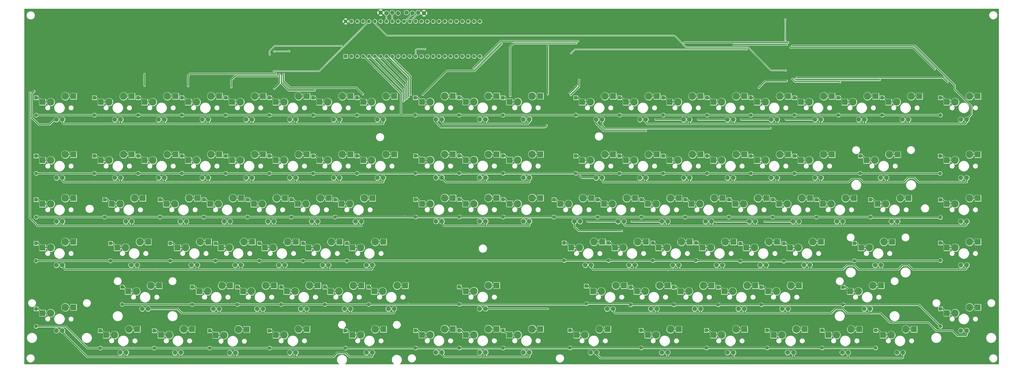
<source format=gbr>
G04 #@! TF.FileFunction,Copper,L1,Top,Signal*
%FSLAX46Y46*%
G04 Gerber Fmt 4.6, Leading zero omitted, Abs format (unit mm)*
G04 Created by KiCad (PCBNEW 4.0.5) date 10/20/18 10:38:25*
%MOMM*%
%LPD*%
G01*
G04 APERTURE LIST*
%ADD10C,0.100000*%
%ADD11R,1.600000X1.600000*%
%ADD12O,1.600000X1.600000*%
%ADD13C,1.600000*%
%ADD14C,2.032000*%
%ADD15C,3.225800*%
%ADD16R,2.550000X2.500000*%
%ADD17C,1.879600*%
%ADD18C,0.600000*%
%ADD19C,0.500000*%
%ADD20C,0.250000*%
%ADD21C,0.025400*%
G04 APERTURE END LIST*
D10*
D11*
X186690000Y-59055000D03*
D12*
X186690000Y-66675000D03*
D11*
X186791600Y-84404200D03*
D12*
X186791600Y-92024200D03*
D11*
X205841600Y-84404200D03*
D12*
X205841600Y-92024200D03*
D11*
X224790000Y-59055000D03*
D12*
X224790000Y-66675000D03*
D11*
X224891600Y-84404200D03*
D12*
X224891600Y-92024200D03*
D11*
X186791600Y-103454200D03*
D12*
X186791600Y-111074200D03*
D11*
X186791600Y-160604200D03*
D12*
X186791600Y-168224200D03*
D11*
X205841600Y-160604200D03*
D12*
X205841600Y-168224200D03*
D11*
X205740000Y-59055000D03*
D12*
X205740000Y-66675000D03*
D11*
X205841600Y-103454200D03*
D12*
X205841600Y-111074200D03*
D11*
X205841600Y-141554200D03*
D12*
X205841600Y-149174200D03*
D11*
X224891600Y-103454200D03*
D12*
X224891600Y-111074200D03*
D11*
X224891600Y-160604200D03*
D12*
X224891600Y-168224200D03*
D13*
X196977000Y-41021000D03*
X199517000Y-41021000D03*
X202057000Y-41021000D03*
X204597000Y-41021000D03*
X194437000Y-41021000D03*
X191897000Y-41021000D03*
X189357000Y-41021000D03*
X207137000Y-41021000D03*
X209677000Y-41021000D03*
X212217000Y-41021000D03*
X214757000Y-41021000D03*
X214757000Y-25781000D03*
X212217000Y-25781000D03*
X209677000Y-25781000D03*
X207137000Y-25781000D03*
X204597000Y-25781000D03*
X202057000Y-25781000D03*
X199517000Y-25781000D03*
X196977000Y-25781000D03*
X186817000Y-41021000D03*
X184277000Y-41021000D03*
X181737000Y-41021000D03*
X179197000Y-41021000D03*
X176657000Y-41021000D03*
X174117000Y-41021000D03*
X171577000Y-41021000D03*
X169037000Y-41021000D03*
X166497000Y-41021000D03*
X163957000Y-41021000D03*
X161417000Y-41021000D03*
X158877000Y-41021000D03*
D11*
X156337000Y-41021000D03*
D13*
X194437000Y-25781000D03*
X191897000Y-25781000D03*
X189357000Y-25781000D03*
X186817000Y-25781000D03*
X184277000Y-25781000D03*
X181737000Y-25781000D03*
X179197000Y-25781000D03*
X176657000Y-25781000D03*
X174117000Y-25781000D03*
X171577000Y-25781000D03*
X169037000Y-25781000D03*
X166497000Y-25781000D03*
X163957000Y-25781000D03*
X161417000Y-25781000D03*
X158877000Y-25781000D03*
X156337000Y-25781000D03*
D14*
X195681600Y-68529200D03*
X198221600Y-68529200D03*
D15*
X193141600Y-60909200D03*
X199491600Y-58369200D03*
D16*
X189591600Y-60909200D03*
X203041600Y-58369200D03*
D14*
X195681600Y-93929200D03*
X198221600Y-93929200D03*
D15*
X193141600Y-86309200D03*
X199491600Y-83769200D03*
D16*
X189591600Y-86309200D03*
X203041600Y-83769200D03*
D14*
X214731600Y-93929200D03*
X217271600Y-93929200D03*
D15*
X212191600Y-86309200D03*
X218541600Y-83769200D03*
D16*
X208641600Y-86309200D03*
X222091600Y-83769200D03*
D14*
X233781600Y-68529200D03*
X236321600Y-68529200D03*
D15*
X231241600Y-60909200D03*
X237591600Y-58369200D03*
D16*
X227691600Y-60909200D03*
X241141600Y-58369200D03*
D14*
X233781600Y-93929200D03*
X236321600Y-93929200D03*
D15*
X231241600Y-86309200D03*
X237591600Y-83769200D03*
D16*
X227691600Y-86309200D03*
X241141600Y-83769200D03*
D14*
X195681600Y-112979200D03*
X198221600Y-112979200D03*
D15*
X193141600Y-105359200D03*
X199491600Y-102819200D03*
D16*
X189591600Y-105359200D03*
X203041600Y-102819200D03*
D14*
X195681600Y-170129200D03*
X198221600Y-170129200D03*
D15*
X193141600Y-162509200D03*
X199491600Y-159969200D03*
D16*
X189591600Y-162509200D03*
X203041600Y-159969200D03*
D14*
X214731600Y-170129200D03*
X217271600Y-170129200D03*
D15*
X212191600Y-162509200D03*
X218541600Y-159969200D03*
D16*
X208641600Y-162509200D03*
X222091600Y-159969200D03*
D14*
X214731600Y-68529200D03*
X217271600Y-68529200D03*
D15*
X212191600Y-60909200D03*
X218541600Y-58369200D03*
D16*
X208641600Y-60909200D03*
X222091600Y-58369200D03*
D14*
X214731600Y-112979200D03*
X217271600Y-112979200D03*
D15*
X212191600Y-105359200D03*
X218541600Y-102819200D03*
D16*
X208641600Y-105359200D03*
X222091600Y-102819200D03*
D14*
X214731600Y-151079200D03*
X217271600Y-151079200D03*
D15*
X212191600Y-143459200D03*
X218541600Y-140919200D03*
D16*
X208641600Y-143459200D03*
X222091600Y-140919200D03*
D14*
X233781600Y-112979200D03*
X236321600Y-112979200D03*
D15*
X231241600Y-105359200D03*
X237591600Y-102819200D03*
D16*
X227691600Y-105359200D03*
X241141600Y-102819200D03*
D14*
X233781600Y-170129200D03*
X236321600Y-170129200D03*
D15*
X231241600Y-162509200D03*
X237591600Y-159969200D03*
D16*
X227691600Y-162509200D03*
X241141600Y-159969200D03*
D11*
X21590000Y-59055000D03*
D12*
X21590000Y-66675000D03*
D11*
X21590000Y-84455000D03*
D12*
X21590000Y-92075000D03*
D11*
X21590000Y-103505000D03*
D12*
X21590000Y-111125000D03*
D11*
X21590000Y-122555000D03*
D12*
X21590000Y-130175000D03*
D11*
X21590000Y-151130000D03*
D12*
X21590000Y-158750000D03*
D11*
X53975000Y-122555000D03*
D12*
X53975000Y-130175000D03*
D11*
X59055000Y-141605000D03*
D12*
X59055000Y-149225000D03*
D11*
X46990000Y-59055000D03*
D12*
X46990000Y-66675000D03*
D11*
X46990000Y-84455000D03*
D12*
X46990000Y-92075000D03*
D11*
X51435000Y-103505000D03*
D12*
X51435000Y-111125000D03*
D11*
X49530000Y-160655000D03*
D12*
X49530000Y-168275000D03*
D11*
X66040000Y-59055000D03*
D12*
X66040000Y-66675000D03*
D11*
X66040000Y-84455000D03*
D12*
X66040000Y-92075000D03*
D11*
X80010000Y-122555000D03*
D12*
X80010000Y-130175000D03*
D11*
X89535000Y-141605000D03*
D12*
X89535000Y-149225000D03*
D11*
X73025000Y-160655000D03*
D12*
X73025000Y-168275000D03*
D11*
X85090000Y-59055000D03*
D12*
X85090000Y-66675000D03*
D11*
X85090000Y-84455000D03*
D12*
X85090000Y-92075000D03*
D11*
X75565000Y-103505000D03*
D12*
X75565000Y-111125000D03*
D11*
X97155000Y-160655000D03*
D12*
X97155000Y-168275000D03*
D11*
X104140000Y-59055000D03*
D12*
X104140000Y-66675000D03*
D11*
X104140000Y-84455000D03*
D12*
X104140000Y-92075000D03*
D11*
X94615000Y-103505000D03*
D12*
X94615000Y-111125000D03*
D11*
X99695000Y-122555000D03*
D12*
X99695000Y-130175000D03*
D11*
X109220000Y-141605000D03*
D12*
X109220000Y-149225000D03*
D11*
X123190000Y-59055000D03*
D12*
X123190000Y-66675000D03*
D11*
X123190000Y-84455000D03*
D12*
X123190000Y-92075000D03*
D11*
X113665000Y-103505000D03*
D12*
X113665000Y-111125000D03*
D11*
X118745000Y-122555000D03*
D12*
X118745000Y-130175000D03*
D11*
X128270000Y-141605000D03*
D12*
X128270000Y-149225000D03*
D11*
X123190000Y-160655000D03*
D12*
X123190000Y-168275000D03*
D11*
X142240000Y-84455000D03*
D12*
X142240000Y-92075000D03*
D11*
X142240000Y-59055000D03*
D12*
X142240000Y-66675000D03*
D11*
X132715000Y-103505000D03*
D12*
X132715000Y-111125000D03*
D11*
X137795000Y-122555000D03*
D12*
X137795000Y-130175000D03*
D11*
X147320000Y-141605000D03*
D12*
X147320000Y-149225000D03*
D11*
X161290000Y-59055000D03*
D12*
X161290000Y-66675000D03*
D11*
X161290000Y-84455000D03*
D12*
X161290000Y-92075000D03*
D11*
X151765000Y-103505000D03*
D12*
X151765000Y-111125000D03*
D11*
X156845000Y-122555000D03*
D12*
X156845000Y-130175000D03*
D11*
X166370000Y-141605000D03*
D12*
X166370000Y-149225000D03*
D11*
X156210000Y-160655000D03*
D12*
X156210000Y-168275000D03*
D14*
X30480000Y-68580000D03*
X33020000Y-68580000D03*
D15*
X27940000Y-60960000D03*
X34290000Y-58420000D03*
D16*
X24390000Y-60960000D03*
X37840000Y-58420000D03*
D14*
X30480000Y-93980000D03*
X33020000Y-93980000D03*
D15*
X27940000Y-86360000D03*
X34290000Y-83820000D03*
D16*
X24390000Y-86360000D03*
X37840000Y-83820000D03*
D14*
X30480000Y-113030000D03*
X33020000Y-113030000D03*
D15*
X27940000Y-105410000D03*
X34290000Y-102870000D03*
D16*
X24390000Y-105410000D03*
X37840000Y-102870000D03*
D14*
X30480000Y-132080000D03*
X33020000Y-132080000D03*
D15*
X27940000Y-124460000D03*
X34290000Y-121920000D03*
D16*
X24390000Y-124460000D03*
X37840000Y-121920000D03*
D14*
X63023750Y-132080000D03*
X65563750Y-132080000D03*
D15*
X60483750Y-124460000D03*
X66833750Y-121920000D03*
D16*
X56933750Y-124460000D03*
X70383750Y-121920000D03*
D14*
X55880000Y-68580000D03*
X58420000Y-68580000D03*
D15*
X53340000Y-60960000D03*
X59690000Y-58420000D03*
D16*
X49790000Y-60960000D03*
X63240000Y-58420000D03*
D14*
X55880000Y-93980000D03*
X58420000Y-93980000D03*
D15*
X53340000Y-86360000D03*
X59690000Y-83820000D03*
D16*
X49790000Y-86360000D03*
X63240000Y-83820000D03*
D14*
X60642500Y-113030000D03*
X63182500Y-113030000D03*
D15*
X58102500Y-105410000D03*
X64452500Y-102870000D03*
D16*
X54552500Y-105410000D03*
X68002500Y-102870000D03*
D14*
X58261250Y-170180000D03*
X60801250Y-170180000D03*
D15*
X55721250Y-162560000D03*
X62071250Y-160020000D03*
D16*
X52171250Y-162560000D03*
X65621250Y-160020000D03*
D14*
X74930000Y-68580000D03*
X77470000Y-68580000D03*
D15*
X72390000Y-60960000D03*
X78740000Y-58420000D03*
D16*
X68840000Y-60960000D03*
X82290000Y-58420000D03*
D14*
X74930000Y-93980000D03*
X77470000Y-93980000D03*
D15*
X72390000Y-86360000D03*
X78740000Y-83820000D03*
D16*
X68840000Y-86360000D03*
X82290000Y-83820000D03*
D14*
X89217500Y-132080000D03*
X91757500Y-132080000D03*
D15*
X86677500Y-124460000D03*
X93027500Y-121920000D03*
D16*
X83127500Y-124460000D03*
X96577500Y-121920000D03*
D14*
X98742500Y-151130000D03*
X101282500Y-151130000D03*
D15*
X96202500Y-143510000D03*
X102552500Y-140970000D03*
D16*
X92652500Y-143510000D03*
X106102500Y-140970000D03*
D14*
X82073750Y-170180000D03*
X84613750Y-170180000D03*
D15*
X79533750Y-162560000D03*
X85883750Y-160020000D03*
D16*
X75983750Y-162560000D03*
X89433750Y-160020000D03*
D14*
X93980000Y-68580000D03*
X96520000Y-68580000D03*
D15*
X91440000Y-60960000D03*
X97790000Y-58420000D03*
D16*
X87890000Y-60960000D03*
X101340000Y-58420000D03*
D14*
X93980000Y-93980000D03*
X96520000Y-93980000D03*
D15*
X91440000Y-86360000D03*
X97790000Y-83820000D03*
D16*
X87890000Y-86360000D03*
X101340000Y-83820000D03*
D14*
X84455000Y-113030000D03*
X86995000Y-113030000D03*
D15*
X81915000Y-105410000D03*
X88265000Y-102870000D03*
D16*
X78365000Y-105410000D03*
X91815000Y-102870000D03*
D14*
X105918000Y-170307000D03*
X108458000Y-170307000D03*
D15*
X103378000Y-162687000D03*
X109728000Y-160147000D03*
D16*
X99828000Y-162687000D03*
X113278000Y-160147000D03*
D14*
X113030000Y-68580000D03*
X115570000Y-68580000D03*
D15*
X110490000Y-60960000D03*
X116840000Y-58420000D03*
D16*
X106940000Y-60960000D03*
X120390000Y-58420000D03*
D14*
X113030000Y-93980000D03*
X115570000Y-93980000D03*
D15*
X110490000Y-86360000D03*
X116840000Y-83820000D03*
D16*
X106940000Y-86360000D03*
X120390000Y-83820000D03*
D14*
X103505000Y-113030000D03*
X106045000Y-113030000D03*
D15*
X100965000Y-105410000D03*
X107315000Y-102870000D03*
D16*
X97415000Y-105410000D03*
X110865000Y-102870000D03*
D14*
X108267500Y-132080000D03*
X110807500Y-132080000D03*
D15*
X105727500Y-124460000D03*
X112077500Y-121920000D03*
D16*
X102177500Y-124460000D03*
X115627500Y-121920000D03*
D14*
X117792500Y-151130000D03*
X120332500Y-151130000D03*
D15*
X115252500Y-143510000D03*
X121602500Y-140970000D03*
D16*
X111702500Y-143510000D03*
X125152500Y-140970000D03*
D14*
X132080000Y-68580000D03*
X134620000Y-68580000D03*
D15*
X129540000Y-60960000D03*
X135890000Y-58420000D03*
D16*
X125990000Y-60960000D03*
X139440000Y-58420000D03*
D14*
X132080000Y-93980000D03*
X134620000Y-93980000D03*
D15*
X129540000Y-86360000D03*
X135890000Y-83820000D03*
D16*
X125990000Y-86360000D03*
X139440000Y-83820000D03*
D14*
X122555000Y-113030000D03*
X125095000Y-113030000D03*
D15*
X120015000Y-105410000D03*
X126365000Y-102870000D03*
D16*
X116465000Y-105410000D03*
X129915000Y-102870000D03*
D14*
X127317500Y-132080000D03*
X129857500Y-132080000D03*
D15*
X124777500Y-124460000D03*
X131127500Y-121920000D03*
D16*
X121227500Y-124460000D03*
X134677500Y-121920000D03*
D14*
X136842500Y-151130000D03*
X139382500Y-151130000D03*
D15*
X134302500Y-143510000D03*
X140652500Y-140970000D03*
D16*
X130752500Y-143510000D03*
X144202500Y-140970000D03*
D14*
X132080000Y-170180000D03*
X134620000Y-170180000D03*
D15*
X129540000Y-162560000D03*
X135890000Y-160020000D03*
D16*
X125990000Y-162560000D03*
X139440000Y-160020000D03*
D14*
X151130000Y-93980000D03*
X153670000Y-93980000D03*
D15*
X148590000Y-86360000D03*
X154940000Y-83820000D03*
D16*
X145040000Y-86360000D03*
X158490000Y-83820000D03*
D14*
X151130000Y-68580000D03*
X153670000Y-68580000D03*
D15*
X148590000Y-60960000D03*
X154940000Y-58420000D03*
D16*
X145040000Y-60960000D03*
X158490000Y-58420000D03*
D14*
X141605000Y-113030000D03*
X144145000Y-113030000D03*
D15*
X139065000Y-105410000D03*
X145415000Y-102870000D03*
D16*
X135515000Y-105410000D03*
X148965000Y-102870000D03*
D14*
X146367500Y-132080000D03*
X148907500Y-132080000D03*
D15*
X143827500Y-124460000D03*
X150177500Y-121920000D03*
D16*
X140277500Y-124460000D03*
X153727500Y-121920000D03*
D14*
X155892500Y-151130000D03*
X158432500Y-151130000D03*
D15*
X153352500Y-143510000D03*
X159702500Y-140970000D03*
D16*
X149802500Y-143510000D03*
X163252500Y-140970000D03*
D14*
X170180000Y-68580000D03*
X172720000Y-68580000D03*
D15*
X167640000Y-60960000D03*
X173990000Y-58420000D03*
D16*
X164090000Y-60960000D03*
X177540000Y-58420000D03*
D14*
X170180000Y-93980000D03*
X172720000Y-93980000D03*
D15*
X167640000Y-86360000D03*
X173990000Y-83820000D03*
D16*
X164090000Y-86360000D03*
X177540000Y-83820000D03*
D14*
X160655000Y-113030000D03*
X163195000Y-113030000D03*
D15*
X158115000Y-105410000D03*
X164465000Y-102870000D03*
D16*
X154565000Y-105410000D03*
X168015000Y-102870000D03*
D14*
X165417500Y-132080000D03*
X167957500Y-132080000D03*
D15*
X162877500Y-124460000D03*
X169227500Y-121920000D03*
D16*
X159327500Y-124460000D03*
X172777500Y-121920000D03*
D14*
X174942500Y-151130000D03*
X177482500Y-151130000D03*
D15*
X172402500Y-143510000D03*
X178752500Y-140970000D03*
D16*
X168852500Y-143510000D03*
X182302500Y-140970000D03*
D11*
X256540000Y-59055000D03*
D12*
X256540000Y-66675000D03*
D11*
X256540000Y-84455000D03*
D12*
X256540000Y-92075000D03*
D11*
X247015000Y-103505000D03*
D12*
X247015000Y-111125000D03*
D11*
X251460000Y-122428000D03*
D12*
X251460000Y-130048000D03*
D11*
X261112000Y-141224000D03*
D12*
X261112000Y-148844000D03*
D11*
X254000000Y-160528000D03*
D12*
X254000000Y-168148000D03*
D11*
X275590000Y-59055000D03*
D12*
X275590000Y-66675000D03*
D11*
X275590000Y-84455000D03*
D12*
X275590000Y-92075000D03*
D11*
X266065000Y-103505000D03*
D12*
X266065000Y-111125000D03*
D11*
X270764000Y-122428000D03*
D12*
X270764000Y-130048000D03*
D11*
X280416000Y-141732000D03*
D12*
X280416000Y-149352000D03*
D11*
X294640000Y-59055000D03*
D12*
X294640000Y-66675000D03*
D11*
X294640000Y-84455000D03*
D12*
X294640000Y-92075000D03*
D11*
X285115000Y-103505000D03*
D12*
X285115000Y-111125000D03*
D11*
X290068000Y-122428000D03*
D12*
X290068000Y-130048000D03*
D11*
X299212000Y-141732000D03*
D12*
X299212000Y-149352000D03*
D11*
X284988000Y-160528000D03*
D12*
X284988000Y-168148000D03*
D11*
X313436000Y-160528000D03*
D12*
X313436000Y-168148000D03*
D11*
X313690000Y-59055000D03*
D12*
X313690000Y-66675000D03*
D11*
X313690000Y-84455000D03*
D12*
X313690000Y-92075000D03*
D11*
X304165000Y-103505000D03*
D12*
X304165000Y-111125000D03*
D11*
X308864000Y-122428000D03*
D12*
X308864000Y-130048000D03*
D11*
X318516000Y-141732000D03*
D12*
X318516000Y-149352000D03*
D11*
X332740000Y-59055000D03*
D12*
X332740000Y-66675000D03*
D11*
X332740000Y-84455000D03*
D12*
X332740000Y-92075000D03*
D11*
X323215000Y-103505000D03*
D12*
X323215000Y-111125000D03*
D11*
X328168000Y-122682000D03*
D12*
X328168000Y-130302000D03*
D11*
X337312000Y-141732000D03*
D12*
X337312000Y-149352000D03*
D11*
X339852000Y-160528000D03*
D12*
X339852000Y-168148000D03*
D11*
X351790000Y-59055000D03*
D12*
X351790000Y-66675000D03*
D11*
X351790000Y-84455000D03*
D12*
X351790000Y-92075000D03*
D11*
X342265000Y-103505000D03*
D12*
X342265000Y-111125000D03*
D11*
X347091000Y-122682000D03*
D12*
X347091000Y-130302000D03*
D11*
X372872000Y-141732000D03*
D12*
X372872000Y-149352000D03*
D11*
X370840000Y-59055000D03*
D12*
X370840000Y-66675000D03*
D11*
X361315000Y-103505000D03*
D12*
X361315000Y-111125000D03*
D11*
X363728000Y-160528000D03*
D12*
X363728000Y-168148000D03*
D11*
X389890000Y-59055000D03*
D12*
X389890000Y-66675000D03*
D11*
X380365000Y-84455000D03*
D12*
X380365000Y-92075000D03*
D11*
X384810000Y-103505000D03*
D12*
X384810000Y-111125000D03*
D11*
X377825000Y-122555000D03*
D12*
X377825000Y-130175000D03*
D11*
X387096000Y-160528000D03*
D12*
X387096000Y-168148000D03*
D11*
X415290000Y-122428000D03*
D12*
X415290000Y-130048000D03*
D11*
X415290000Y-151130000D03*
D12*
X415290000Y-158750000D03*
D11*
X415290000Y-59055000D03*
D12*
X415290000Y-66675000D03*
D11*
X415163000Y-84455000D03*
D12*
X415163000Y-92075000D03*
D11*
X415290000Y-103632000D03*
D12*
X415290000Y-111252000D03*
D14*
X265430000Y-68580000D03*
X267970000Y-68580000D03*
D15*
X262890000Y-60960000D03*
X269240000Y-58420000D03*
D16*
X259340000Y-60960000D03*
X272790000Y-58420000D03*
D14*
X265430000Y-93980000D03*
X267970000Y-93980000D03*
D15*
X262890000Y-86360000D03*
X269240000Y-83820000D03*
D16*
X259340000Y-86360000D03*
X272790000Y-83820000D03*
D14*
X255905000Y-113030000D03*
X258445000Y-113030000D03*
D15*
X253365000Y-105410000D03*
X259715000Y-102870000D03*
D16*
X249815000Y-105410000D03*
X263265000Y-102870000D03*
D14*
X260667500Y-132080000D03*
X263207500Y-132080000D03*
D15*
X258127500Y-124460000D03*
X264477500Y-121920000D03*
D16*
X254577500Y-124460000D03*
X268027500Y-121920000D03*
D14*
X270192500Y-151130000D03*
X272732500Y-151130000D03*
D15*
X267652500Y-143510000D03*
X274002500Y-140970000D03*
D16*
X264102500Y-143510000D03*
X277552500Y-140970000D03*
D14*
X263048750Y-170180000D03*
X265588750Y-170180000D03*
D15*
X260508750Y-162560000D03*
X266858750Y-160020000D03*
D16*
X256958750Y-162560000D03*
X270408750Y-160020000D03*
D14*
X284480000Y-68580000D03*
X287020000Y-68580000D03*
D15*
X281940000Y-60960000D03*
X288290000Y-58420000D03*
D16*
X278390000Y-60960000D03*
X291840000Y-58420000D03*
D14*
X284480000Y-93980000D03*
X287020000Y-93980000D03*
D15*
X281940000Y-86360000D03*
X288290000Y-83820000D03*
D16*
X278390000Y-86360000D03*
X291840000Y-83820000D03*
D14*
X274955000Y-113030000D03*
X277495000Y-113030000D03*
D15*
X272415000Y-105410000D03*
X278765000Y-102870000D03*
D16*
X268865000Y-105410000D03*
X282315000Y-102870000D03*
D14*
X279717500Y-132080000D03*
X282257500Y-132080000D03*
D15*
X277177500Y-124460000D03*
X283527500Y-121920000D03*
D16*
X273627500Y-124460000D03*
X287077500Y-121920000D03*
D14*
X289242500Y-151130000D03*
X291782500Y-151130000D03*
D15*
X286702500Y-143510000D03*
X293052500Y-140970000D03*
D16*
X283152500Y-143510000D03*
X296602500Y-140970000D03*
D14*
X303530000Y-68580000D03*
X306070000Y-68580000D03*
D15*
X300990000Y-60960000D03*
X307340000Y-58420000D03*
D16*
X297440000Y-60960000D03*
X310890000Y-58420000D03*
D14*
X303530000Y-93980000D03*
X306070000Y-93980000D03*
D15*
X300990000Y-86360000D03*
X307340000Y-83820000D03*
D16*
X297440000Y-86360000D03*
X310890000Y-83820000D03*
D14*
X294005000Y-113030000D03*
X296545000Y-113030000D03*
D15*
X291465000Y-105410000D03*
X297815000Y-102870000D03*
D16*
X287915000Y-105410000D03*
X301365000Y-102870000D03*
D14*
X298767500Y-132080000D03*
X301307500Y-132080000D03*
D15*
X296227500Y-124460000D03*
X302577500Y-121920000D03*
D16*
X292677500Y-124460000D03*
X306127500Y-121920000D03*
D14*
X308292500Y-151130000D03*
X310832500Y-151130000D03*
D15*
X305752500Y-143510000D03*
X312102500Y-140970000D03*
D16*
X302202500Y-143510000D03*
X315652500Y-140970000D03*
D14*
X294005000Y-170180000D03*
X296545000Y-170180000D03*
D15*
X291465000Y-162560000D03*
X297815000Y-160020000D03*
D16*
X287915000Y-162560000D03*
X301365000Y-160020000D03*
D14*
X322580000Y-170180000D03*
X325120000Y-170180000D03*
D15*
X320040000Y-162560000D03*
X326390000Y-160020000D03*
D16*
X316490000Y-162560000D03*
X329940000Y-160020000D03*
D14*
X322580000Y-68580000D03*
X325120000Y-68580000D03*
D15*
X320040000Y-60960000D03*
X326390000Y-58420000D03*
D16*
X316490000Y-60960000D03*
X329940000Y-58420000D03*
D14*
X322580000Y-93980000D03*
X325120000Y-93980000D03*
D15*
X320040000Y-86360000D03*
X326390000Y-83820000D03*
D16*
X316490000Y-86360000D03*
X329940000Y-83820000D03*
D14*
X313055000Y-113030000D03*
X315595000Y-113030000D03*
D15*
X310515000Y-105410000D03*
X316865000Y-102870000D03*
D16*
X306965000Y-105410000D03*
X320415000Y-102870000D03*
D14*
X317817500Y-132080000D03*
X320357500Y-132080000D03*
D15*
X315277500Y-124460000D03*
X321627500Y-121920000D03*
D16*
X311727500Y-124460000D03*
X325177500Y-121920000D03*
D14*
X327342500Y-151130000D03*
X329882500Y-151130000D03*
D15*
X324802500Y-143510000D03*
X331152500Y-140970000D03*
D16*
X321252500Y-143510000D03*
X334702500Y-140970000D03*
D14*
X341630000Y-68580000D03*
X344170000Y-68580000D03*
D15*
X339090000Y-60960000D03*
X345440000Y-58420000D03*
D16*
X335540000Y-60960000D03*
X348990000Y-58420000D03*
D14*
X341630000Y-93980000D03*
X344170000Y-93980000D03*
D15*
X339090000Y-86360000D03*
X345440000Y-83820000D03*
D16*
X335540000Y-86360000D03*
X348990000Y-83820000D03*
D14*
X332105000Y-113030000D03*
X334645000Y-113030000D03*
D15*
X329565000Y-105410000D03*
X335915000Y-102870000D03*
D16*
X326015000Y-105410000D03*
X339465000Y-102870000D03*
D14*
X336867500Y-132080000D03*
X339407500Y-132080000D03*
D15*
X334327500Y-124460000D03*
X340677500Y-121920000D03*
D16*
X330777500Y-124460000D03*
X344227500Y-121920000D03*
D14*
X346392500Y-151130000D03*
X348932500Y-151130000D03*
D15*
X343852500Y-143510000D03*
X350202500Y-140970000D03*
D16*
X340302500Y-143510000D03*
X353752500Y-140970000D03*
D14*
X348773750Y-170180000D03*
X351313750Y-170180000D03*
D15*
X346233750Y-162560000D03*
X352583750Y-160020000D03*
D16*
X342683750Y-162560000D03*
X356133750Y-160020000D03*
D14*
X360680000Y-68580000D03*
X363220000Y-68580000D03*
D15*
X358140000Y-60960000D03*
X364490000Y-58420000D03*
D16*
X354590000Y-60960000D03*
X368040000Y-58420000D03*
D14*
X360680000Y-93980000D03*
X363220000Y-93980000D03*
D15*
X358140000Y-86360000D03*
X364490000Y-83820000D03*
D16*
X354590000Y-86360000D03*
X368040000Y-83820000D03*
D14*
X351155000Y-113030000D03*
X353695000Y-113030000D03*
D15*
X348615000Y-105410000D03*
X354965000Y-102870000D03*
D16*
X345065000Y-105410000D03*
X358515000Y-102870000D03*
D14*
X355917500Y-132080000D03*
X358457500Y-132080000D03*
D15*
X353377500Y-124460000D03*
X359727500Y-121920000D03*
D16*
X349827500Y-124460000D03*
X363277500Y-121920000D03*
D14*
X379730000Y-68580000D03*
X382270000Y-68580000D03*
D15*
X377190000Y-60960000D03*
X383540000Y-58420000D03*
D16*
X373640000Y-60960000D03*
X387090000Y-58420000D03*
D14*
X370205000Y-113030000D03*
X372745000Y-113030000D03*
D15*
X367665000Y-105410000D03*
X374015000Y-102870000D03*
D16*
X364115000Y-105410000D03*
X377565000Y-102870000D03*
D14*
X372586250Y-170180000D03*
X375126250Y-170180000D03*
D15*
X370046250Y-162560000D03*
X376396250Y-160020000D03*
D16*
X366496250Y-162560000D03*
X379946250Y-160020000D03*
D14*
X398780000Y-68580000D03*
X401320000Y-68580000D03*
D15*
X396240000Y-60960000D03*
X402590000Y-58420000D03*
D16*
X392690000Y-60960000D03*
X406140000Y-58420000D03*
D14*
X394017500Y-113030000D03*
X396557500Y-113030000D03*
D15*
X391477500Y-105410000D03*
X397827500Y-102870000D03*
D16*
X387927500Y-105410000D03*
X401377500Y-102870000D03*
D14*
X396398750Y-170180000D03*
X398938750Y-170180000D03*
D15*
X393858750Y-162560000D03*
X400208750Y-160020000D03*
D16*
X390308750Y-162560000D03*
X403758750Y-160020000D03*
D14*
X424180000Y-132080000D03*
X426720000Y-132080000D03*
D15*
X421640000Y-124460000D03*
X427990000Y-121920000D03*
D16*
X418090000Y-124460000D03*
X431540000Y-121920000D03*
D14*
X424180000Y-68580000D03*
X426720000Y-68580000D03*
D15*
X421640000Y-60960000D03*
X427990000Y-58420000D03*
D16*
X418090000Y-60960000D03*
X431540000Y-58420000D03*
D14*
X424180000Y-93980000D03*
X426720000Y-93980000D03*
D15*
X421640000Y-86360000D03*
X427990000Y-83820000D03*
D16*
X418090000Y-86360000D03*
X431540000Y-83820000D03*
D14*
X424180000Y-113030000D03*
X426720000Y-113030000D03*
D15*
X421640000Y-105410000D03*
X427990000Y-102870000D03*
D16*
X418090000Y-105410000D03*
X431540000Y-102870000D03*
D14*
X30480000Y-160655000D03*
X33020000Y-160655000D03*
D15*
X27940000Y-153035000D03*
X34290000Y-150495000D03*
D16*
X24390000Y-153035000D03*
X37840000Y-150495000D03*
D14*
X67786250Y-151130000D03*
X70326250Y-151130000D03*
D15*
X65246250Y-143510000D03*
X71596250Y-140970000D03*
D16*
X61696250Y-143510000D03*
X75146250Y-140970000D03*
D14*
X165417500Y-170180000D03*
X167957500Y-170180000D03*
D15*
X162877500Y-162560000D03*
X169227500Y-160020000D03*
D16*
X159327500Y-162560000D03*
X172777500Y-160020000D03*
D14*
X382111250Y-151130000D03*
X384651250Y-151130000D03*
D15*
X379571250Y-143510000D03*
X385921250Y-140970000D03*
D16*
X376021250Y-143510000D03*
X389471250Y-140970000D03*
D14*
X389255000Y-93980000D03*
X391795000Y-93980000D03*
D15*
X386715000Y-86360000D03*
X393065000Y-83820000D03*
D16*
X383165000Y-86360000D03*
X396615000Y-83820000D03*
D14*
X386873750Y-132080000D03*
X389413750Y-132080000D03*
D15*
X384333750Y-124460000D03*
X390683750Y-121920000D03*
D16*
X380783750Y-124460000D03*
X394233750Y-121920000D03*
D14*
X424180000Y-160655000D03*
X426720000Y-160655000D03*
D15*
X421640000Y-153035000D03*
X427990000Y-150495000D03*
D16*
X418090000Y-153035000D03*
X431540000Y-150495000D03*
D17*
X179197000Y-22225000D03*
X176657000Y-21971000D03*
X174117000Y-22225000D03*
X171577000Y-21971000D03*
X182816500Y-21971000D03*
X185356500Y-22225000D03*
X187896500Y-21971000D03*
X190436500Y-22225000D03*
D18*
X244348000Y-36576000D03*
X244348000Y-57531000D03*
X243840000Y-71120000D03*
X189865000Y-57785000D03*
X224282000Y-35560000D03*
X212090000Y-46101000D03*
X257429000Y-34417000D03*
X208407000Y-114935000D03*
X227965000Y-58293000D03*
X256794000Y-35306000D03*
X257048000Y-53975000D03*
X244297200Y-151079200D03*
X254000000Y-57023000D03*
X257937000Y-51308000D03*
X254381000Y-57912000D03*
X342074500Y-45847000D03*
X345694000Y-44069000D03*
X250126500Y-46736000D03*
X251587000Y-45212000D03*
X253809500Y-45148500D03*
X118999000Y-46291500D03*
X120523000Y-44513500D03*
X122682000Y-44513500D03*
X181483000Y-92075000D03*
X181483000Y-60579000D03*
X182245000Y-59944000D03*
X182118000Y-110998000D03*
X184658000Y-57658000D03*
X183769000Y-58674000D03*
X183642000Y-149098000D03*
X183007000Y-59436000D03*
X183007000Y-130175000D03*
X20828000Y-56134000D03*
X18923000Y-56769000D03*
X68707000Y-48768000D03*
X68707000Y-53721000D03*
X73660000Y-133985000D03*
X106553000Y-54483000D03*
X126746000Y-49657000D03*
X87757000Y-53975000D03*
X125984000Y-48641000D03*
X110998000Y-153035000D03*
X127508000Y-48895000D03*
X125222000Y-55118000D03*
X128397000Y-49530000D03*
X142875000Y-55753000D03*
X129286000Y-48768000D03*
X163830000Y-57531000D03*
X330835000Y-37973000D03*
X254508000Y-39624000D03*
X190881000Y-37846000D03*
X154432000Y-36449000D03*
X123317000Y-40132000D03*
X347726000Y-33909000D03*
X347726000Y-24892000D03*
X125222000Y-38862000D03*
X131699000Y-38735000D03*
X125095000Y-47498000D03*
X350774000Y-36449000D03*
X287020000Y-73406000D03*
X258445000Y-93218000D03*
X261620000Y-113030000D03*
X341249000Y-72263000D03*
X338709000Y-113030000D03*
X347980000Y-68580000D03*
X412750000Y-46609000D03*
X350012000Y-37211000D03*
X412750000Y-95885000D03*
X276606000Y-117094000D03*
X280797000Y-113030000D03*
X348361000Y-35941000D03*
X325374000Y-35941000D03*
X309753000Y-68580000D03*
X296672000Y-134112000D03*
X310642000Y-133985000D03*
X348361000Y-51689000D03*
X336169000Y-54737000D03*
X317500000Y-113157000D03*
X328549000Y-68580000D03*
X303784000Y-34925000D03*
X348996000Y-34925000D03*
X291211000Y-68580000D03*
X371602000Y-52324000D03*
X350774000Y-50927000D03*
X388874000Y-51308000D03*
X351917000Y-50927000D03*
X418338000Y-52197000D03*
X352679000Y-50292000D03*
X347853000Y-47117000D03*
D19*
X186690000Y-59055000D02*
X187737400Y-59055000D01*
X187737400Y-59055000D02*
X189591600Y-60909200D01*
X189591600Y-60909200D02*
X193141600Y-60909200D01*
X186791600Y-84404200D02*
X187686600Y-84404200D01*
X187686600Y-84404200D02*
X189591600Y-86309200D01*
X193141600Y-86309200D02*
X189591600Y-86309200D01*
X205841600Y-84404200D02*
X206736600Y-84404200D01*
X206736600Y-84404200D02*
X208641600Y-86309200D01*
X212191600Y-86309200D02*
X208641600Y-86309200D01*
X224790000Y-59055000D02*
X225837400Y-59055000D01*
X225837400Y-59055000D02*
X227691600Y-60909200D01*
X227691600Y-60909200D02*
X231241600Y-60909200D01*
X224891600Y-84404200D02*
X225786600Y-84404200D01*
X225786600Y-84404200D02*
X227691600Y-86309200D01*
X231241600Y-86309200D02*
X227691600Y-86309200D01*
X186791600Y-103454200D02*
X187686600Y-103454200D01*
X187686600Y-103454200D02*
X189591600Y-105359200D01*
X193141600Y-105359200D02*
X189591600Y-105359200D01*
X195681600Y-68529200D02*
X195681600Y-69824600D01*
X244348000Y-57531000D02*
X244348000Y-36576000D01*
X243840000Y-71247000D02*
X243840000Y-71120000D01*
X243205000Y-71882000D02*
X243840000Y-71247000D01*
X197739000Y-71882000D02*
X243205000Y-71882000D01*
X195681600Y-69824600D02*
X197739000Y-71882000D01*
X236321600Y-95783400D02*
X236321600Y-93929200D01*
X236220000Y-95885000D02*
X236321600Y-95783400D01*
X217170000Y-95885000D02*
X236220000Y-95885000D01*
X217271600Y-95783400D02*
X217271600Y-93929200D01*
X217170000Y-95885000D02*
X217271600Y-95783400D01*
X200025000Y-95885000D02*
X217170000Y-95885000D01*
X198221600Y-94081600D02*
X200025000Y-95885000D01*
X189865000Y-57785000D02*
X200279000Y-47371000D01*
X200279000Y-47371000D02*
X212471000Y-47371000D01*
X212471000Y-47371000D02*
X224282000Y-35560000D01*
X216535000Y-70485000D02*
X235585000Y-70485000D01*
X235585000Y-70485000D02*
X236321600Y-69748400D01*
X236321600Y-69748400D02*
X236321600Y-68529200D01*
X216535000Y-70485000D02*
X217170000Y-70485000D01*
X198755000Y-70485000D02*
X216535000Y-70485000D01*
X217271600Y-70383400D02*
X217271600Y-68529200D01*
X217170000Y-70485000D02*
X217271600Y-70383400D01*
X198221600Y-69951600D02*
X198755000Y-70485000D01*
X198221600Y-68529200D02*
X198221600Y-69951600D01*
X212090000Y-46101000D02*
X223774000Y-34417000D01*
X223774000Y-34417000D02*
X257429000Y-34417000D01*
X208407000Y-114935000D02*
X208788000Y-114935000D01*
X208788000Y-114935000D02*
X208788000Y-114808000D01*
X208788000Y-114808000D02*
X208788000Y-114935000D01*
X236321600Y-114833400D02*
X236321600Y-112979200D01*
X236220000Y-114935000D02*
X236321600Y-114833400D01*
X217170000Y-114935000D02*
X236220000Y-114935000D01*
X217271600Y-114833400D02*
X217271600Y-112979200D01*
X217170000Y-114935000D02*
X217271600Y-114833400D01*
X199390000Y-114935000D02*
X208788000Y-114935000D01*
X208788000Y-114935000D02*
X217170000Y-114935000D01*
X198221600Y-113766600D02*
X199390000Y-114935000D01*
X230251000Y-35306000D02*
X229489000Y-35306000D01*
X229489000Y-35306000D02*
X227965000Y-36830000D01*
X227965000Y-58293000D02*
X227965000Y-39878000D01*
X227965000Y-39878000D02*
X227965000Y-36830000D01*
X230251000Y-35306000D02*
X256794000Y-35306000D01*
X254000000Y-57023000D02*
X257048000Y-53975000D01*
X217271600Y-151079200D02*
X244297200Y-151079200D01*
X244297200Y-151079200D02*
X244348000Y-151130000D01*
X186791600Y-160604200D02*
X187686600Y-160604200D01*
X187686600Y-160604200D02*
X189591600Y-162509200D01*
X193141600Y-162509200D02*
X189591600Y-162509200D01*
X205841600Y-160604200D02*
X206736600Y-160604200D01*
X206736600Y-160604200D02*
X208641600Y-162509200D01*
X208641600Y-162509200D02*
X212191600Y-162509200D01*
X205740000Y-59055000D02*
X206787400Y-59055000D01*
X206787400Y-59055000D02*
X208641600Y-60909200D01*
X208641600Y-60909200D02*
X212191600Y-60909200D01*
X208641600Y-105359200D02*
X212191600Y-105359200D01*
X205841600Y-103454200D02*
X206736600Y-103454200D01*
X206736600Y-103454200D02*
X208641600Y-105359200D01*
X208641600Y-143459200D02*
X212191600Y-143459200D01*
X205841600Y-141554200D02*
X208641600Y-143459200D01*
X227691600Y-105359200D02*
X231241600Y-105359200D01*
X224891600Y-103454200D02*
X225786600Y-103454200D01*
X225786600Y-103454200D02*
X227691600Y-105359200D01*
X227691600Y-162509200D02*
X231241600Y-162509200D01*
X224891600Y-160604200D02*
X227691600Y-162509200D01*
X257937000Y-54356000D02*
X257937000Y-51308000D01*
X254381000Y-57912000D02*
X257937000Y-54356000D01*
X236321600Y-171983400D02*
X236321600Y-170129200D01*
X236220000Y-172085000D02*
X236321600Y-171983400D01*
X217170000Y-172085000D02*
X236220000Y-172085000D01*
X217271600Y-171983400D02*
X217271600Y-170129200D01*
X217170000Y-172085000D02*
X217271600Y-171983400D01*
X199390000Y-172085000D02*
X217170000Y-172085000D01*
X198221600Y-170916600D02*
X199390000Y-172085000D01*
X203041600Y-83769200D02*
X199491600Y-83769200D01*
X199491600Y-102819200D02*
X203041600Y-102819200D01*
X199491600Y-159969200D02*
X203041600Y-159969200D01*
X203041600Y-58369200D02*
X199491600Y-58369200D01*
X222091600Y-83769200D02*
X218541600Y-83769200D01*
X218541600Y-58369200D02*
X222091600Y-58369200D01*
X218541600Y-102819200D02*
X222091600Y-102819200D01*
X218541600Y-140919200D02*
X222091600Y-140919200D01*
X218541600Y-159969200D02*
X222091600Y-159969200D01*
X241141600Y-83769200D02*
X237591600Y-83769200D01*
X237591600Y-58369200D02*
X241141600Y-58369200D01*
X237591600Y-102819200D02*
X241141600Y-102819200D01*
X241141600Y-159969200D02*
X237591600Y-159969200D01*
X342074500Y-45847000D02*
X342138000Y-45847000D01*
X163957000Y-41021000D02*
X164338000Y-41021000D01*
X164338000Y-41021000D02*
X180467000Y-57150000D01*
X180467000Y-57150000D02*
X180467000Y-66675000D01*
X294640000Y-66675000D02*
X313690000Y-66675000D01*
X275590000Y-66675000D02*
X294640000Y-66675000D01*
X256540000Y-66675000D02*
X275590000Y-66675000D01*
X224790000Y-66675000D02*
X256540000Y-66675000D01*
X332740000Y-66675000D02*
X313690000Y-66675000D01*
X351790000Y-66675000D02*
X332740000Y-66675000D01*
X370840000Y-66675000D02*
X351790000Y-66675000D01*
X389890000Y-66675000D02*
X370840000Y-66675000D01*
X415290000Y-66675000D02*
X389890000Y-66675000D01*
X205740000Y-66675000D02*
X224790000Y-66675000D01*
X186690000Y-66675000D02*
X205740000Y-66675000D01*
X161290000Y-66675000D02*
X179705000Y-66675000D01*
X179705000Y-66675000D02*
X180467000Y-66675000D01*
X180467000Y-66675000D02*
X186690000Y-66675000D01*
X142240000Y-66675000D02*
X161290000Y-66675000D01*
X123190000Y-66675000D02*
X142240000Y-66675000D01*
X104140000Y-66675000D02*
X123190000Y-66675000D01*
X85090000Y-66675000D02*
X104140000Y-66675000D01*
X66040000Y-66675000D02*
X85090000Y-66675000D01*
X46990000Y-66675000D02*
X66040000Y-66675000D01*
X21590000Y-66675000D02*
X46990000Y-66675000D01*
X166878000Y-41021000D02*
X181483000Y-55626000D01*
X181229000Y-91948000D02*
X181229000Y-92024200D01*
X181305200Y-92024200D02*
X181229000Y-91948000D01*
X181432200Y-92024200D02*
X181305200Y-92024200D01*
X181483000Y-92075000D02*
X181432200Y-92024200D01*
X181483000Y-55626000D02*
X181483000Y-60579000D01*
X166497000Y-41021000D02*
X166878000Y-41021000D01*
X380365000Y-92075000D02*
X415163000Y-92075000D01*
X351790000Y-92075000D02*
X380365000Y-92075000D01*
X332740000Y-92075000D02*
X351790000Y-92075000D01*
X313690000Y-92075000D02*
X332740000Y-92075000D01*
X294640000Y-92075000D02*
X313690000Y-92075000D01*
X275590000Y-92075000D02*
X294640000Y-92075000D01*
X256540000Y-92075000D02*
X275590000Y-92075000D01*
X224891600Y-92024200D02*
X256489200Y-92024200D01*
X256489200Y-92024200D02*
X256540000Y-92075000D01*
X46990000Y-92075000D02*
X21590000Y-92075000D01*
X66040000Y-92075000D02*
X46990000Y-92075000D01*
X85090000Y-92075000D02*
X66040000Y-92075000D01*
X104140000Y-92075000D02*
X85090000Y-92075000D01*
X123190000Y-92075000D02*
X104140000Y-92075000D01*
X142240000Y-92075000D02*
X123190000Y-92075000D01*
X161290000Y-92075000D02*
X142240000Y-92075000D01*
X186791600Y-92024200D02*
X181229000Y-92024200D01*
X181229000Y-92024200D02*
X161340800Y-92024200D01*
X205841600Y-92024200D02*
X186791600Y-92024200D01*
X224891600Y-92024200D02*
X205841600Y-92024200D01*
X169037000Y-41021000D02*
X169418000Y-41021000D01*
X169418000Y-41021000D02*
X182245000Y-53848000D01*
X182245000Y-53848000D02*
X182245000Y-59944000D01*
X182118000Y-110998000D02*
X182041800Y-111074200D01*
X285115000Y-111125000D02*
X304165000Y-111125000D01*
X266065000Y-111125000D02*
X285115000Y-111125000D01*
X247015000Y-111125000D02*
X266065000Y-111125000D01*
X224891600Y-111074200D02*
X246964200Y-111074200D01*
X246964200Y-111074200D02*
X247015000Y-111125000D01*
X323215000Y-111125000D02*
X304165000Y-111125000D01*
X342265000Y-111125000D02*
X323215000Y-111125000D01*
X361315000Y-111125000D02*
X342265000Y-111125000D01*
X384810000Y-111125000D02*
X361315000Y-111125000D01*
X415290000Y-111252000D02*
X384937000Y-111252000D01*
X384937000Y-111252000D02*
X384810000Y-111125000D01*
X175260000Y-111074200D02*
X151815800Y-111074200D01*
X132715000Y-111125000D02*
X151765000Y-111125000D01*
X113665000Y-111125000D02*
X132715000Y-111125000D01*
X94615000Y-111125000D02*
X113665000Y-111125000D01*
X75565000Y-111125000D02*
X94615000Y-111125000D01*
X51435000Y-111125000D02*
X75565000Y-111125000D01*
X21590000Y-111125000D02*
X51435000Y-111125000D01*
X186791600Y-111074200D02*
X182041800Y-111074200D01*
X182041800Y-111074200D02*
X175260000Y-111074200D01*
X205841600Y-111074200D02*
X186791600Y-111074200D01*
X224891600Y-111074200D02*
X205841600Y-111074200D01*
X339852000Y-168148000D02*
X363728000Y-168148000D01*
X184531000Y-49657000D02*
X176657000Y-41783000D01*
X184531000Y-57531000D02*
X184531000Y-49657000D01*
X184658000Y-57658000D02*
X184531000Y-57531000D01*
X176657000Y-41783000D02*
X176657000Y-41021000D01*
X363728000Y-168148000D02*
X387096000Y-168148000D01*
X313436000Y-168148000D02*
X363728000Y-168148000D01*
X284988000Y-168148000D02*
X313436000Y-168148000D01*
X254000000Y-168148000D02*
X284988000Y-168148000D01*
X224891600Y-168224200D02*
X253923800Y-168224200D01*
X253923800Y-168224200D02*
X254000000Y-168148000D01*
X49530000Y-168275000D02*
X44005500Y-168275000D01*
X44005500Y-168275000D02*
X34480500Y-158750000D01*
X21590000Y-158750000D02*
X34480500Y-158750000D01*
X73025000Y-168275000D02*
X49530000Y-168275000D01*
X97155000Y-168275000D02*
X73025000Y-168275000D01*
X123190000Y-168275000D02*
X97155000Y-168275000D01*
X156210000Y-168275000D02*
X123190000Y-168275000D01*
X156260800Y-168224200D02*
X175361600Y-168224200D01*
X175361600Y-168224200D02*
X186791600Y-168224200D01*
X205841600Y-168224200D02*
X224891600Y-168224200D01*
X186791600Y-168224200D02*
X205841600Y-168224200D01*
X174117000Y-41021000D02*
X174498000Y-41021000D01*
X174498000Y-41021000D02*
X183769000Y-50292000D01*
X183769000Y-50292000D02*
X183769000Y-58674000D01*
X183642000Y-149098000D02*
X183565800Y-149174200D01*
X183565800Y-149174200D02*
X183464200Y-149174200D01*
X183464200Y-149174200D02*
X183388000Y-149098000D01*
X183388000Y-149098000D02*
X183388000Y-149174200D01*
X372872000Y-149352000D02*
X405892000Y-149352000D01*
X405892000Y-149352000D02*
X415290000Y-158750000D01*
X337312000Y-149352000D02*
X372872000Y-149352000D01*
X318516000Y-149352000D02*
X337312000Y-149352000D01*
X299212000Y-149352000D02*
X318516000Y-149352000D01*
X280416000Y-149352000D02*
X299212000Y-149352000D01*
X261112000Y-148844000D02*
X279908000Y-148844000D01*
X279908000Y-148844000D02*
X280416000Y-149352000D01*
X205841600Y-149174200D02*
X260781800Y-149174200D01*
X260781800Y-149174200D02*
X261112000Y-148844000D01*
X89535000Y-149225000D02*
X59055000Y-149225000D01*
X109220000Y-149225000D02*
X89535000Y-149225000D01*
X128270000Y-149225000D02*
X109220000Y-149225000D01*
X147320000Y-149225000D02*
X128270000Y-149225000D01*
X166370000Y-149225000D02*
X147320000Y-149225000D01*
X166420800Y-149174200D02*
X174726600Y-149174200D01*
X174726600Y-149174200D02*
X183388000Y-149174200D01*
X183388000Y-149174200D02*
X205841600Y-149174200D01*
X24390000Y-60960000D02*
X27940000Y-60960000D01*
X21590000Y-59055000D02*
X22485000Y-59055000D01*
X22485000Y-59055000D02*
X24390000Y-60960000D01*
X24390000Y-86360000D02*
X27940000Y-86360000D01*
X21590000Y-84455000D02*
X22485000Y-84455000D01*
X22485000Y-84455000D02*
X24390000Y-86360000D01*
X24390000Y-105410000D02*
X27940000Y-105410000D01*
X21590000Y-103505000D02*
X22485000Y-103505000D01*
X22485000Y-103505000D02*
X24390000Y-105410000D01*
X24390000Y-124460000D02*
X27940000Y-124460000D01*
X21590000Y-122555000D02*
X22485000Y-122555000D01*
X22485000Y-122555000D02*
X24390000Y-124460000D01*
X171577000Y-41021000D02*
X171831000Y-41021000D01*
X171831000Y-41021000D02*
X183007000Y-52197000D01*
X183007000Y-52197000D02*
X183007000Y-59436000D01*
X183007000Y-130175000D02*
X182880000Y-130175000D01*
X377825000Y-130175000D02*
X415163000Y-130175000D01*
X415163000Y-130175000D02*
X415290000Y-130048000D01*
X347091000Y-130302000D02*
X377698000Y-130302000D01*
X377698000Y-130302000D02*
X377825000Y-130175000D01*
X328168000Y-130302000D02*
X347091000Y-130302000D01*
X308864000Y-130048000D02*
X327914000Y-130048000D01*
X327914000Y-130048000D02*
X328168000Y-130302000D01*
X290068000Y-130048000D02*
X308864000Y-130048000D01*
X270764000Y-130048000D02*
X290068000Y-130048000D01*
X251460000Y-130048000D02*
X270764000Y-130048000D01*
X156845000Y-130175000D02*
X182880000Y-130175000D01*
X182880000Y-130175000D02*
X251333000Y-130175000D01*
X251333000Y-130175000D02*
X251460000Y-130048000D01*
X137795000Y-130175000D02*
X156845000Y-130175000D01*
X118745000Y-130175000D02*
X137795000Y-130175000D01*
X99695000Y-130175000D02*
X118745000Y-130175000D01*
X80010000Y-130175000D02*
X99695000Y-130175000D01*
X53975000Y-130175000D02*
X80010000Y-130175000D01*
X21590000Y-130175000D02*
X53975000Y-130175000D01*
X24390000Y-153035000D02*
X27940000Y-153035000D01*
X21590000Y-151130000D02*
X22485000Y-151130000D01*
X22485000Y-151130000D02*
X24390000Y-153035000D01*
X56933750Y-124460000D02*
X60483750Y-124460000D01*
X53975000Y-122555000D02*
X55028750Y-122555000D01*
X55028750Y-122555000D02*
X56933750Y-124460000D01*
X61696250Y-143510000D02*
X65246250Y-143510000D01*
X59055000Y-141605000D02*
X59791250Y-141605000D01*
X59791250Y-141605000D02*
X61696250Y-143510000D01*
X49790000Y-60960000D02*
X53340000Y-60960000D01*
X46990000Y-59055000D02*
X47885000Y-59055000D01*
X47885000Y-59055000D02*
X49790000Y-60960000D01*
X49790000Y-86360000D02*
X53340000Y-86360000D01*
X46990000Y-84455000D02*
X47885000Y-84455000D01*
X47885000Y-84455000D02*
X49790000Y-86360000D01*
X54552500Y-105410000D02*
X58102500Y-105410000D01*
X51435000Y-103505000D02*
X52647500Y-103505000D01*
X52647500Y-103505000D02*
X54552500Y-105410000D01*
X52171250Y-162560000D02*
X55721250Y-162560000D01*
X49530000Y-160655000D02*
X50266250Y-160655000D01*
X50266250Y-160655000D02*
X52171250Y-162560000D01*
X68840000Y-60960000D02*
X72390000Y-60960000D01*
X66040000Y-59055000D02*
X66935000Y-59055000D01*
X66935000Y-59055000D02*
X68840000Y-60960000D01*
X68840000Y-86360000D02*
X72390000Y-86360000D01*
X66040000Y-84455000D02*
X66935000Y-84455000D01*
X66935000Y-84455000D02*
X68840000Y-86360000D01*
X80010000Y-122555000D02*
X81222500Y-122555000D01*
X81222500Y-122555000D02*
X83127500Y-124460000D01*
X83127500Y-124460000D02*
X86677500Y-124460000D01*
X92652500Y-143510000D02*
X96202500Y-143510000D01*
X89535000Y-141605000D02*
X90747500Y-141605000D01*
X90747500Y-141605000D02*
X92652500Y-143510000D01*
X73025000Y-160655000D02*
X74078750Y-160655000D01*
X74078750Y-160655000D02*
X75983750Y-162560000D01*
X79533750Y-162560000D02*
X75983750Y-162560000D01*
X87890000Y-60960000D02*
X91440000Y-60960000D01*
X85090000Y-59055000D02*
X85985000Y-59055000D01*
X85985000Y-59055000D02*
X87890000Y-60960000D01*
X87890000Y-86360000D02*
X91440000Y-86360000D01*
X85090000Y-84455000D02*
X85985000Y-84455000D01*
X85985000Y-84455000D02*
X87890000Y-86360000D01*
X78365000Y-105410000D02*
X81915000Y-105410000D01*
X75565000Y-103505000D02*
X76460000Y-103505000D01*
X76460000Y-103505000D02*
X78365000Y-105410000D01*
X99828000Y-162687000D02*
X103378000Y-162687000D01*
X97155000Y-160655000D02*
X97796000Y-160655000D01*
X97796000Y-160655000D02*
X99828000Y-162687000D01*
X106940000Y-60960000D02*
X110490000Y-60960000D01*
X104140000Y-59055000D02*
X105035000Y-59055000D01*
X105035000Y-59055000D02*
X106940000Y-60960000D01*
X110490000Y-86360000D02*
X106940000Y-86360000D01*
X104140000Y-84455000D02*
X105035000Y-84455000D01*
X105035000Y-84455000D02*
X106940000Y-86360000D01*
X97415000Y-105410000D02*
X100965000Y-105410000D01*
X94615000Y-103505000D02*
X95510000Y-103505000D01*
X95510000Y-103505000D02*
X97415000Y-105410000D01*
X99695000Y-122555000D02*
X100272500Y-122555000D01*
X100272500Y-122555000D02*
X102177500Y-124460000D01*
X102177500Y-124460000D02*
X105727500Y-124460000D01*
X111702500Y-143510000D02*
X115252500Y-143510000D01*
X109220000Y-141605000D02*
X109797500Y-141605000D01*
X109797500Y-141605000D02*
X111702500Y-143510000D01*
X125990000Y-60960000D02*
X129540000Y-60960000D01*
X123190000Y-59055000D02*
X124085000Y-59055000D01*
X124085000Y-59055000D02*
X125990000Y-60960000D01*
X129540000Y-86360000D02*
X125990000Y-86360000D01*
X123190000Y-84455000D02*
X124085000Y-84455000D01*
X124085000Y-84455000D02*
X125990000Y-86360000D01*
X116465000Y-105410000D02*
X120015000Y-105410000D01*
X113665000Y-103505000D02*
X114560000Y-103505000D01*
X114560000Y-103505000D02*
X116465000Y-105410000D01*
X121227500Y-124460000D02*
X124777500Y-124460000D01*
X118745000Y-122555000D02*
X119322500Y-122555000D01*
X119322500Y-122555000D02*
X121227500Y-124460000D01*
X130752500Y-143510000D02*
X134302500Y-143510000D01*
X128847500Y-141605000D02*
X130752500Y-143510000D01*
X125990000Y-162560000D02*
X129540000Y-162560000D01*
X123190000Y-160655000D02*
X124085000Y-160655000D01*
X124085000Y-160655000D02*
X125990000Y-162560000D01*
X145040000Y-86360000D02*
X148590000Y-86360000D01*
X142240000Y-84455000D02*
X143135000Y-84455000D01*
X143135000Y-84455000D02*
X145040000Y-86360000D01*
X145040000Y-60960000D02*
X148590000Y-60960000D01*
X142240000Y-59055000D02*
X143135000Y-59055000D01*
X143135000Y-59055000D02*
X145040000Y-60960000D01*
X135515000Y-105410000D02*
X139065000Y-105410000D01*
X132715000Y-103505000D02*
X133610000Y-103505000D01*
X133610000Y-103505000D02*
X135515000Y-105410000D01*
X140277500Y-124460000D02*
X143827500Y-124460000D01*
X137795000Y-122555000D02*
X138372500Y-122555000D01*
X138372500Y-122555000D02*
X140277500Y-124460000D01*
X149802500Y-143510000D02*
X153352500Y-143510000D01*
X147320000Y-141605000D02*
X147897500Y-141605000D01*
X147897500Y-141605000D02*
X149802500Y-143510000D01*
X164090000Y-60960000D02*
X167640000Y-60960000D01*
X161290000Y-59055000D02*
X162185000Y-59055000D01*
X162185000Y-59055000D02*
X164090000Y-60960000D01*
X164090000Y-86360000D02*
X167640000Y-86360000D01*
X161290000Y-84455000D02*
X162185000Y-84455000D01*
X162185000Y-84455000D02*
X164090000Y-86360000D01*
X154565000Y-105410000D02*
X158115000Y-105410000D01*
X151765000Y-103505000D02*
X152660000Y-103505000D01*
X152660000Y-103505000D02*
X154565000Y-105410000D01*
X159327500Y-124460000D02*
X162877500Y-124460000D01*
X157422500Y-122555000D02*
X159327500Y-124460000D01*
X172402500Y-143510000D02*
X168852500Y-143510000D01*
X168852500Y-143510000D02*
X166947500Y-141605000D01*
X166947500Y-141605000D02*
X166370000Y-141605000D01*
X156210000Y-160655000D02*
X157422500Y-160655000D01*
X157422500Y-160655000D02*
X159327500Y-162560000D01*
X162877500Y-162560000D02*
X159327500Y-162560000D01*
X30480000Y-68580000D02*
X29591000Y-68580000D01*
X29591000Y-68580000D02*
X27432000Y-70739000D01*
X20828000Y-56261000D02*
X20828000Y-56134000D01*
X19685000Y-57404000D02*
X20828000Y-56261000D01*
X19685000Y-67691000D02*
X19685000Y-57404000D01*
X22733000Y-70739000D02*
X19685000Y-67691000D01*
X27432000Y-70739000D02*
X22733000Y-70739000D01*
X134620000Y-93980000D02*
X134620000Y-95885000D01*
X153670000Y-93980000D02*
X153670000Y-95885000D01*
X115570000Y-95885000D02*
X134620000Y-95885000D01*
X134620000Y-95885000D02*
X153670000Y-95885000D01*
X153670000Y-95885000D02*
X172720000Y-95885000D01*
X172720000Y-95885000D02*
X172720000Y-93980000D01*
X115570000Y-93980000D02*
X115570000Y-95885000D01*
X115570000Y-95885000D02*
X96520000Y-95885000D01*
X77470000Y-95885000D02*
X96520000Y-95885000D01*
X96520000Y-95885000D02*
X96520000Y-93980000D01*
X58420000Y-95885000D02*
X77470000Y-95885000D01*
X77470000Y-95885000D02*
X77470000Y-93980000D01*
X33020000Y-93980000D02*
X33020000Y-95250000D01*
X58420000Y-95885000D02*
X58420000Y-93980000D01*
X33655000Y-95885000D02*
X40894000Y-95885000D01*
X40894000Y-95885000D02*
X58420000Y-95885000D01*
X33020000Y-95250000D02*
X33655000Y-95885000D01*
X170815000Y-70485000D02*
X172720000Y-70485000D01*
X172720000Y-70485000D02*
X172720000Y-68580000D01*
X154305000Y-70485000D02*
X153670000Y-70485000D01*
X152400000Y-70485000D02*
X153670000Y-70485000D01*
X136525000Y-70485000D02*
X152400000Y-70485000D01*
X136525000Y-70485000D02*
X134620000Y-70485000D01*
X153670000Y-70485000D02*
X153670000Y-68580000D01*
X132715000Y-70485000D02*
X134620000Y-70485000D01*
X116840000Y-70485000D02*
X125476000Y-70485000D01*
X125476000Y-70485000D02*
X132715000Y-70485000D01*
X116840000Y-70485000D02*
X115570000Y-70485000D01*
X134620000Y-70485000D02*
X134620000Y-68580000D01*
X113665000Y-70485000D02*
X115570000Y-70485000D01*
X97790000Y-70485000D02*
X113665000Y-70485000D01*
X97790000Y-70485000D02*
X96520000Y-70485000D01*
X115570000Y-70485000D02*
X115570000Y-68580000D01*
X94615000Y-70485000D02*
X96520000Y-70485000D01*
X96520000Y-70485000D02*
X96520000Y-68580000D01*
X78740000Y-70485000D02*
X77470000Y-70485000D01*
X78740000Y-70485000D02*
X94615000Y-70485000D01*
X77470000Y-70485000D02*
X77470000Y-68580000D01*
X75565000Y-70485000D02*
X77470000Y-70485000D01*
X59690000Y-70485000D02*
X75565000Y-70485000D01*
X77470000Y-70485000D02*
X77470000Y-68580000D01*
X33020000Y-68580000D02*
X33020000Y-69850000D01*
X33020000Y-69850000D02*
X33655000Y-70485000D01*
X154305000Y-70485000D02*
X170815000Y-70485000D01*
X59690000Y-70485000D02*
X58420000Y-70485000D01*
X56515000Y-70485000D02*
X58420000Y-70485000D01*
X33655000Y-70485000D02*
X56515000Y-70485000D01*
X58420000Y-70485000D02*
X58420000Y-68580000D01*
X34290000Y-58420000D02*
X34290000Y-57277000D01*
X34290000Y-83820000D02*
X37840000Y-83820000D01*
X34290000Y-102870000D02*
X37840000Y-102870000D01*
X37840000Y-121920000D02*
X34290000Y-121920000D01*
X37840000Y-150495000D02*
X34290000Y-150495000D01*
X34290000Y-58420000D02*
X37840000Y-58420000D01*
X33020000Y-113030000D02*
X33020000Y-114935000D01*
X33020000Y-114935000D02*
X33020000Y-114808000D01*
X33020000Y-114808000D02*
X33020000Y-114935000D01*
X33020000Y-114935000D02*
X22352000Y-114935000D01*
D20*
X18923000Y-57023000D02*
X18923000Y-56769000D01*
D19*
X18923000Y-111506000D02*
X18923000Y-57023000D01*
X22352000Y-114935000D02*
X18923000Y-111506000D01*
X34290000Y-114935000D02*
X33020000Y-114935000D01*
X163195000Y-114935000D02*
X163195000Y-113030000D01*
X144145000Y-114935000D02*
X163195000Y-114935000D01*
X144145000Y-114935000D02*
X144145000Y-113030000D01*
X125095000Y-114935000D02*
X144145000Y-114935000D01*
X106045000Y-114935000D02*
X125095000Y-114935000D01*
X125095000Y-114935000D02*
X125095000Y-113030000D01*
X86995000Y-114935000D02*
X106045000Y-114935000D01*
X106045000Y-114935000D02*
X106045000Y-113030000D01*
X62865000Y-114935000D02*
X86995000Y-114935000D01*
X86995000Y-114935000D02*
X86995000Y-113030000D01*
X34290000Y-114935000D02*
X62865000Y-114935000D01*
X62865000Y-114935000D02*
X63182500Y-114617500D01*
X63182500Y-114617500D02*
X63182500Y-113030000D01*
X68707000Y-48768000D02*
X68707000Y-52959000D01*
X68707000Y-52959000D02*
X68707000Y-53721000D01*
X73660000Y-133985000D02*
X72771000Y-133985000D01*
X167957500Y-133667500D02*
X167957500Y-132080000D01*
X167640000Y-133985000D02*
X167957500Y-133667500D01*
X148590000Y-133985000D02*
X167640000Y-133985000D01*
X148907500Y-133667500D02*
X148907500Y-132080000D01*
X148590000Y-133985000D02*
X148907500Y-133667500D01*
X129540000Y-133985000D02*
X148590000Y-133985000D01*
X129857500Y-133667500D02*
X129857500Y-132080000D01*
X129540000Y-133985000D02*
X129857500Y-133667500D01*
X110490000Y-133985000D02*
X129540000Y-133985000D01*
X110807500Y-133667500D02*
X110807500Y-132080000D01*
X110490000Y-133985000D02*
X110807500Y-133667500D01*
X92075000Y-133985000D02*
X110490000Y-133985000D01*
X91757500Y-133667500D02*
X91757500Y-132080000D01*
X92075000Y-133985000D02*
X91757500Y-133667500D01*
X65405000Y-133985000D02*
X72771000Y-133985000D01*
X72771000Y-133985000D02*
X92075000Y-133985000D01*
X65563750Y-133826250D02*
X65563750Y-132080000D01*
X65405000Y-133985000D02*
X65563750Y-133826250D01*
X34290000Y-133985000D02*
X65405000Y-133985000D01*
X33020000Y-132715000D02*
X34290000Y-133985000D01*
X106553000Y-54483000D02*
X106553000Y-51308000D01*
X106553000Y-51308000D02*
X107442000Y-50419000D01*
X107442000Y-50419000D02*
X108204000Y-49657000D01*
X108204000Y-49657000D02*
X126746000Y-49657000D01*
X151130000Y-172085000D02*
X151130000Y-171958000D01*
X156337000Y-170370500D02*
X158051500Y-172085000D01*
X152717500Y-170370500D02*
X156337000Y-170370500D01*
X151130000Y-171958000D02*
X152717500Y-170370500D01*
X167957500Y-171767500D02*
X167957500Y-170180000D01*
X167640000Y-172085000D02*
X167957500Y-171767500D01*
X134620000Y-172085000D02*
X151130000Y-172085000D01*
X158051500Y-172085000D02*
X167640000Y-172085000D01*
X134620000Y-172085000D02*
X134620000Y-170180000D01*
X108585000Y-172085000D02*
X134620000Y-172085000D01*
X108458000Y-171958000D02*
X108458000Y-170307000D01*
X108585000Y-172085000D02*
X108458000Y-171958000D01*
X84455000Y-172085000D02*
X108585000Y-172085000D01*
X84613750Y-171926250D02*
X84613750Y-170180000D01*
X84455000Y-172085000D02*
X84613750Y-171926250D01*
X60960000Y-172085000D02*
X84455000Y-172085000D01*
X60801250Y-171926250D02*
X60801250Y-170180000D01*
X60960000Y-172085000D02*
X60801250Y-171926250D01*
X43815000Y-172085000D02*
X60960000Y-172085000D01*
X33020000Y-161290000D02*
X43815000Y-172085000D01*
X63373000Y-58420000D02*
X59690000Y-58420000D01*
X59690000Y-83820000D02*
X63240000Y-83820000D01*
X64452500Y-102870000D02*
X68002500Y-102870000D01*
X70383750Y-121920000D02*
X66833750Y-121920000D01*
X71596250Y-140970000D02*
X75146250Y-140970000D01*
X59690000Y-58420000D02*
X63240000Y-58420000D01*
X62071250Y-160020000D02*
X65621250Y-160020000D01*
X118999000Y-48641000D02*
X88392000Y-48641000D01*
X88392000Y-48641000D02*
X87757000Y-49276000D01*
X87757000Y-53975000D02*
X87757000Y-49276000D01*
X118999000Y-48641000D02*
X125984000Y-48641000D01*
X90233500Y-153035000D02*
X85090000Y-153035000D01*
X83185000Y-151130000D02*
X70326250Y-151130000D01*
X85090000Y-153035000D02*
X83185000Y-151130000D01*
X110998000Y-153035000D02*
X111252000Y-153035000D01*
X177482500Y-152717500D02*
X177482500Y-151130000D01*
X177165000Y-153035000D02*
X177482500Y-152717500D01*
X158115000Y-153035000D02*
X177165000Y-153035000D01*
X158432500Y-152717500D02*
X158432500Y-151130000D01*
X158115000Y-153035000D02*
X158432500Y-152717500D01*
X139065000Y-153035000D02*
X158115000Y-153035000D01*
X139382500Y-152717500D02*
X139382500Y-151130000D01*
X139065000Y-153035000D02*
X139382500Y-152717500D01*
X120015000Y-153035000D02*
X139065000Y-153035000D01*
X120332500Y-152717500D02*
X120332500Y-151130000D01*
X120015000Y-153035000D02*
X120332500Y-152717500D01*
X100965000Y-153035000D02*
X111252000Y-153035000D01*
X111252000Y-153035000D02*
X111506000Y-153035000D01*
X111506000Y-153035000D02*
X120015000Y-153035000D01*
X101282500Y-152717500D02*
X101282500Y-151130000D01*
X100965000Y-153035000D02*
X101282500Y-152717500D01*
X90233500Y-153035000D02*
X100965000Y-153035000D01*
X78740000Y-83820000D02*
X82290000Y-83820000D01*
X78740000Y-58420000D02*
X82290000Y-58420000D01*
X88265000Y-102870000D02*
X91815000Y-102870000D01*
X101340000Y-83820000D02*
X97790000Y-83820000D01*
X93027500Y-121920000D02*
X96577500Y-121920000D01*
X89433750Y-160020000D02*
X85883750Y-160020000D01*
X102552500Y-140970000D02*
X106102500Y-140970000D01*
X97790000Y-58420000D02*
X101340000Y-58420000D01*
X107315000Y-102870000D02*
X110865000Y-102870000D01*
X116840000Y-83820000D02*
X120390000Y-83820000D01*
X112077500Y-121920000D02*
X115627500Y-121920000D01*
X113278000Y-160147000D02*
X109728000Y-160147000D01*
X121602500Y-140970000D02*
X125152500Y-140970000D01*
X116840000Y-58420000D02*
X120390000Y-58420000D01*
X127508000Y-52832000D02*
X127508000Y-48895000D01*
X125222000Y-55118000D02*
X127508000Y-52832000D01*
X139440000Y-83820000D02*
X135890000Y-83820000D01*
X126365000Y-102870000D02*
X129915000Y-102870000D01*
X139440000Y-160020000D02*
X135890000Y-160020000D01*
X131127500Y-121920000D02*
X134677500Y-121920000D01*
X140652500Y-140970000D02*
X144202500Y-140970000D01*
X135890000Y-58420000D02*
X139440000Y-58420000D01*
X128397000Y-52705000D02*
X128397000Y-49530000D01*
X131572000Y-55880000D02*
X128397000Y-52705000D01*
X142748000Y-55880000D02*
X131572000Y-55880000D01*
X142875000Y-55753000D02*
X142748000Y-55880000D01*
X154940000Y-83820000D02*
X158490000Y-83820000D01*
X145415000Y-102870000D02*
X148965000Y-102870000D01*
X153727500Y-121920000D02*
X150177500Y-121920000D01*
X159702500Y-140970000D02*
X163252500Y-140970000D01*
X154940000Y-58420000D02*
X158490000Y-58420000D01*
X129286000Y-51816000D02*
X129286000Y-48768000D01*
X132207000Y-54737000D02*
X129286000Y-51816000D01*
X161036000Y-54737000D02*
X132207000Y-54737000D01*
X163830000Y-57531000D02*
X161036000Y-54737000D01*
X164465000Y-102870000D02*
X168015000Y-102870000D01*
X172777500Y-160020000D02*
X169227500Y-160020000D01*
X182302500Y-140970000D02*
X178752500Y-140970000D01*
X172777500Y-121920000D02*
X169227500Y-121920000D01*
X177540000Y-83820000D02*
X173990000Y-83820000D01*
X173990000Y-58420000D02*
X177540000Y-58420000D01*
D20*
X256159000Y-37973000D02*
X330835000Y-37973000D01*
X254508000Y-39624000D02*
X256159000Y-37973000D01*
X186817000Y-38354000D02*
X186817000Y-41021000D01*
X187325000Y-37846000D02*
X186817000Y-38354000D01*
X190881000Y-37846000D02*
X187325000Y-37846000D01*
X125476000Y-36449000D02*
X154432000Y-36449000D01*
X123190000Y-38735000D02*
X125476000Y-36449000D01*
X123190000Y-40005000D02*
X123190000Y-38735000D01*
X123317000Y-40132000D02*
X123190000Y-40005000D01*
X347726000Y-24892000D02*
X347726000Y-33909000D01*
X131572000Y-38862000D02*
X125222000Y-38862000D01*
X131699000Y-38735000D02*
X131572000Y-38862000D01*
X125095000Y-47498000D02*
X144780000Y-47498000D01*
X144780000Y-47498000D02*
X166497000Y-25781000D01*
D19*
X259340000Y-60960000D02*
X262890000Y-60960000D01*
X256540000Y-59055000D02*
X257435000Y-59055000D01*
X257435000Y-59055000D02*
X259340000Y-60960000D01*
X259340000Y-86360000D02*
X262890000Y-86360000D01*
X256540000Y-84455000D02*
X257435000Y-84455000D01*
X257435000Y-84455000D02*
X259340000Y-86360000D01*
X249815000Y-105410000D02*
X253365000Y-105410000D01*
X247015000Y-103505000D02*
X247910000Y-103505000D01*
X247910000Y-103505000D02*
X249815000Y-105410000D01*
X254577500Y-124460000D02*
X258127500Y-124460000D01*
X251460000Y-122428000D02*
X252545500Y-122428000D01*
X252545500Y-122428000D02*
X254577500Y-124460000D01*
X264102500Y-143510000D02*
X267652500Y-143510000D01*
X261112000Y-141224000D02*
X261816500Y-141224000D01*
X261816500Y-141224000D02*
X264102500Y-143510000D01*
X256958750Y-162560000D02*
X260508750Y-162560000D01*
X254000000Y-160528000D02*
X254926750Y-160528000D01*
X254926750Y-160528000D02*
X256958750Y-162560000D01*
X278390000Y-60960000D02*
X281940000Y-60960000D01*
X275590000Y-59055000D02*
X276485000Y-59055000D01*
X276485000Y-59055000D02*
X278390000Y-60960000D01*
X278390000Y-86360000D02*
X281940000Y-86360000D01*
X275590000Y-84455000D02*
X276485000Y-84455000D01*
X276485000Y-84455000D02*
X278390000Y-86360000D01*
X268865000Y-105410000D02*
X272415000Y-105410000D01*
X266065000Y-103505000D02*
X266960000Y-103505000D01*
X266960000Y-103505000D02*
X268865000Y-105410000D01*
X270764000Y-122428000D02*
X271595500Y-122428000D01*
X271595500Y-122428000D02*
X273627500Y-124460000D01*
X273627500Y-124460000D02*
X277177500Y-124460000D01*
X283152500Y-143510000D02*
X286702500Y-143510000D01*
X280416000Y-141732000D02*
X281374500Y-141732000D01*
X281374500Y-141732000D02*
X283152500Y-143510000D01*
X297440000Y-60960000D02*
X300990000Y-60960000D01*
X294640000Y-59055000D02*
X295535000Y-59055000D01*
X295535000Y-59055000D02*
X297440000Y-60960000D01*
X297440000Y-86360000D02*
X300990000Y-86360000D01*
X294640000Y-84455000D02*
X295535000Y-84455000D01*
X295535000Y-84455000D02*
X297440000Y-86360000D01*
X287915000Y-105410000D02*
X291465000Y-105410000D01*
X285115000Y-103505000D02*
X286010000Y-103505000D01*
X286010000Y-103505000D02*
X287915000Y-105410000D01*
X292677500Y-124460000D02*
X296227500Y-124460000D01*
X290068000Y-122428000D02*
X290645500Y-122428000D01*
X290645500Y-122428000D02*
X292677500Y-124460000D01*
X302202500Y-143510000D02*
X305752500Y-143510000D01*
X299212000Y-141732000D02*
X300424500Y-141732000D01*
X300424500Y-141732000D02*
X302202500Y-143510000D01*
X291465000Y-162560000D02*
X287915000Y-162560000D01*
X284988000Y-160528000D02*
X285883000Y-160528000D01*
X285883000Y-160528000D02*
X287915000Y-162560000D01*
X320040000Y-162560000D02*
X316490000Y-162560000D01*
X313436000Y-160528000D02*
X314458000Y-160528000D01*
X314458000Y-160528000D02*
X316490000Y-162560000D01*
X316490000Y-60960000D02*
X320040000Y-60960000D01*
X313690000Y-59055000D02*
X314585000Y-59055000D01*
X314585000Y-59055000D02*
X316490000Y-60960000D01*
X316490000Y-86360000D02*
X320040000Y-86360000D01*
X313690000Y-84455000D02*
X314585000Y-84455000D01*
X314585000Y-84455000D02*
X316490000Y-86360000D01*
X306965000Y-105410000D02*
X310515000Y-105410000D01*
X304165000Y-103505000D02*
X305060000Y-103505000D01*
X305060000Y-103505000D02*
X306965000Y-105410000D01*
X311727500Y-124460000D02*
X315277500Y-124460000D01*
X308864000Y-122428000D02*
X309695500Y-122428000D01*
X309695500Y-122428000D02*
X311727500Y-124460000D01*
X321252500Y-143510000D02*
X324802500Y-143510000D01*
X318516000Y-141732000D02*
X319474500Y-141732000D01*
X319474500Y-141732000D02*
X321252500Y-143510000D01*
X335540000Y-60960000D02*
X339090000Y-60960000D01*
X332740000Y-59055000D02*
X333635000Y-59055000D01*
X333635000Y-59055000D02*
X335540000Y-60960000D01*
X335540000Y-86360000D02*
X339090000Y-86360000D01*
X332740000Y-84455000D02*
X333635000Y-84455000D01*
X333635000Y-84455000D02*
X335540000Y-86360000D01*
X326015000Y-105410000D02*
X329565000Y-105410000D01*
X323215000Y-103505000D02*
X324110000Y-103505000D01*
X324110000Y-103505000D02*
X326015000Y-105410000D01*
X330777500Y-124460000D02*
X334327500Y-124460000D01*
X328168000Y-122936000D02*
X329253500Y-122936000D01*
X329253500Y-122936000D02*
X330777500Y-124460000D01*
X340302500Y-143510000D02*
X343852500Y-143510000D01*
X337312000Y-141732000D02*
X338524500Y-141732000D01*
X338524500Y-141732000D02*
X340302500Y-143510000D01*
X346233750Y-162560000D02*
X342683750Y-162560000D01*
X339852000Y-160528000D02*
X340651750Y-160528000D01*
X340651750Y-160528000D02*
X342683750Y-162560000D01*
X354590000Y-60960000D02*
X358140000Y-60960000D01*
X351790000Y-59055000D02*
X352685000Y-59055000D01*
X352685000Y-59055000D02*
X354590000Y-60960000D01*
X354590000Y-86360000D02*
X358140000Y-86360000D01*
X351790000Y-84455000D02*
X352685000Y-84455000D01*
X352685000Y-84455000D02*
X354590000Y-86360000D01*
X345065000Y-105410000D02*
X348615000Y-105410000D01*
X342265000Y-103505000D02*
X343160000Y-103505000D01*
X343160000Y-103505000D02*
X345065000Y-105410000D01*
X349827500Y-124460000D02*
X353377500Y-124460000D01*
X347091000Y-122682000D02*
X348049500Y-122682000D01*
X348049500Y-122682000D02*
X349827500Y-124460000D01*
X376021250Y-143510000D02*
X379571250Y-143510000D01*
X372872000Y-141732000D02*
X374243250Y-141732000D01*
X374243250Y-141732000D02*
X376021250Y-143510000D01*
X373640000Y-60960000D02*
X377190000Y-60960000D01*
X370840000Y-59055000D02*
X371735000Y-59055000D01*
X371735000Y-59055000D02*
X373640000Y-60960000D01*
X364115000Y-105410000D02*
X367665000Y-105410000D01*
X361315000Y-103505000D02*
X362210000Y-103505000D01*
X362210000Y-103505000D02*
X364115000Y-105410000D01*
X370046250Y-162560000D02*
X366496250Y-162560000D01*
X363728000Y-160528000D02*
X364464250Y-160528000D01*
X364464250Y-160528000D02*
X366496250Y-162560000D01*
X392690000Y-60960000D02*
X396240000Y-60960000D01*
X389890000Y-59055000D02*
X390785000Y-59055000D01*
X390785000Y-59055000D02*
X392690000Y-60960000D01*
X383165000Y-86360000D02*
X386715000Y-86360000D01*
X380365000Y-84455000D02*
X381260000Y-84455000D01*
X381260000Y-84455000D02*
X383165000Y-86360000D01*
X387927500Y-105410000D02*
X391477500Y-105410000D01*
X384810000Y-103505000D02*
X386022500Y-103505000D01*
X386022500Y-103505000D02*
X387927500Y-105410000D01*
X377825000Y-122555000D02*
X378878750Y-122555000D01*
X378878750Y-122555000D02*
X380783750Y-124460000D01*
X384333750Y-124460000D02*
X380783750Y-124460000D01*
X393858750Y-162560000D02*
X390308750Y-162560000D01*
X387096000Y-160528000D02*
X388276750Y-160528000D01*
X388276750Y-160528000D02*
X390308750Y-162560000D01*
X418090000Y-124460000D02*
X421640000Y-124460000D01*
X415290000Y-122428000D02*
X416058000Y-122428000D01*
X416058000Y-122428000D02*
X418090000Y-124460000D01*
X418090000Y-153035000D02*
X421640000Y-153035000D01*
X415290000Y-151130000D02*
X416185000Y-151130000D01*
X416185000Y-151130000D02*
X418090000Y-153035000D01*
X418090000Y-60960000D02*
X421640000Y-60960000D01*
X415290000Y-59055000D02*
X416185000Y-59055000D01*
X416185000Y-59055000D02*
X418090000Y-60960000D01*
X415163000Y-84455000D02*
X416185000Y-84455000D01*
X416185000Y-84455000D02*
X418090000Y-86360000D01*
X421640000Y-86360000D02*
X418090000Y-86360000D01*
X418090000Y-105410000D02*
X421640000Y-105410000D01*
X415290000Y-103632000D02*
X416312000Y-103632000D01*
X416312000Y-103632000D02*
X418090000Y-105410000D01*
X428752000Y-66421000D02*
X426720000Y-68453000D01*
X404241000Y-36449000D02*
X350774000Y-36449000D01*
X421386000Y-53594000D02*
X404241000Y-36449000D01*
X421386000Y-55372000D02*
X421386000Y-53594000D01*
X428752000Y-62738000D02*
X421386000Y-55372000D01*
X428752000Y-66421000D02*
X428752000Y-62738000D01*
X426720000Y-68580000D02*
X426720000Y-68453000D01*
X265430000Y-70358000D02*
X265430000Y-68580000D01*
X268605000Y-73533000D02*
X265430000Y-70358000D01*
X286893000Y-73533000D02*
X268605000Y-73533000D01*
X287020000Y-73406000D02*
X286893000Y-73533000D01*
X265430000Y-93980000D02*
X259207000Y-93980000D01*
X259207000Y-93980000D02*
X258445000Y-93218000D01*
X274955000Y-113030000D02*
X261620000Y-113030000D01*
X306070000Y-68580000D02*
X306070000Y-70485000D01*
X325120000Y-68580000D02*
X325120000Y-70485000D01*
X344170000Y-68580000D02*
X344170000Y-70485000D01*
X363220000Y-68580000D02*
X363220000Y-70485000D01*
X382270000Y-68580000D02*
X382270000Y-70485000D01*
X401320000Y-68580000D02*
X401320000Y-70485000D01*
X287020000Y-68580000D02*
X287020000Y-69850000D01*
X426720000Y-69850000D02*
X426720000Y-68580000D01*
X426085000Y-70485000D02*
X426720000Y-69850000D01*
X287655000Y-70485000D02*
X306070000Y-70485000D01*
X306070000Y-70485000D02*
X325120000Y-70485000D01*
X325120000Y-70485000D02*
X344170000Y-70485000D01*
X344170000Y-70485000D02*
X363220000Y-70485000D01*
X363220000Y-70485000D02*
X382270000Y-70485000D01*
X382270000Y-70485000D02*
X401320000Y-70485000D01*
X401320000Y-70485000D02*
X426085000Y-70485000D01*
X287020000Y-69850000D02*
X287655000Y-70485000D01*
X267970000Y-68580000D02*
X267970000Y-71120000D01*
X267970000Y-71120000D02*
X269240000Y-72390000D01*
X341249000Y-72263000D02*
X341249000Y-72390000D01*
X341249000Y-72390000D02*
X269240000Y-72390000D01*
X267970000Y-69215000D02*
X267970000Y-68580000D01*
X338709000Y-113030000D02*
X351155000Y-113030000D01*
X347980000Y-68580000D02*
X360680000Y-68580000D01*
X296545000Y-170180000D02*
X296545000Y-172593000D01*
X296418000Y-172466000D02*
X296418000Y-172593000D01*
X296545000Y-172593000D02*
X296418000Y-172466000D01*
X325120000Y-170180000D02*
X325120000Y-172593000D01*
X351313750Y-170180000D02*
X351313750Y-172593000D01*
X351313750Y-172593000D02*
X351409000Y-172593000D01*
X375126250Y-170180000D02*
X375126250Y-172593000D01*
X375126250Y-172593000D02*
X375158000Y-172593000D01*
X265588750Y-170180000D02*
X265588750Y-170973750D01*
X265588750Y-170973750D02*
X267208000Y-172593000D01*
X267208000Y-172593000D02*
X296418000Y-172593000D01*
X296418000Y-172593000D02*
X325120000Y-172593000D01*
X325120000Y-172593000D02*
X351409000Y-172593000D01*
X351409000Y-172593000D02*
X375158000Y-172593000D01*
X375158000Y-172593000D02*
X398653000Y-172593000D01*
X398653000Y-172593000D02*
X398938750Y-172307250D01*
X398938750Y-172307250D02*
X398938750Y-170180000D01*
X269240000Y-58420000D02*
X272790000Y-58420000D01*
X269240000Y-83820000D02*
X272790000Y-83820000D01*
X259715000Y-102870000D02*
X263265000Y-102870000D01*
X264477500Y-121920000D02*
X268027500Y-121920000D01*
X274002500Y-140970000D02*
X277552500Y-140970000D01*
X266858750Y-160020000D02*
X270408750Y-160020000D01*
X412750000Y-46609000D02*
X403352000Y-37211000D01*
X403352000Y-37211000D02*
X350012000Y-37211000D01*
X255905000Y-113030000D02*
X255905000Y-115189000D01*
X257810000Y-117094000D02*
X276606000Y-117094000D01*
X255905000Y-115189000D02*
X257810000Y-117094000D01*
X280797000Y-113030000D02*
X294005000Y-113030000D01*
X287020000Y-93980000D02*
X287020000Y-95885000D01*
X306070000Y-93980000D02*
X306070000Y-95885000D01*
X325120000Y-93980000D02*
X325120000Y-95885000D01*
X344170000Y-93980000D02*
X344170000Y-95885000D01*
X363220000Y-93980000D02*
X363220000Y-95885000D01*
X391795000Y-93980000D02*
X391795000Y-95885000D01*
X267970000Y-93980000D02*
X267970000Y-95250000D01*
X426720000Y-95885000D02*
X426720000Y-93980000D01*
X405765000Y-95885000D02*
X412750000Y-95885000D01*
X412750000Y-95885000D02*
X426720000Y-95885000D01*
X403860000Y-93980000D02*
X405765000Y-95885000D01*
X401320000Y-93980000D02*
X403860000Y-93980000D01*
X399415000Y-95885000D02*
X401320000Y-93980000D01*
X381635000Y-95885000D02*
X391795000Y-95885000D01*
X391795000Y-95885000D02*
X399415000Y-95885000D01*
X380365000Y-94615000D02*
X381635000Y-95885000D01*
X376555000Y-94615000D02*
X380365000Y-94615000D01*
X375285000Y-95885000D02*
X376555000Y-94615000D01*
X268605000Y-95885000D02*
X287020000Y-95885000D01*
X287020000Y-95885000D02*
X306070000Y-95885000D01*
X306070000Y-95885000D02*
X325120000Y-95885000D01*
X325120000Y-95885000D02*
X344170000Y-95885000D01*
X344170000Y-95885000D02*
X363220000Y-95885000D01*
X363220000Y-95885000D02*
X375285000Y-95885000D01*
X267970000Y-95250000D02*
X268605000Y-95885000D01*
X347599000Y-35941000D02*
X348361000Y-35941000D01*
X325374000Y-35941000D02*
X347599000Y-35941000D01*
X309753000Y-68580000D02*
X322580000Y-68580000D01*
X296672000Y-133985000D02*
X296037000Y-133985000D01*
X296672000Y-134112000D02*
X296672000Y-133985000D01*
X310642000Y-133985000D02*
X311150000Y-133985000D01*
X282257500Y-132080000D02*
X282257500Y-133985000D01*
X282257500Y-133985000D02*
X282575000Y-133985000D01*
X301307500Y-132080000D02*
X301307500Y-133985000D01*
X301307500Y-133985000D02*
X300990000Y-133985000D01*
X320357500Y-132080000D02*
X320357500Y-133985000D01*
X320357500Y-133985000D02*
X320040000Y-133985000D01*
X339407500Y-132080000D02*
X339407500Y-133985000D01*
X339407500Y-133985000D02*
X339090000Y-133985000D01*
X358457500Y-132080000D02*
X358457500Y-133985000D01*
X358457500Y-133985000D02*
X358140000Y-133985000D01*
X389413750Y-132080000D02*
X389413750Y-133985000D01*
X389413750Y-133985000D02*
X389255000Y-133985000D01*
X263207500Y-132080000D02*
X263207500Y-133032500D01*
X263207500Y-133032500D02*
X264160000Y-133985000D01*
X264160000Y-133985000D02*
X282575000Y-133985000D01*
X282575000Y-133985000D02*
X296037000Y-133985000D01*
X296037000Y-133985000D02*
X300990000Y-133985000D01*
X300990000Y-133985000D02*
X311150000Y-133985000D01*
X311150000Y-133985000D02*
X320040000Y-133985000D01*
X320040000Y-133985000D02*
X339090000Y-133985000D01*
X339090000Y-133985000D02*
X358140000Y-133985000D01*
X358140000Y-133985000D02*
X372745000Y-133985000D01*
X372745000Y-133985000D02*
X374650000Y-132080000D01*
X374650000Y-132080000D02*
X377825000Y-132080000D01*
X377825000Y-132080000D02*
X379730000Y-133985000D01*
X379730000Y-133985000D02*
X388620000Y-133985000D01*
X388620000Y-133985000D02*
X389255000Y-133985000D01*
X389255000Y-133985000D02*
X396875000Y-133985000D01*
X396875000Y-133985000D02*
X398145000Y-132715000D01*
X398145000Y-132715000D02*
X398780000Y-132080000D01*
X398780000Y-132080000D02*
X401320000Y-132080000D01*
X401320000Y-132080000D02*
X403225000Y-133985000D01*
X403225000Y-133985000D02*
X426085000Y-133985000D01*
X426085000Y-133985000D02*
X426720000Y-133350000D01*
X426720000Y-133350000D02*
X426720000Y-132080000D01*
X348234000Y-51816000D02*
X348361000Y-51689000D01*
X339090000Y-51816000D02*
X348234000Y-51816000D01*
X336169000Y-54737000D02*
X339090000Y-51816000D01*
X317627000Y-113030000D02*
X332105000Y-113030000D01*
X317500000Y-113157000D02*
X317627000Y-113030000D01*
X328549000Y-68580000D02*
X341630000Y-68580000D01*
X384651250Y-153003250D02*
X389223250Y-153003250D01*
X426720000Y-162560000D02*
X426720000Y-160655000D01*
X426466000Y-162814000D02*
X426720000Y-162560000D01*
X422656000Y-162814000D02*
X426466000Y-162814000D01*
X420497000Y-160655000D02*
X422656000Y-162814000D01*
X413512000Y-160655000D02*
X420497000Y-160655000D01*
X409956000Y-157099000D02*
X413512000Y-160655000D01*
X393319000Y-157099000D02*
X409956000Y-157099000D01*
X389223250Y-153003250D02*
X393319000Y-157099000D01*
X384651250Y-152558750D02*
X384651250Y-153003250D01*
X384619500Y-153035000D02*
X384175000Y-153035000D01*
X384651250Y-153003250D02*
X384619500Y-153035000D01*
X291782500Y-151130000D02*
X291782500Y-153035000D01*
X291782500Y-153035000D02*
X291465000Y-153035000D01*
X310832500Y-151130000D02*
X310832500Y-153035000D01*
X310832500Y-153035000D02*
X310515000Y-153035000D01*
X329882500Y-151130000D02*
X329882500Y-153035000D01*
X329882500Y-153035000D02*
X329565000Y-153035000D01*
X348932500Y-151130000D02*
X348932500Y-153035000D01*
X348932500Y-153035000D02*
X349250000Y-153035000D01*
X272732500Y-151130000D02*
X272732500Y-152082500D01*
X272732500Y-152082500D02*
X273685000Y-153035000D01*
X273685000Y-153035000D02*
X291465000Y-153035000D01*
X291465000Y-153035000D02*
X310515000Y-153035000D01*
X310515000Y-153035000D02*
X329565000Y-153035000D01*
X329565000Y-153035000D02*
X349250000Y-153035000D01*
X349250000Y-153035000D02*
X367665000Y-153035000D01*
X374650000Y-153035000D02*
X384175000Y-153035000D01*
X372745000Y-151130000D02*
X374650000Y-153035000D01*
X369570000Y-151130000D02*
X372745000Y-151130000D01*
X367665000Y-153035000D02*
X369570000Y-151130000D01*
X384651250Y-152558750D02*
X384651250Y-151130000D01*
X303784000Y-34925000D02*
X345948000Y-34925000D01*
X345948000Y-34925000D02*
X348234000Y-34925000D01*
X348234000Y-34925000D02*
X348996000Y-34925000D01*
X291211000Y-68580000D02*
X303530000Y-68580000D01*
X296545000Y-113030000D02*
X296545000Y-114935000D01*
X315595000Y-113030000D02*
X315595000Y-114935000D01*
X334645000Y-113030000D02*
X334645000Y-114935000D01*
X353695000Y-113030000D02*
X353695000Y-114935000D01*
X372745000Y-113030000D02*
X372745000Y-114935000D01*
X396557500Y-113030000D02*
X396557500Y-114935000D01*
X396557500Y-114935000D02*
X396875000Y-114935000D01*
X277495000Y-113030000D02*
X277495000Y-114300000D01*
X426720000Y-114300000D02*
X426720000Y-113030000D01*
X426085000Y-114935000D02*
X426720000Y-114300000D01*
X278130000Y-114935000D02*
X296545000Y-114935000D01*
X296545000Y-114935000D02*
X315595000Y-114935000D01*
X315595000Y-114935000D02*
X334645000Y-114935000D01*
X334645000Y-114935000D02*
X353695000Y-114935000D01*
X353695000Y-114935000D02*
X372745000Y-114935000D01*
X372745000Y-114935000D02*
X396875000Y-114935000D01*
X396875000Y-114935000D02*
X426085000Y-114935000D01*
X277495000Y-114300000D02*
X278130000Y-114935000D01*
X288290000Y-58420000D02*
X291840000Y-58420000D01*
X288290000Y-83820000D02*
X291840000Y-83820000D01*
X278765000Y-102870000D02*
X282315000Y-102870000D01*
X283527500Y-121920000D02*
X287077500Y-121920000D01*
X293052500Y-140970000D02*
X296602500Y-140970000D01*
X307340000Y-58420000D02*
X310890000Y-58420000D01*
X307340000Y-83820000D02*
X310890000Y-83820000D01*
X297815000Y-102870000D02*
X301365000Y-102870000D01*
X302577500Y-121920000D02*
X306127500Y-121920000D01*
X312102500Y-140970000D02*
X315652500Y-140970000D01*
X297815000Y-160020000D02*
X301365000Y-160020000D01*
X326390000Y-58420000D02*
X329940000Y-58420000D01*
X326390000Y-83820000D02*
X329940000Y-83820000D01*
X316865000Y-102870000D02*
X320415000Y-102870000D01*
X321627500Y-121920000D02*
X325177500Y-121920000D01*
X331152500Y-140970000D02*
X334702500Y-140970000D01*
X326390000Y-160020000D02*
X329940000Y-160020000D01*
X345440000Y-58420000D02*
X348990000Y-58420000D01*
X345440000Y-83820000D02*
X348990000Y-83820000D01*
X335915000Y-102870000D02*
X339465000Y-102870000D01*
X340677500Y-121920000D02*
X344227500Y-121920000D01*
X350202500Y-140970000D02*
X353752500Y-140970000D01*
X371602000Y-52324000D02*
X371348000Y-52070000D01*
X371348000Y-52070000D02*
X351917000Y-52070000D01*
X351917000Y-52070000D02*
X350774000Y-50927000D01*
X364490000Y-58420000D02*
X368040000Y-58420000D01*
X364490000Y-83820000D02*
X368040000Y-83820000D01*
X354965000Y-102870000D02*
X358515000Y-102870000D01*
X363277500Y-121920000D02*
X359727500Y-121920000D01*
X352583750Y-160020000D02*
X356133750Y-160020000D01*
X383540000Y-58420000D02*
X387090000Y-58420000D01*
X374015000Y-102870000D02*
X377565000Y-102870000D01*
X385921250Y-140970000D02*
X389471250Y-140970000D01*
X376396250Y-160020000D02*
X379946250Y-160020000D01*
X388874000Y-51308000D02*
X357124000Y-51308000D01*
X357124000Y-51308000D02*
X352425000Y-51308000D01*
X352425000Y-51308000D02*
X352044000Y-50927000D01*
X352044000Y-50927000D02*
X351917000Y-50927000D01*
X402590000Y-58420000D02*
X406140000Y-58420000D01*
X393065000Y-83820000D02*
X396615000Y-83820000D01*
X397827500Y-102870000D02*
X401377500Y-102870000D01*
X394233750Y-121920000D02*
X390683750Y-121920000D01*
X400208750Y-160020000D02*
X403758750Y-160020000D01*
X418338000Y-52197000D02*
X416433000Y-50292000D01*
X416433000Y-50292000D02*
X352679000Y-50292000D01*
X427990000Y-58420000D02*
X431540000Y-58420000D01*
X431540000Y-83820000D02*
X427990000Y-83820000D01*
X427990000Y-102870000D02*
X431540000Y-102870000D01*
X431540000Y-121920000D02*
X427990000Y-121920000D01*
X427990000Y-150495000D02*
X431540000Y-150495000D01*
D20*
X169037000Y-25781000D02*
X169037000Y-26670000D01*
X341503000Y-47117000D02*
X347853000Y-47117000D01*
X331470000Y-37084000D02*
X341503000Y-47117000D01*
X304546000Y-37084000D02*
X331470000Y-37084000D01*
X299466000Y-32004000D02*
X304546000Y-37084000D01*
X174371000Y-32004000D02*
X299466000Y-32004000D01*
X169037000Y-26670000D02*
X174371000Y-32004000D01*
X176657000Y-21971000D02*
X176657000Y-22796500D01*
X176657000Y-22796500D02*
X176593500Y-22860000D01*
X176593500Y-22860000D02*
X176657000Y-21971000D01*
X176593500Y-22288500D02*
X176593500Y-25717500D01*
X176593500Y-25717500D02*
X176657000Y-25781000D01*
X174117000Y-22225000D02*
X174117000Y-23114000D01*
X174117000Y-23114000D02*
X174053500Y-23177500D01*
X174053500Y-22542500D02*
X174053500Y-23177500D01*
X174053500Y-23177500D02*
X174053500Y-25717500D01*
X174053500Y-25717500D02*
X174117000Y-25781000D01*
X185356500Y-22225000D02*
X185356500Y-22542500D01*
X185356500Y-22542500D02*
X184594500Y-23304500D01*
X181737000Y-25781000D02*
X182118000Y-25781000D01*
X182118000Y-25781000D02*
X184594500Y-23304500D01*
X184594500Y-23304500D02*
X185356500Y-22542500D01*
X187896500Y-21971000D02*
X187896500Y-22288500D01*
X187896500Y-22288500D02*
X187261500Y-22923500D01*
X184277000Y-25781000D02*
X184404000Y-25781000D01*
X184404000Y-25781000D02*
X187261500Y-22923500D01*
X187261500Y-22923500D02*
X187896500Y-22288500D01*
D21*
G36*
X440677300Y-175247300D02*
X179824083Y-175247300D01*
X179873806Y-175226755D01*
X180495074Y-174606571D01*
X180831716Y-173795846D01*
X180832341Y-173078986D01*
X183352986Y-173078986D01*
X183628372Y-173745471D01*
X184137847Y-174255836D01*
X184803850Y-174532385D01*
X185524986Y-174533014D01*
X186191471Y-174257628D01*
X186701836Y-173748153D01*
X186978385Y-173082150D01*
X186978387Y-173078986D01*
X247805486Y-173078986D01*
X248080872Y-173745471D01*
X248590347Y-174255836D01*
X249256350Y-174532385D01*
X249977486Y-174533014D01*
X250643971Y-174257628D01*
X251154336Y-173748153D01*
X251430885Y-173082150D01*
X251430887Y-173078986D01*
X436463986Y-173078986D01*
X436739372Y-173745471D01*
X437248847Y-174255836D01*
X437914850Y-174532385D01*
X438635986Y-174533014D01*
X439302471Y-174257628D01*
X439812836Y-173748153D01*
X440089385Y-173082150D01*
X440090014Y-172361014D01*
X439814628Y-171694529D01*
X439305153Y-171184164D01*
X438639150Y-170907615D01*
X437918014Y-170906986D01*
X437251529Y-171182372D01*
X436741164Y-171691847D01*
X436464615Y-172357850D01*
X436463986Y-173078986D01*
X251430887Y-173078986D01*
X251431514Y-172361014D01*
X251156128Y-171694529D01*
X250646653Y-171184164D01*
X249980650Y-170907615D01*
X249259514Y-170906986D01*
X248593029Y-171182372D01*
X248082664Y-171691847D01*
X247806115Y-172357850D01*
X247805486Y-173078986D01*
X186978387Y-173078986D01*
X186979014Y-172361014D01*
X186703628Y-171694529D01*
X186194153Y-171184164D01*
X185528150Y-170907615D01*
X184807014Y-170906986D01*
X184140529Y-171182372D01*
X183630164Y-171691847D01*
X183353615Y-172357850D01*
X183352986Y-173078986D01*
X180832341Y-173078986D01*
X180832482Y-172918006D01*
X180497255Y-172106694D01*
X179877071Y-171485426D01*
X179066346Y-171148784D01*
X178188506Y-171148018D01*
X177377194Y-171483245D01*
X176755926Y-172103429D01*
X176419284Y-172914154D01*
X176418518Y-173791994D01*
X176753745Y-174603306D01*
X177373929Y-175224574D01*
X177428659Y-175247300D01*
X155948083Y-175247300D01*
X155997806Y-175226755D01*
X156619074Y-174606571D01*
X156955716Y-173795846D01*
X156956482Y-172918006D01*
X156621255Y-172106694D01*
X156001071Y-171485426D01*
X155190346Y-171148784D01*
X154312506Y-171148018D01*
X153501194Y-171483245D01*
X152879926Y-172103429D01*
X152543284Y-172914154D01*
X152542518Y-173791994D01*
X152877745Y-174603306D01*
X153497929Y-175224574D01*
X153552659Y-175247300D01*
X16522700Y-175247300D01*
X16522700Y-173078986D01*
X17363986Y-173078986D01*
X17639372Y-173745471D01*
X18148847Y-174255836D01*
X18814850Y-174532385D01*
X19535986Y-174533014D01*
X20202471Y-174257628D01*
X20712836Y-173748153D01*
X20989385Y-173082150D01*
X20990014Y-172361014D01*
X20714628Y-171694529D01*
X20205153Y-171184164D01*
X19539150Y-170907615D01*
X18818014Y-170906986D01*
X18151529Y-171182372D01*
X17641164Y-171691847D01*
X17364615Y-172357850D01*
X17363986Y-173078986D01*
X16522700Y-173078986D01*
X16522700Y-164266994D01*
X17605018Y-164266994D01*
X17940245Y-165078306D01*
X18560429Y-165699574D01*
X19371154Y-166036216D01*
X20248994Y-166036982D01*
X21060306Y-165701755D01*
X21681574Y-165081571D01*
X22018216Y-164270846D01*
X22018982Y-163393006D01*
X21683755Y-162581694D01*
X21063571Y-161960426D01*
X20252846Y-161623784D01*
X19375006Y-161623018D01*
X18563694Y-161958245D01*
X17942426Y-162578429D01*
X17605784Y-163389154D01*
X17605018Y-164266994D01*
X16522700Y-164266994D01*
X16522700Y-160898331D01*
X29251087Y-160898331D01*
X29437751Y-161350094D01*
X29783088Y-161696034D01*
X30234524Y-161883487D01*
X30723331Y-161883913D01*
X31175094Y-161697249D01*
X31521034Y-161351912D01*
X31708487Y-160900476D01*
X31708488Y-160898331D01*
X31791087Y-160898331D01*
X31977751Y-161350094D01*
X32323088Y-161696034D01*
X32774524Y-161883487D01*
X32959292Y-161883648D01*
X43487821Y-172412178D01*
X43595785Y-172484317D01*
X43637932Y-172512479D01*
X43815000Y-172547700D01*
X151130000Y-172547700D01*
X151307068Y-172512479D01*
X151457178Y-172412178D01*
X151557479Y-172262068D01*
X151576646Y-172165710D01*
X152909156Y-170833200D01*
X156145344Y-170833200D01*
X157724322Y-172412178D01*
X157874432Y-172512479D01*
X158051500Y-172547700D01*
X167640000Y-172547700D01*
X167817068Y-172512479D01*
X167967178Y-172412178D01*
X168284678Y-172094678D01*
X168361256Y-171980071D01*
X168384979Y-171944568D01*
X168420200Y-171767500D01*
X168420200Y-171318272D01*
X168652594Y-171222249D01*
X168998534Y-170876912D01*
X169185987Y-170425476D01*
X169186033Y-170372531D01*
X194452687Y-170372531D01*
X194639351Y-170824294D01*
X194984688Y-171170234D01*
X195436124Y-171357687D01*
X195924931Y-171358113D01*
X196376694Y-171171449D01*
X196722634Y-170826112D01*
X196910087Y-170374676D01*
X196910088Y-170372531D01*
X196992687Y-170372531D01*
X197179351Y-170824294D01*
X197524688Y-171170234D01*
X197976124Y-171357687D01*
X198008359Y-171357715D01*
X199062822Y-172412178D01*
X199212932Y-172512479D01*
X199390000Y-172547700D01*
X236220000Y-172547700D01*
X236397068Y-172512479D01*
X236547178Y-172412178D01*
X236648778Y-172310578D01*
X236678684Y-172265821D01*
X236749079Y-172160468D01*
X236784300Y-171983400D01*
X236784300Y-171267472D01*
X237016694Y-171171449D01*
X237362634Y-170826112D01*
X237529883Y-170423331D01*
X261819837Y-170423331D01*
X262006501Y-170875094D01*
X262351838Y-171221034D01*
X262803274Y-171408487D01*
X263292081Y-171408913D01*
X263743844Y-171222249D01*
X264089784Y-170876912D01*
X264277237Y-170425476D01*
X264277238Y-170423331D01*
X264359837Y-170423331D01*
X264546501Y-170875094D01*
X264891838Y-171221034D01*
X265343274Y-171408487D01*
X265369153Y-171408510D01*
X266880821Y-172920178D01*
X267030932Y-173020479D01*
X267208000Y-173055700D01*
X398653000Y-173055700D01*
X398830068Y-173020479D01*
X398980178Y-172920178D01*
X399265929Y-172634428D01*
X399366230Y-172484317D01*
X399401450Y-172307250D01*
X399401450Y-171318272D01*
X399633844Y-171222249D01*
X399979784Y-170876912D01*
X400167237Y-170425476D01*
X400167663Y-169936669D01*
X399980999Y-169484906D01*
X399635662Y-169138966D01*
X399184226Y-168951513D01*
X398695419Y-168951087D01*
X398243656Y-169137751D01*
X397897716Y-169483088D01*
X397710263Y-169934524D01*
X397709837Y-170423331D01*
X397896501Y-170875094D01*
X398241838Y-171221034D01*
X398476050Y-171318288D01*
X398476050Y-172115593D01*
X398461344Y-172130300D01*
X375588950Y-172130300D01*
X375588950Y-171318272D01*
X375821344Y-171222249D01*
X376167284Y-170876912D01*
X376354737Y-170425476D01*
X376354738Y-170423331D01*
X395169837Y-170423331D01*
X395356501Y-170875094D01*
X395701838Y-171221034D01*
X396153274Y-171408487D01*
X396642081Y-171408913D01*
X397093844Y-171222249D01*
X397439784Y-170876912D01*
X397627237Y-170425476D01*
X397627663Y-169936669D01*
X397440999Y-169484906D01*
X397095662Y-169138966D01*
X396644226Y-168951513D01*
X396155419Y-168951087D01*
X395703656Y-169137751D01*
X395357716Y-169483088D01*
X395170263Y-169934524D01*
X395169837Y-170423331D01*
X376354738Y-170423331D01*
X376355163Y-169936669D01*
X376168499Y-169484906D01*
X375823162Y-169138966D01*
X375371726Y-168951513D01*
X374882919Y-168951087D01*
X374431156Y-169137751D01*
X374085216Y-169483088D01*
X373897763Y-169934524D01*
X373897337Y-170423331D01*
X374084001Y-170875094D01*
X374429338Y-171221034D01*
X374663550Y-171318288D01*
X374663550Y-172130300D01*
X351776450Y-172130300D01*
X351776450Y-171318272D01*
X352008844Y-171222249D01*
X352354784Y-170876912D01*
X352542237Y-170425476D01*
X352542238Y-170423331D01*
X371357337Y-170423331D01*
X371544001Y-170875094D01*
X371889338Y-171221034D01*
X372340774Y-171408487D01*
X372829581Y-171408913D01*
X373281344Y-171222249D01*
X373627284Y-170876912D01*
X373814737Y-170425476D01*
X373815163Y-169936669D01*
X373628499Y-169484906D01*
X373283162Y-169138966D01*
X372831726Y-168951513D01*
X372342919Y-168951087D01*
X371891156Y-169137751D01*
X371545216Y-169483088D01*
X371357763Y-169934524D01*
X371357337Y-170423331D01*
X352542238Y-170423331D01*
X352542663Y-169936669D01*
X352355999Y-169484906D01*
X352010662Y-169138966D01*
X351559226Y-168951513D01*
X351070419Y-168951087D01*
X350618656Y-169137751D01*
X350272716Y-169483088D01*
X350085263Y-169934524D01*
X350084837Y-170423331D01*
X350271501Y-170875094D01*
X350616838Y-171221034D01*
X350851050Y-171318288D01*
X350851050Y-172130300D01*
X325582700Y-172130300D01*
X325582700Y-171318272D01*
X325815094Y-171222249D01*
X326161034Y-170876912D01*
X326348487Y-170425476D01*
X326348488Y-170423331D01*
X347544837Y-170423331D01*
X347731501Y-170875094D01*
X348076838Y-171221034D01*
X348528274Y-171408487D01*
X349017081Y-171408913D01*
X349468844Y-171222249D01*
X349814784Y-170876912D01*
X350002237Y-170425476D01*
X350002663Y-169936669D01*
X349815999Y-169484906D01*
X349470662Y-169138966D01*
X349019226Y-168951513D01*
X348530419Y-168951087D01*
X348078656Y-169137751D01*
X347732716Y-169483088D01*
X347545263Y-169934524D01*
X347544837Y-170423331D01*
X326348488Y-170423331D01*
X326348913Y-169936669D01*
X326162249Y-169484906D01*
X325816912Y-169138966D01*
X325365476Y-168951513D01*
X324876669Y-168951087D01*
X324424906Y-169137751D01*
X324078966Y-169483088D01*
X323891513Y-169934524D01*
X323891087Y-170423331D01*
X324077751Y-170875094D01*
X324423088Y-171221034D01*
X324657300Y-171318288D01*
X324657300Y-172130300D01*
X297007700Y-172130300D01*
X297007700Y-171318272D01*
X297240094Y-171222249D01*
X297586034Y-170876912D01*
X297773487Y-170425476D01*
X297773488Y-170423331D01*
X321351087Y-170423331D01*
X321537751Y-170875094D01*
X321883088Y-171221034D01*
X322334524Y-171408487D01*
X322823331Y-171408913D01*
X323275094Y-171222249D01*
X323621034Y-170876912D01*
X323808487Y-170425476D01*
X323808913Y-169936669D01*
X323622249Y-169484906D01*
X323276912Y-169138966D01*
X322825476Y-168951513D01*
X322336669Y-168951087D01*
X321884906Y-169137751D01*
X321538966Y-169483088D01*
X321351513Y-169934524D01*
X321351087Y-170423331D01*
X297773488Y-170423331D01*
X297773913Y-169936669D01*
X297587249Y-169484906D01*
X297241912Y-169138966D01*
X296790476Y-168951513D01*
X296301669Y-168951087D01*
X295849906Y-169137751D01*
X295503966Y-169483088D01*
X295316513Y-169934524D01*
X295316087Y-170423331D01*
X295502751Y-170875094D01*
X295848088Y-171221034D01*
X296082300Y-171318288D01*
X296082300Y-172130300D01*
X267399657Y-172130300D01*
X266387815Y-171118459D01*
X266629784Y-170876912D01*
X266817237Y-170425476D01*
X266817238Y-170423331D01*
X292776087Y-170423331D01*
X292962751Y-170875094D01*
X293308088Y-171221034D01*
X293759524Y-171408487D01*
X294248331Y-171408913D01*
X294700094Y-171222249D01*
X295046034Y-170876912D01*
X295233487Y-170425476D01*
X295233913Y-169936669D01*
X295047249Y-169484906D01*
X294701912Y-169138966D01*
X294250476Y-168951513D01*
X293761669Y-168951087D01*
X293309906Y-169137751D01*
X292963966Y-169483088D01*
X292776513Y-169934524D01*
X292776087Y-170423331D01*
X266817238Y-170423331D01*
X266817663Y-169936669D01*
X266630999Y-169484906D01*
X266285662Y-169138966D01*
X265834226Y-168951513D01*
X265345419Y-168951087D01*
X264893656Y-169137751D01*
X264547716Y-169483088D01*
X264360263Y-169934524D01*
X264359837Y-170423331D01*
X264277238Y-170423331D01*
X264277663Y-169936669D01*
X264090999Y-169484906D01*
X263745662Y-169138966D01*
X263294226Y-168951513D01*
X262805419Y-168951087D01*
X262353656Y-169137751D01*
X262007716Y-169483088D01*
X261820263Y-169934524D01*
X261819837Y-170423331D01*
X237529883Y-170423331D01*
X237550087Y-170374676D01*
X237550513Y-169885869D01*
X237363849Y-169434106D01*
X237018512Y-169088166D01*
X236567076Y-168900713D01*
X236078269Y-168900287D01*
X235626506Y-169086951D01*
X235280566Y-169432288D01*
X235093113Y-169883724D01*
X235092687Y-170372531D01*
X235279351Y-170824294D01*
X235624688Y-171170234D01*
X235858900Y-171267488D01*
X235858900Y-171622300D01*
X217734300Y-171622300D01*
X217734300Y-171267472D01*
X217966694Y-171171449D01*
X218312634Y-170826112D01*
X218500087Y-170374676D01*
X218500088Y-170372531D01*
X232552687Y-170372531D01*
X232739351Y-170824294D01*
X233084688Y-171170234D01*
X233536124Y-171357687D01*
X234024931Y-171358113D01*
X234476694Y-171171449D01*
X234822634Y-170826112D01*
X235010087Y-170374676D01*
X235010513Y-169885869D01*
X234823849Y-169434106D01*
X234478512Y-169088166D01*
X234027076Y-168900713D01*
X233538269Y-168900287D01*
X233086506Y-169086951D01*
X232740566Y-169432288D01*
X232553113Y-169883724D01*
X232552687Y-170372531D01*
X218500088Y-170372531D01*
X218500513Y-169885869D01*
X218313849Y-169434106D01*
X217968512Y-169088166D01*
X217517076Y-168900713D01*
X217028269Y-168900287D01*
X216576506Y-169086951D01*
X216230566Y-169432288D01*
X216043113Y-169883724D01*
X216042687Y-170372531D01*
X216229351Y-170824294D01*
X216574688Y-171170234D01*
X216808900Y-171267488D01*
X216808900Y-171622300D01*
X199581656Y-171622300D01*
X199023843Y-171064487D01*
X199262634Y-170826112D01*
X199450087Y-170374676D01*
X199450088Y-170372531D01*
X213502687Y-170372531D01*
X213689351Y-170824294D01*
X214034688Y-171170234D01*
X214486124Y-171357687D01*
X214974931Y-171358113D01*
X215426694Y-171171449D01*
X215772634Y-170826112D01*
X215960087Y-170374676D01*
X215960513Y-169885869D01*
X215773849Y-169434106D01*
X215428512Y-169088166D01*
X214977076Y-168900713D01*
X214488269Y-168900287D01*
X214036506Y-169086951D01*
X213690566Y-169432288D01*
X213503113Y-169883724D01*
X213502687Y-170372531D01*
X199450088Y-170372531D01*
X199450513Y-169885869D01*
X199263849Y-169434106D01*
X198918512Y-169088166D01*
X198467076Y-168900713D01*
X197978269Y-168900287D01*
X197526506Y-169086951D01*
X197180566Y-169432288D01*
X196993113Y-169883724D01*
X196992687Y-170372531D01*
X196910088Y-170372531D01*
X196910513Y-169885869D01*
X196723849Y-169434106D01*
X196378512Y-169088166D01*
X195927076Y-168900713D01*
X195438269Y-168900287D01*
X194986506Y-169086951D01*
X194640566Y-169432288D01*
X194453113Y-169883724D01*
X194452687Y-170372531D01*
X169186033Y-170372531D01*
X169186413Y-169936669D01*
X168999749Y-169484906D01*
X168654412Y-169138966D01*
X168202976Y-168951513D01*
X167714169Y-168951087D01*
X167262406Y-169137751D01*
X166916466Y-169483088D01*
X166729013Y-169934524D01*
X166728587Y-170423331D01*
X166915251Y-170875094D01*
X167260588Y-171221034D01*
X167494800Y-171318288D01*
X167494800Y-171575844D01*
X167448344Y-171622300D01*
X158243156Y-171622300D01*
X157044187Y-170423331D01*
X164188587Y-170423331D01*
X164375251Y-170875094D01*
X164720588Y-171221034D01*
X165172024Y-171408487D01*
X165660831Y-171408913D01*
X166112594Y-171222249D01*
X166458534Y-170876912D01*
X166645987Y-170425476D01*
X166646413Y-169936669D01*
X166459749Y-169484906D01*
X166114412Y-169138966D01*
X165662976Y-168951513D01*
X165174169Y-168951087D01*
X164722406Y-169137751D01*
X164376466Y-169483088D01*
X164189013Y-169934524D01*
X164188587Y-170423331D01*
X157044187Y-170423331D01*
X156664178Y-170043322D01*
X156514068Y-169943021D01*
X156337000Y-169907800D01*
X152717500Y-169907800D01*
X152540432Y-169943021D01*
X152390322Y-170043322D01*
X150811344Y-171622300D01*
X135082700Y-171622300D01*
X135082700Y-171318272D01*
X135315094Y-171222249D01*
X135661034Y-170876912D01*
X135848487Y-170425476D01*
X135848913Y-169936669D01*
X135662249Y-169484906D01*
X135316912Y-169138966D01*
X134865476Y-168951513D01*
X134376669Y-168951087D01*
X133924906Y-169137751D01*
X133578966Y-169483088D01*
X133391513Y-169934524D01*
X133391087Y-170423331D01*
X133577751Y-170875094D01*
X133923088Y-171221034D01*
X134157300Y-171318288D01*
X134157300Y-171622300D01*
X108920700Y-171622300D01*
X108920700Y-171445272D01*
X109153094Y-171349249D01*
X109499034Y-171003912D01*
X109686487Y-170552476D01*
X109686599Y-170423331D01*
X130851087Y-170423331D01*
X131037751Y-170875094D01*
X131383088Y-171221034D01*
X131834524Y-171408487D01*
X132323331Y-171408913D01*
X132775094Y-171222249D01*
X133121034Y-170876912D01*
X133308487Y-170425476D01*
X133308913Y-169936669D01*
X133122249Y-169484906D01*
X132776912Y-169138966D01*
X132325476Y-168951513D01*
X131836669Y-168951087D01*
X131384906Y-169137751D01*
X131038966Y-169483088D01*
X130851513Y-169934524D01*
X130851087Y-170423331D01*
X109686599Y-170423331D01*
X109686913Y-170063669D01*
X109500249Y-169611906D01*
X109154912Y-169265966D01*
X108703476Y-169078513D01*
X108214669Y-169078087D01*
X107762906Y-169264751D01*
X107416966Y-169610088D01*
X107229513Y-170061524D01*
X107229087Y-170550331D01*
X107415751Y-171002094D01*
X107761088Y-171348034D01*
X107995300Y-171445288D01*
X107995300Y-171622300D01*
X85076450Y-171622300D01*
X85076450Y-171318272D01*
X85308844Y-171222249D01*
X85654784Y-170876912D01*
X85790392Y-170550331D01*
X104689087Y-170550331D01*
X104875751Y-171002094D01*
X105221088Y-171348034D01*
X105672524Y-171535487D01*
X106161331Y-171535913D01*
X106613094Y-171349249D01*
X106959034Y-171003912D01*
X107146487Y-170552476D01*
X107146913Y-170063669D01*
X106960249Y-169611906D01*
X106614912Y-169265966D01*
X106163476Y-169078513D01*
X105674669Y-169078087D01*
X105222906Y-169264751D01*
X104876966Y-169610088D01*
X104689513Y-170061524D01*
X104689087Y-170550331D01*
X85790392Y-170550331D01*
X85842237Y-170425476D01*
X85842663Y-169936669D01*
X85655999Y-169484906D01*
X85310662Y-169138966D01*
X84859226Y-168951513D01*
X84370419Y-168951087D01*
X83918656Y-169137751D01*
X83572716Y-169483088D01*
X83385263Y-169934524D01*
X83384837Y-170423331D01*
X83571501Y-170875094D01*
X83916838Y-171221034D01*
X84151050Y-171318288D01*
X84151050Y-171622300D01*
X61263950Y-171622300D01*
X61263950Y-171318272D01*
X61496344Y-171222249D01*
X61842284Y-170876912D01*
X62029737Y-170425476D01*
X62029738Y-170423331D01*
X80844837Y-170423331D01*
X81031501Y-170875094D01*
X81376838Y-171221034D01*
X81828274Y-171408487D01*
X82317081Y-171408913D01*
X82768844Y-171222249D01*
X83114784Y-170876912D01*
X83302237Y-170425476D01*
X83302663Y-169936669D01*
X83115999Y-169484906D01*
X82770662Y-169138966D01*
X82319226Y-168951513D01*
X81830419Y-168951087D01*
X81378656Y-169137751D01*
X81032716Y-169483088D01*
X80845263Y-169934524D01*
X80844837Y-170423331D01*
X62029738Y-170423331D01*
X62030163Y-169936669D01*
X61843499Y-169484906D01*
X61498162Y-169138966D01*
X61046726Y-168951513D01*
X60557919Y-168951087D01*
X60106156Y-169137751D01*
X59760216Y-169483088D01*
X59572763Y-169934524D01*
X59572337Y-170423331D01*
X59759001Y-170875094D01*
X60104338Y-171221034D01*
X60338550Y-171318288D01*
X60338550Y-171622300D01*
X44006657Y-171622300D01*
X42807688Y-170423331D01*
X57032337Y-170423331D01*
X57219001Y-170875094D01*
X57564338Y-171221034D01*
X58015774Y-171408487D01*
X58504581Y-171408913D01*
X58956344Y-171222249D01*
X59302284Y-170876912D01*
X59489737Y-170425476D01*
X59490163Y-169936669D01*
X59303499Y-169484906D01*
X58958162Y-169138966D01*
X58506726Y-168951513D01*
X58017919Y-168951087D01*
X57566156Y-169137751D01*
X57220216Y-169483088D01*
X57032763Y-169934524D01*
X57032337Y-170423331D01*
X42807688Y-170423331D01*
X33898509Y-161514153D01*
X34061034Y-161351912D01*
X34248487Y-160900476D01*
X34248913Y-160411669D01*
X34062249Y-159959906D01*
X33716912Y-159613966D01*
X33265476Y-159426513D01*
X32776669Y-159426087D01*
X32324906Y-159612751D01*
X31978966Y-159958088D01*
X31791513Y-160409524D01*
X31791087Y-160898331D01*
X31708488Y-160898331D01*
X31708913Y-160411669D01*
X31522249Y-159959906D01*
X31176912Y-159613966D01*
X30725476Y-159426513D01*
X30236669Y-159426087D01*
X29784906Y-159612751D01*
X29438966Y-159958088D01*
X29251513Y-160409524D01*
X29251087Y-160898331D01*
X16522700Y-160898331D01*
X16522700Y-158730160D01*
X20577300Y-158730160D01*
X20577300Y-158769840D01*
X20654387Y-159157384D01*
X20873913Y-159485927D01*
X21202456Y-159705453D01*
X21590000Y-159782540D01*
X21977544Y-159705453D01*
X22306087Y-159485927D01*
X22488652Y-159212700D01*
X34288844Y-159212700D01*
X43678322Y-168602178D01*
X43828432Y-168702479D01*
X44005500Y-168737700D01*
X48631348Y-168737700D01*
X48813913Y-169010927D01*
X49142456Y-169230453D01*
X49530000Y-169307540D01*
X49917544Y-169230453D01*
X50246087Y-169010927D01*
X50428652Y-168737700D01*
X72126348Y-168737700D01*
X72308913Y-169010927D01*
X72637456Y-169230453D01*
X73025000Y-169307540D01*
X73412544Y-169230453D01*
X73741087Y-169010927D01*
X73923652Y-168737700D01*
X96256348Y-168737700D01*
X96438913Y-169010927D01*
X96767456Y-169230453D01*
X97155000Y-169307540D01*
X97542544Y-169230453D01*
X97871087Y-169010927D01*
X98053652Y-168737700D01*
X122291348Y-168737700D01*
X122473913Y-169010927D01*
X122802456Y-169230453D01*
X123190000Y-169307540D01*
X123577544Y-169230453D01*
X123906087Y-169010927D01*
X124088652Y-168737700D01*
X155311348Y-168737700D01*
X155493913Y-169010927D01*
X155822456Y-169230453D01*
X156210000Y-169307540D01*
X156597544Y-169230453D01*
X156926087Y-169010927D01*
X157142595Y-168686900D01*
X185892948Y-168686900D01*
X186075513Y-168960127D01*
X186404056Y-169179653D01*
X186791600Y-169256740D01*
X187179144Y-169179653D01*
X187507687Y-168960127D01*
X187690252Y-168686900D01*
X204942948Y-168686900D01*
X205125513Y-168960127D01*
X205454056Y-169179653D01*
X205841600Y-169256740D01*
X206229144Y-169179653D01*
X206557687Y-168960127D01*
X206740252Y-168686900D01*
X223992948Y-168686900D01*
X224175513Y-168960127D01*
X224504056Y-169179653D01*
X224891600Y-169256740D01*
X225279144Y-169179653D01*
X225607687Y-168960127D01*
X225790252Y-168686900D01*
X253152263Y-168686900D01*
X253283913Y-168883927D01*
X253612456Y-169103453D01*
X254000000Y-169180540D01*
X254387544Y-169103453D01*
X254716087Y-168883927D01*
X254898652Y-168610700D01*
X284089348Y-168610700D01*
X284271913Y-168883927D01*
X284600456Y-169103453D01*
X284988000Y-169180540D01*
X285375544Y-169103453D01*
X285704087Y-168883927D01*
X285886652Y-168610700D01*
X312537348Y-168610700D01*
X312719913Y-168883927D01*
X313048456Y-169103453D01*
X313436000Y-169180540D01*
X313823544Y-169103453D01*
X314152087Y-168883927D01*
X314334652Y-168610700D01*
X338953348Y-168610700D01*
X339135913Y-168883927D01*
X339464456Y-169103453D01*
X339852000Y-169180540D01*
X340239544Y-169103453D01*
X340568087Y-168883927D01*
X340750652Y-168610700D01*
X362829348Y-168610700D01*
X363011913Y-168883927D01*
X363340456Y-169103453D01*
X363728000Y-169180540D01*
X364115544Y-169103453D01*
X364444087Y-168883927D01*
X364626652Y-168610700D01*
X386197348Y-168610700D01*
X386379913Y-168883927D01*
X386708456Y-169103453D01*
X387096000Y-169180540D01*
X387483544Y-169103453D01*
X387812087Y-168883927D01*
X388031613Y-168555384D01*
X388108700Y-168167840D01*
X388108700Y-168128160D01*
X388031613Y-167740616D01*
X387812087Y-167412073D01*
X387483544Y-167192547D01*
X387096000Y-167115460D01*
X386708456Y-167192547D01*
X386379913Y-167412073D01*
X386197348Y-167685300D01*
X364626652Y-167685300D01*
X364444087Y-167412073D01*
X364115544Y-167192547D01*
X363728000Y-167115460D01*
X363340456Y-167192547D01*
X363011913Y-167412073D01*
X362829348Y-167685300D01*
X340750652Y-167685300D01*
X340568087Y-167412073D01*
X340239544Y-167192547D01*
X339852000Y-167115460D01*
X339464456Y-167192547D01*
X339135913Y-167412073D01*
X338953348Y-167685300D01*
X314334652Y-167685300D01*
X314152087Y-167412073D01*
X313823544Y-167192547D01*
X313436000Y-167115460D01*
X313048456Y-167192547D01*
X312719913Y-167412073D01*
X312537348Y-167685300D01*
X285886652Y-167685300D01*
X285704087Y-167412073D01*
X285375544Y-167192547D01*
X284988000Y-167115460D01*
X284600456Y-167192547D01*
X284271913Y-167412073D01*
X284089348Y-167685300D01*
X254898652Y-167685300D01*
X254716087Y-167412073D01*
X254387544Y-167192547D01*
X254000000Y-167115460D01*
X253612456Y-167192547D01*
X253283913Y-167412073D01*
X253064387Y-167740616D01*
X253060233Y-167761500D01*
X225790252Y-167761500D01*
X225607687Y-167488273D01*
X225279144Y-167268747D01*
X224891600Y-167191660D01*
X224504056Y-167268747D01*
X224175513Y-167488273D01*
X223992948Y-167761500D01*
X206740252Y-167761500D01*
X206557687Y-167488273D01*
X206229144Y-167268747D01*
X205841600Y-167191660D01*
X205454056Y-167268747D01*
X205125513Y-167488273D01*
X204942948Y-167761500D01*
X187690252Y-167761500D01*
X187507687Y-167488273D01*
X187179144Y-167268747D01*
X186791600Y-167191660D01*
X186404056Y-167268747D01*
X186075513Y-167488273D01*
X185892948Y-167761500D01*
X157074708Y-167761500D01*
X156926087Y-167539073D01*
X156597544Y-167319547D01*
X156210000Y-167242460D01*
X155822456Y-167319547D01*
X155493913Y-167539073D01*
X155311348Y-167812300D01*
X124088652Y-167812300D01*
X123906087Y-167539073D01*
X123577544Y-167319547D01*
X123190000Y-167242460D01*
X122802456Y-167319547D01*
X122473913Y-167539073D01*
X122291348Y-167812300D01*
X98053652Y-167812300D01*
X97871087Y-167539073D01*
X97542544Y-167319547D01*
X97155000Y-167242460D01*
X96767456Y-167319547D01*
X96438913Y-167539073D01*
X96256348Y-167812300D01*
X73923652Y-167812300D01*
X73741087Y-167539073D01*
X73412544Y-167319547D01*
X73025000Y-167242460D01*
X72637456Y-167319547D01*
X72308913Y-167539073D01*
X72126348Y-167812300D01*
X50428652Y-167812300D01*
X50246087Y-167539073D01*
X49917544Y-167319547D01*
X49530000Y-167242460D01*
X49142456Y-167319547D01*
X48813913Y-167539073D01*
X48631348Y-167812300D01*
X44197156Y-167812300D01*
X40651850Y-164266994D01*
X41481018Y-164266994D01*
X41816245Y-165078306D01*
X42436429Y-165699574D01*
X43247154Y-166036216D01*
X44124994Y-166036982D01*
X44936306Y-165701755D01*
X45557574Y-165081571D01*
X45894216Y-164270846D01*
X45894982Y-163393006D01*
X45559755Y-162581694D01*
X44939571Y-161960426D01*
X44128846Y-161623784D01*
X43251006Y-161623018D01*
X42439694Y-161958245D01*
X41818426Y-162578429D01*
X41481784Y-163389154D01*
X41481018Y-164266994D01*
X40651850Y-164266994D01*
X36239856Y-159855000D01*
X48513133Y-159855000D01*
X48513133Y-161455000D01*
X48527964Y-161533822D01*
X48574548Y-161606215D01*
X48645627Y-161654781D01*
X48730000Y-161671867D01*
X50330000Y-161671867D01*
X50408822Y-161657036D01*
X50481215Y-161610452D01*
X50516177Y-161559283D01*
X50679383Y-161722489D01*
X50679383Y-163810000D01*
X50694214Y-163888822D01*
X50740798Y-163961215D01*
X50811877Y-164009781D01*
X50896250Y-164026867D01*
X53446250Y-164026867D01*
X53525072Y-164012036D01*
X53597465Y-163965452D01*
X53646031Y-163894373D01*
X53663117Y-163810000D01*
X53663117Y-163022700D01*
X53937131Y-163022700D01*
X54172679Y-163592769D01*
X54566623Y-163987401D01*
X54230891Y-163987107D01*
X53821780Y-164156149D01*
X53508499Y-164468883D01*
X53338744Y-164877699D01*
X53338357Y-165320359D01*
X53507399Y-165729470D01*
X53820133Y-166042751D01*
X54228949Y-166212506D01*
X54671609Y-166212893D01*
X55080720Y-166043851D01*
X55394001Y-165731117D01*
X55465882Y-165558006D01*
X57218150Y-165558006D01*
X57569496Y-166408328D01*
X58219500Y-167059468D01*
X59069207Y-167412297D01*
X59989256Y-167413100D01*
X60839578Y-167061754D01*
X61490718Y-166411750D01*
X61843547Y-165562043D01*
X61843757Y-165320359D01*
X63498357Y-165320359D01*
X63667399Y-165729470D01*
X63980133Y-166042751D01*
X64388949Y-166212506D01*
X64831609Y-166212893D01*
X65240720Y-166043851D01*
X65554001Y-165731117D01*
X65723756Y-165322301D01*
X65724143Y-164879641D01*
X65555101Y-164470530D01*
X65242367Y-164157249D01*
X64833551Y-163987494D01*
X64390891Y-163987107D01*
X63981780Y-164156149D01*
X63668499Y-164468883D01*
X63498744Y-164877699D01*
X63498357Y-165320359D01*
X61843757Y-165320359D01*
X61844350Y-164641994D01*
X61493004Y-163791672D01*
X60843000Y-163140532D01*
X59993293Y-162787703D01*
X59073244Y-162786900D01*
X58222922Y-163138246D01*
X57571782Y-163788250D01*
X57218953Y-164637957D01*
X57218150Y-165558006D01*
X55465882Y-165558006D01*
X55563756Y-165322301D01*
X55564143Y-164879641D01*
X55395101Y-164470530D01*
X55277068Y-164352290D01*
X55356523Y-164385283D01*
X56082791Y-164385917D01*
X56754019Y-164108571D01*
X57268016Y-163595470D01*
X57546533Y-162924727D01*
X57547167Y-162198459D01*
X57269821Y-161527231D01*
X56756720Y-161013234D01*
X56085977Y-160734717D01*
X55359709Y-160734083D01*
X54688481Y-161011429D01*
X54174484Y-161524530D01*
X53936649Y-162097300D01*
X53663117Y-162097300D01*
X53663117Y-161310000D01*
X53648286Y-161231178D01*
X53601702Y-161158785D01*
X53530623Y-161110219D01*
X53446250Y-161093133D01*
X51358739Y-161093133D01*
X50647147Y-160381541D01*
X60245333Y-160381541D01*
X60522679Y-161052769D01*
X61035780Y-161566766D01*
X61706523Y-161845283D01*
X62432791Y-161845917D01*
X63104019Y-161568571D01*
X63618016Y-161055470D01*
X63855851Y-160482700D01*
X64129383Y-160482700D01*
X64129383Y-161270000D01*
X64144214Y-161348822D01*
X64190798Y-161421215D01*
X64261877Y-161469781D01*
X64346250Y-161486867D01*
X66896250Y-161486867D01*
X66975072Y-161472036D01*
X67047465Y-161425452D01*
X67096031Y-161354373D01*
X67113117Y-161270000D01*
X67113117Y-159855000D01*
X72008133Y-159855000D01*
X72008133Y-161455000D01*
X72022964Y-161533822D01*
X72069548Y-161606215D01*
X72140627Y-161654781D01*
X72225000Y-161671867D01*
X73825000Y-161671867D01*
X73903822Y-161657036D01*
X73976215Y-161610452D01*
X74024781Y-161539373D01*
X74041867Y-161455000D01*
X74041867Y-161272473D01*
X74491883Y-161722489D01*
X74491883Y-163810000D01*
X74506714Y-163888822D01*
X74553298Y-163961215D01*
X74624377Y-164009781D01*
X74708750Y-164026867D01*
X77258750Y-164026867D01*
X77337572Y-164012036D01*
X77409965Y-163965452D01*
X77458531Y-163894373D01*
X77475617Y-163810000D01*
X77475617Y-163022700D01*
X77749631Y-163022700D01*
X77985179Y-163592769D01*
X78379123Y-163987401D01*
X78043391Y-163987107D01*
X77634280Y-164156149D01*
X77320999Y-164468883D01*
X77151244Y-164877699D01*
X77150857Y-165320359D01*
X77319899Y-165729470D01*
X77632633Y-166042751D01*
X78041449Y-166212506D01*
X78484109Y-166212893D01*
X78893220Y-166043851D01*
X79206501Y-165731117D01*
X79278382Y-165558006D01*
X81030650Y-165558006D01*
X81381996Y-166408328D01*
X82032000Y-167059468D01*
X82881707Y-167412297D01*
X83801756Y-167413100D01*
X84652078Y-167061754D01*
X85303218Y-166411750D01*
X85656047Y-165562043D01*
X85656257Y-165320359D01*
X87310857Y-165320359D01*
X87479899Y-165729470D01*
X87792633Y-166042751D01*
X88201449Y-166212506D01*
X88644109Y-166212893D01*
X89053220Y-166043851D01*
X89366501Y-165731117D01*
X89536256Y-165322301D01*
X89536643Y-164879641D01*
X89367601Y-164470530D01*
X89054867Y-164157249D01*
X88646051Y-163987494D01*
X88203391Y-163987107D01*
X87794280Y-164156149D01*
X87480999Y-164468883D01*
X87311244Y-164877699D01*
X87310857Y-165320359D01*
X85656257Y-165320359D01*
X85656850Y-164641994D01*
X85305504Y-163791672D01*
X84655500Y-163140532D01*
X83805793Y-162787703D01*
X82885744Y-162786900D01*
X82035422Y-163138246D01*
X81384282Y-163788250D01*
X81031453Y-164637957D01*
X81030650Y-165558006D01*
X79278382Y-165558006D01*
X79376256Y-165322301D01*
X79376643Y-164879641D01*
X79207601Y-164470530D01*
X79089568Y-164352290D01*
X79169023Y-164385283D01*
X79895291Y-164385917D01*
X80566519Y-164108571D01*
X81080516Y-163595470D01*
X81359033Y-162924727D01*
X81359667Y-162198459D01*
X81082321Y-161527231D01*
X80569220Y-161013234D01*
X79898477Y-160734717D01*
X79172209Y-160734083D01*
X78500981Y-161011429D01*
X77986984Y-161524530D01*
X77749149Y-162097300D01*
X77475617Y-162097300D01*
X77475617Y-161310000D01*
X77460786Y-161231178D01*
X77414202Y-161158785D01*
X77343123Y-161110219D01*
X77258750Y-161093133D01*
X75171239Y-161093133D01*
X74459647Y-160381541D01*
X84057833Y-160381541D01*
X84335179Y-161052769D01*
X84848280Y-161566766D01*
X85519023Y-161845283D01*
X86245291Y-161845917D01*
X86916519Y-161568571D01*
X87430516Y-161055470D01*
X87668351Y-160482700D01*
X87941883Y-160482700D01*
X87941883Y-161270000D01*
X87956714Y-161348822D01*
X88003298Y-161421215D01*
X88074377Y-161469781D01*
X88158750Y-161486867D01*
X90708750Y-161486867D01*
X90787572Y-161472036D01*
X90859965Y-161425452D01*
X90908531Y-161354373D01*
X90925617Y-161270000D01*
X90925617Y-159855000D01*
X96138133Y-159855000D01*
X96138133Y-161455000D01*
X96152964Y-161533822D01*
X96199548Y-161606215D01*
X96270627Y-161654781D01*
X96355000Y-161671867D01*
X97955000Y-161671867D01*
X98033822Y-161657036D01*
X98100666Y-161614022D01*
X98336133Y-161849489D01*
X98336133Y-163937000D01*
X98350964Y-164015822D01*
X98397548Y-164088215D01*
X98468627Y-164136781D01*
X98553000Y-164153867D01*
X101103000Y-164153867D01*
X101181822Y-164139036D01*
X101254215Y-164092452D01*
X101302781Y-164021373D01*
X101319867Y-163937000D01*
X101319867Y-163149700D01*
X101593881Y-163149700D01*
X101829429Y-163719769D01*
X102223373Y-164114401D01*
X101887641Y-164114107D01*
X101478530Y-164283149D01*
X101165249Y-164595883D01*
X100995494Y-165004699D01*
X100995107Y-165447359D01*
X101164149Y-165856470D01*
X101476883Y-166169751D01*
X101885699Y-166339506D01*
X102328359Y-166339893D01*
X102737470Y-166170851D01*
X103050751Y-165858117D01*
X103122632Y-165685006D01*
X104874900Y-165685006D01*
X105226246Y-166535328D01*
X105876250Y-167186468D01*
X106725957Y-167539297D01*
X107646006Y-167540100D01*
X108496328Y-167188754D01*
X109147468Y-166538750D01*
X109500297Y-165689043D01*
X109500507Y-165447359D01*
X111155107Y-165447359D01*
X111324149Y-165856470D01*
X111636883Y-166169751D01*
X112045699Y-166339506D01*
X112488359Y-166339893D01*
X112897470Y-166170851D01*
X113210751Y-165858117D01*
X113380506Y-165449301D01*
X113380893Y-165006641D01*
X113211851Y-164597530D01*
X112899117Y-164284249D01*
X112490301Y-164114494D01*
X112047641Y-164114107D01*
X111638530Y-164283149D01*
X111325249Y-164595883D01*
X111155494Y-165004699D01*
X111155107Y-165447359D01*
X109500507Y-165447359D01*
X109501100Y-164768994D01*
X109149754Y-163918672D01*
X108499750Y-163267532D01*
X107650043Y-162914703D01*
X106729994Y-162913900D01*
X105879672Y-163265246D01*
X105228532Y-163915250D01*
X104875703Y-164764957D01*
X104874900Y-165685006D01*
X103122632Y-165685006D01*
X103220506Y-165449301D01*
X103220893Y-165006641D01*
X103051851Y-164597530D01*
X102933818Y-164479290D01*
X103013273Y-164512283D01*
X103739541Y-164512917D01*
X104410769Y-164235571D01*
X104924766Y-163722470D01*
X105203283Y-163051727D01*
X105203917Y-162325459D01*
X104926571Y-161654231D01*
X104413470Y-161140234D01*
X103742727Y-160861717D01*
X103016459Y-160861083D01*
X102345231Y-161138429D01*
X101831234Y-161651530D01*
X101593399Y-162224300D01*
X101319867Y-162224300D01*
X101319867Y-161437000D01*
X101305036Y-161358178D01*
X101258452Y-161285785D01*
X101187373Y-161237219D01*
X101103000Y-161220133D01*
X99015489Y-161220133D01*
X98303897Y-160508541D01*
X107902083Y-160508541D01*
X108179429Y-161179769D01*
X108692530Y-161693766D01*
X109363273Y-161972283D01*
X110089541Y-161972917D01*
X110760769Y-161695571D01*
X111274766Y-161182470D01*
X111512601Y-160609700D01*
X111786133Y-160609700D01*
X111786133Y-161397000D01*
X111800964Y-161475822D01*
X111847548Y-161548215D01*
X111918627Y-161596781D01*
X112003000Y-161613867D01*
X114553000Y-161613867D01*
X114631822Y-161599036D01*
X114704215Y-161552452D01*
X114752781Y-161481373D01*
X114769867Y-161397000D01*
X114769867Y-159855000D01*
X122173133Y-159855000D01*
X122173133Y-161455000D01*
X122187964Y-161533822D01*
X122234548Y-161606215D01*
X122305627Y-161654781D01*
X122390000Y-161671867D01*
X123990000Y-161671867D01*
X124068822Y-161657036D01*
X124141215Y-161610452D01*
X124189781Y-161539373D01*
X124206867Y-161455000D01*
X124206867Y-161431223D01*
X124498133Y-161722489D01*
X124498133Y-163810000D01*
X124512964Y-163888822D01*
X124559548Y-163961215D01*
X124630627Y-164009781D01*
X124715000Y-164026867D01*
X127265000Y-164026867D01*
X127343822Y-164012036D01*
X127416215Y-163965452D01*
X127464781Y-163894373D01*
X127481867Y-163810000D01*
X127481867Y-163022700D01*
X127755881Y-163022700D01*
X127991429Y-163592769D01*
X128385373Y-163987401D01*
X128049641Y-163987107D01*
X127640530Y-164156149D01*
X127327249Y-164468883D01*
X127157494Y-164877699D01*
X127157107Y-165320359D01*
X127326149Y-165729470D01*
X127638883Y-166042751D01*
X128047699Y-166212506D01*
X128490359Y-166212893D01*
X128899470Y-166043851D01*
X129212751Y-165731117D01*
X129284632Y-165558006D01*
X131036900Y-165558006D01*
X131388246Y-166408328D01*
X132038250Y-167059468D01*
X132887957Y-167412297D01*
X133808006Y-167413100D01*
X134658328Y-167061754D01*
X135309468Y-166411750D01*
X135662297Y-165562043D01*
X135662507Y-165320359D01*
X137317107Y-165320359D01*
X137486149Y-165729470D01*
X137798883Y-166042751D01*
X138207699Y-166212506D01*
X138650359Y-166212893D01*
X139059470Y-166043851D01*
X139372751Y-165731117D01*
X139542506Y-165322301D01*
X139542893Y-164879641D01*
X139373851Y-164470530D01*
X139061117Y-164157249D01*
X138652301Y-163987494D01*
X138209641Y-163987107D01*
X137800530Y-164156149D01*
X137487249Y-164468883D01*
X137317494Y-164877699D01*
X137317107Y-165320359D01*
X135662507Y-165320359D01*
X135663100Y-164641994D01*
X135311754Y-163791672D01*
X134661750Y-163140532D01*
X133812043Y-162787703D01*
X132891994Y-162786900D01*
X132041672Y-163138246D01*
X131390532Y-163788250D01*
X131037703Y-164637957D01*
X131036900Y-165558006D01*
X129284632Y-165558006D01*
X129382506Y-165322301D01*
X129382893Y-164879641D01*
X129213851Y-164470530D01*
X129095818Y-164352290D01*
X129175273Y-164385283D01*
X129901541Y-164385917D01*
X130572769Y-164108571D01*
X131086766Y-163595470D01*
X131365283Y-162924727D01*
X131365917Y-162198459D01*
X131088571Y-161527231D01*
X130575470Y-161013234D01*
X129904727Y-160734717D01*
X129178459Y-160734083D01*
X128507231Y-161011429D01*
X127993234Y-161524530D01*
X127755399Y-162097300D01*
X127481867Y-162097300D01*
X127481867Y-161310000D01*
X127467036Y-161231178D01*
X127420452Y-161158785D01*
X127349373Y-161110219D01*
X127265000Y-161093133D01*
X125177489Y-161093133D01*
X124465897Y-160381541D01*
X134064083Y-160381541D01*
X134341429Y-161052769D01*
X134854530Y-161566766D01*
X135525273Y-161845283D01*
X136251541Y-161845917D01*
X136922769Y-161568571D01*
X137436766Y-161055470D01*
X137674601Y-160482700D01*
X137948133Y-160482700D01*
X137948133Y-161270000D01*
X137962964Y-161348822D01*
X138009548Y-161421215D01*
X138080627Y-161469781D01*
X138165000Y-161486867D01*
X140715000Y-161486867D01*
X140793822Y-161472036D01*
X140866215Y-161425452D01*
X140914781Y-161354373D01*
X140931867Y-161270000D01*
X140931867Y-158770000D01*
X140917036Y-158691178D01*
X140870452Y-158618785D01*
X140799373Y-158570219D01*
X140715000Y-158553133D01*
X138165000Y-158553133D01*
X138086178Y-158567964D01*
X138013785Y-158614548D01*
X137965219Y-158685627D01*
X137948133Y-158770000D01*
X137948133Y-159557300D01*
X137674119Y-159557300D01*
X137438571Y-158987231D01*
X136925470Y-158473234D01*
X136891035Y-158458935D01*
X153012499Y-158458935D01*
X153276339Y-159097476D01*
X153764454Y-159586444D01*
X154402533Y-159851398D01*
X155093435Y-159852001D01*
X155202900Y-159806771D01*
X155193133Y-159855000D01*
X155193133Y-161455000D01*
X155207964Y-161533822D01*
X155254548Y-161606215D01*
X155325627Y-161654781D01*
X155410000Y-161671867D01*
X157010000Y-161671867D01*
X157088822Y-161657036D01*
X157161215Y-161610452D01*
X157209781Y-161539373D01*
X157226867Y-161455000D01*
X157226867Y-161117700D01*
X157230844Y-161117700D01*
X157835633Y-161722489D01*
X157835633Y-163810000D01*
X157850464Y-163888822D01*
X157897048Y-163961215D01*
X157968127Y-164009781D01*
X158052500Y-164026867D01*
X160602500Y-164026867D01*
X160681322Y-164012036D01*
X160753715Y-163965452D01*
X160802281Y-163894373D01*
X160819367Y-163810000D01*
X160819367Y-163022700D01*
X161093381Y-163022700D01*
X161328929Y-163592769D01*
X161722873Y-163987401D01*
X161387141Y-163987107D01*
X160978030Y-164156149D01*
X160664749Y-164468883D01*
X160494994Y-164877699D01*
X160494607Y-165320359D01*
X160663649Y-165729470D01*
X160976383Y-166042751D01*
X161385199Y-166212506D01*
X161827859Y-166212893D01*
X162236970Y-166043851D01*
X162550251Y-165731117D01*
X162622132Y-165558006D01*
X164374400Y-165558006D01*
X164725746Y-166408328D01*
X165375750Y-167059468D01*
X166225457Y-167412297D01*
X167145506Y-167413100D01*
X167995828Y-167061754D01*
X168646968Y-166411750D01*
X168999797Y-165562043D01*
X169000007Y-165320359D01*
X170654607Y-165320359D01*
X170823649Y-165729470D01*
X171136383Y-166042751D01*
X171545199Y-166212506D01*
X171987859Y-166212893D01*
X172396970Y-166043851D01*
X172710251Y-165731117D01*
X172880006Y-165322301D01*
X172880393Y-164879641D01*
X172711351Y-164470530D01*
X172398617Y-164157249D01*
X171989801Y-163987494D01*
X171547141Y-163987107D01*
X171138030Y-164156149D01*
X170824749Y-164468883D01*
X170654994Y-164877699D01*
X170654607Y-165320359D01*
X169000007Y-165320359D01*
X169000600Y-164641994D01*
X168649254Y-163791672D01*
X167999250Y-163140532D01*
X167149543Y-162787703D01*
X166229494Y-162786900D01*
X165379172Y-163138246D01*
X164728032Y-163788250D01*
X164375203Y-164637957D01*
X164374400Y-165558006D01*
X162622132Y-165558006D01*
X162720006Y-165322301D01*
X162720393Y-164879641D01*
X162551351Y-164470530D01*
X162433318Y-164352290D01*
X162512773Y-164385283D01*
X163239041Y-164385917D01*
X163910269Y-164108571D01*
X164424266Y-163595470D01*
X164702783Y-162924727D01*
X164703417Y-162198459D01*
X164426071Y-161527231D01*
X163912970Y-161013234D01*
X163242227Y-160734717D01*
X162515959Y-160734083D01*
X161844731Y-161011429D01*
X161330734Y-161524530D01*
X161092899Y-162097300D01*
X160819367Y-162097300D01*
X160819367Y-161310000D01*
X160804536Y-161231178D01*
X160757952Y-161158785D01*
X160686873Y-161110219D01*
X160602500Y-161093133D01*
X158514989Y-161093133D01*
X157803397Y-160381541D01*
X167401583Y-160381541D01*
X167678929Y-161052769D01*
X168192030Y-161566766D01*
X168862773Y-161845283D01*
X169589041Y-161845917D01*
X170260269Y-161568571D01*
X170774266Y-161055470D01*
X171012101Y-160482700D01*
X171285633Y-160482700D01*
X171285633Y-161270000D01*
X171300464Y-161348822D01*
X171347048Y-161421215D01*
X171418127Y-161469781D01*
X171502500Y-161486867D01*
X174052500Y-161486867D01*
X174131322Y-161472036D01*
X174203715Y-161425452D01*
X174252281Y-161354373D01*
X174269367Y-161270000D01*
X174269367Y-158770000D01*
X174254536Y-158691178D01*
X174207952Y-158618785D01*
X174136873Y-158570219D01*
X174052500Y-158553133D01*
X171502500Y-158553133D01*
X171423678Y-158567964D01*
X171351285Y-158614548D01*
X171302719Y-158685627D01*
X171285633Y-158770000D01*
X171285633Y-159557300D01*
X171011619Y-159557300D01*
X170776071Y-158987231D01*
X170262970Y-158473234D01*
X170228535Y-158458935D01*
X176888499Y-158458935D01*
X177152339Y-159097476D01*
X177640454Y-159586444D01*
X178278533Y-159851398D01*
X178969435Y-159852001D01*
X179085122Y-159804200D01*
X185774733Y-159804200D01*
X185774733Y-161404200D01*
X185789564Y-161483022D01*
X185836148Y-161555415D01*
X185907227Y-161603981D01*
X185991600Y-161621067D01*
X187591600Y-161621067D01*
X187670422Y-161606236D01*
X187742815Y-161559652D01*
X187791381Y-161488573D01*
X187808467Y-161404200D01*
X187808467Y-161380423D01*
X188099733Y-161671689D01*
X188099733Y-163759200D01*
X188114564Y-163838022D01*
X188161148Y-163910415D01*
X188232227Y-163958981D01*
X188316600Y-163976067D01*
X190866600Y-163976067D01*
X190945422Y-163961236D01*
X191017815Y-163914652D01*
X191066381Y-163843573D01*
X191083467Y-163759200D01*
X191083467Y-162971900D01*
X191357481Y-162971900D01*
X191593029Y-163541969D01*
X191986973Y-163936601D01*
X191651241Y-163936307D01*
X191242130Y-164105349D01*
X190928849Y-164418083D01*
X190759094Y-164826899D01*
X190758707Y-165269559D01*
X190927749Y-165678670D01*
X191240483Y-165991951D01*
X191649299Y-166161706D01*
X192091959Y-166162093D01*
X192501070Y-165993051D01*
X192814351Y-165680317D01*
X192886232Y-165507206D01*
X194638500Y-165507206D01*
X194989846Y-166357528D01*
X195639850Y-167008668D01*
X196489557Y-167361497D01*
X197409606Y-167362300D01*
X198259928Y-167010954D01*
X198911068Y-166360950D01*
X199263897Y-165511243D01*
X199264107Y-165269559D01*
X200918707Y-165269559D01*
X201087749Y-165678670D01*
X201400483Y-165991951D01*
X201809299Y-166161706D01*
X202251959Y-166162093D01*
X202661070Y-165993051D01*
X202974351Y-165680317D01*
X203144106Y-165271501D01*
X203144493Y-164828841D01*
X202975451Y-164419730D01*
X202662717Y-164106449D01*
X202253901Y-163936694D01*
X201811241Y-163936307D01*
X201402130Y-164105349D01*
X201088849Y-164418083D01*
X200919094Y-164826899D01*
X200918707Y-165269559D01*
X199264107Y-165269559D01*
X199264700Y-164591194D01*
X198913354Y-163740872D01*
X198263350Y-163089732D01*
X197413643Y-162736903D01*
X196493594Y-162736100D01*
X195643272Y-163087446D01*
X194992132Y-163737450D01*
X194639303Y-164587157D01*
X194638500Y-165507206D01*
X192886232Y-165507206D01*
X192984106Y-165271501D01*
X192984493Y-164828841D01*
X192815451Y-164419730D01*
X192697418Y-164301490D01*
X192776873Y-164334483D01*
X193503141Y-164335117D01*
X194174369Y-164057771D01*
X194688366Y-163544670D01*
X194966883Y-162873927D01*
X194967517Y-162147659D01*
X194690171Y-161476431D01*
X194177070Y-160962434D01*
X193506327Y-160683917D01*
X192780059Y-160683283D01*
X192108831Y-160960629D01*
X191594834Y-161473730D01*
X191356999Y-162046500D01*
X191083467Y-162046500D01*
X191083467Y-161259200D01*
X191068636Y-161180378D01*
X191022052Y-161107985D01*
X190950973Y-161059419D01*
X190866600Y-161042333D01*
X188779089Y-161042333D01*
X188067497Y-160330741D01*
X197665683Y-160330741D01*
X197943029Y-161001969D01*
X198456130Y-161515966D01*
X199126873Y-161794483D01*
X199853141Y-161795117D01*
X200524369Y-161517771D01*
X201038366Y-161004670D01*
X201276201Y-160431900D01*
X201549733Y-160431900D01*
X201549733Y-161219200D01*
X201564564Y-161298022D01*
X201611148Y-161370415D01*
X201682227Y-161418981D01*
X201766600Y-161436067D01*
X204316600Y-161436067D01*
X204395422Y-161421236D01*
X204467815Y-161374652D01*
X204516381Y-161303573D01*
X204533467Y-161219200D01*
X204533467Y-159804200D01*
X204824733Y-159804200D01*
X204824733Y-161404200D01*
X204839564Y-161483022D01*
X204886148Y-161555415D01*
X204957227Y-161603981D01*
X205041600Y-161621067D01*
X206641600Y-161621067D01*
X206720422Y-161606236D01*
X206792815Y-161559652D01*
X206841381Y-161488573D01*
X206858467Y-161404200D01*
X206858467Y-161380423D01*
X207149733Y-161671689D01*
X207149733Y-163759200D01*
X207164564Y-163838022D01*
X207211148Y-163910415D01*
X207282227Y-163958981D01*
X207366600Y-163976067D01*
X209916600Y-163976067D01*
X209995422Y-163961236D01*
X210067815Y-163914652D01*
X210116381Y-163843573D01*
X210133467Y-163759200D01*
X210133467Y-162971900D01*
X210407481Y-162971900D01*
X210643029Y-163541969D01*
X211036973Y-163936601D01*
X210701241Y-163936307D01*
X210292130Y-164105349D01*
X209978849Y-164418083D01*
X209809094Y-164826899D01*
X209808707Y-165269559D01*
X209977749Y-165678670D01*
X210290483Y-165991951D01*
X210699299Y-166161706D01*
X211141959Y-166162093D01*
X211551070Y-165993051D01*
X211864351Y-165680317D01*
X211936232Y-165507206D01*
X213688500Y-165507206D01*
X214039846Y-166357528D01*
X214689850Y-167008668D01*
X215539557Y-167361497D01*
X216459606Y-167362300D01*
X217309928Y-167010954D01*
X217961068Y-166360950D01*
X218313897Y-165511243D01*
X218314107Y-165269559D01*
X219968707Y-165269559D01*
X220137749Y-165678670D01*
X220450483Y-165991951D01*
X220859299Y-166161706D01*
X221301959Y-166162093D01*
X221711070Y-165993051D01*
X222024351Y-165680317D01*
X222194106Y-165271501D01*
X222194493Y-164828841D01*
X222025451Y-164419730D01*
X221712717Y-164106449D01*
X221303901Y-163936694D01*
X220861241Y-163936307D01*
X220452130Y-164105349D01*
X220138849Y-164418083D01*
X219969094Y-164826899D01*
X219968707Y-165269559D01*
X218314107Y-165269559D01*
X218314700Y-164591194D01*
X217963354Y-163740872D01*
X217313350Y-163089732D01*
X216463643Y-162736903D01*
X215543594Y-162736100D01*
X214693272Y-163087446D01*
X214042132Y-163737450D01*
X213689303Y-164587157D01*
X213688500Y-165507206D01*
X211936232Y-165507206D01*
X212034106Y-165271501D01*
X212034493Y-164828841D01*
X211865451Y-164419730D01*
X211747418Y-164301490D01*
X211826873Y-164334483D01*
X212553141Y-164335117D01*
X213224369Y-164057771D01*
X213738366Y-163544670D01*
X214016883Y-162873927D01*
X214017517Y-162147659D01*
X213740171Y-161476431D01*
X213227070Y-160962434D01*
X212556327Y-160683917D01*
X211830059Y-160683283D01*
X211158831Y-160960629D01*
X210644834Y-161473730D01*
X210406999Y-162046500D01*
X210133467Y-162046500D01*
X210133467Y-161259200D01*
X210118636Y-161180378D01*
X210072052Y-161107985D01*
X210000973Y-161059419D01*
X209916600Y-161042333D01*
X207829089Y-161042333D01*
X207117497Y-160330741D01*
X216715683Y-160330741D01*
X216993029Y-161001969D01*
X217506130Y-161515966D01*
X218176873Y-161794483D01*
X218903141Y-161795117D01*
X219574369Y-161517771D01*
X220088366Y-161004670D01*
X220326201Y-160431900D01*
X220599733Y-160431900D01*
X220599733Y-161219200D01*
X220614564Y-161298022D01*
X220661148Y-161370415D01*
X220732227Y-161418981D01*
X220816600Y-161436067D01*
X223366600Y-161436067D01*
X223445422Y-161421236D01*
X223517815Y-161374652D01*
X223566381Y-161303573D01*
X223583467Y-161219200D01*
X223583467Y-159804200D01*
X223874733Y-159804200D01*
X223874733Y-161404200D01*
X223889564Y-161483022D01*
X223936148Y-161555415D01*
X224007227Y-161603981D01*
X224091600Y-161621067D01*
X225563648Y-161621067D01*
X226199733Y-162053832D01*
X226199733Y-163759200D01*
X226214564Y-163838022D01*
X226261148Y-163910415D01*
X226332227Y-163958981D01*
X226416600Y-163976067D01*
X228966600Y-163976067D01*
X229045422Y-163961236D01*
X229117815Y-163914652D01*
X229166381Y-163843573D01*
X229183467Y-163759200D01*
X229183467Y-162971900D01*
X229457481Y-162971900D01*
X229693029Y-163541969D01*
X230086973Y-163936601D01*
X229751241Y-163936307D01*
X229342130Y-164105349D01*
X229028849Y-164418083D01*
X228859094Y-164826899D01*
X228858707Y-165269559D01*
X229027749Y-165678670D01*
X229340483Y-165991951D01*
X229749299Y-166161706D01*
X230191959Y-166162093D01*
X230601070Y-165993051D01*
X230914351Y-165680317D01*
X230986232Y-165507206D01*
X232738500Y-165507206D01*
X233089846Y-166357528D01*
X233739850Y-167008668D01*
X234589557Y-167361497D01*
X235509606Y-167362300D01*
X236359928Y-167010954D01*
X237011068Y-166360950D01*
X237363897Y-165511243D01*
X237364107Y-165269559D01*
X239018707Y-165269559D01*
X239187749Y-165678670D01*
X239500483Y-165991951D01*
X239909299Y-166161706D01*
X240351959Y-166162093D01*
X240761070Y-165993051D01*
X241074351Y-165680317D01*
X241244106Y-165271501D01*
X241244493Y-164828841D01*
X241075451Y-164419730D01*
X240762717Y-164106449D01*
X240353901Y-163936694D01*
X239911241Y-163936307D01*
X239502130Y-164105349D01*
X239188849Y-164418083D01*
X239019094Y-164826899D01*
X239018707Y-165269559D01*
X237364107Y-165269559D01*
X237364700Y-164591194D01*
X237013354Y-163740872D01*
X236363350Y-163089732D01*
X235513643Y-162736903D01*
X234593594Y-162736100D01*
X233743272Y-163087446D01*
X233092132Y-163737450D01*
X232739303Y-164587157D01*
X232738500Y-165507206D01*
X230986232Y-165507206D01*
X231084106Y-165271501D01*
X231084493Y-164828841D01*
X230915451Y-164419730D01*
X230797418Y-164301490D01*
X230876873Y-164334483D01*
X231603141Y-164335117D01*
X232274369Y-164057771D01*
X232788366Y-163544670D01*
X233066883Y-162873927D01*
X233067517Y-162147659D01*
X232790171Y-161476431D01*
X232277070Y-160962434D01*
X231606327Y-160683917D01*
X230880059Y-160683283D01*
X230208831Y-160960629D01*
X229694834Y-161473730D01*
X229456999Y-162046500D01*
X229183467Y-162046500D01*
X229183467Y-161259200D01*
X229168636Y-161180378D01*
X229122052Y-161107985D01*
X229050973Y-161059419D01*
X228966600Y-161042333D01*
X226416600Y-161042333D01*
X226370801Y-161050951D01*
X225908467Y-160736398D01*
X225908467Y-160330741D01*
X235765683Y-160330741D01*
X236043029Y-161001969D01*
X236556130Y-161515966D01*
X237226873Y-161794483D01*
X237953141Y-161795117D01*
X238624369Y-161517771D01*
X239138366Y-161004670D01*
X239376201Y-160431900D01*
X239649733Y-160431900D01*
X239649733Y-161219200D01*
X239664564Y-161298022D01*
X239711148Y-161370415D01*
X239782227Y-161418981D01*
X239866600Y-161436067D01*
X242416600Y-161436067D01*
X242495422Y-161421236D01*
X242567815Y-161374652D01*
X242616381Y-161303573D01*
X242633467Y-161219200D01*
X242633467Y-159728000D01*
X252983133Y-159728000D01*
X252983133Y-161328000D01*
X252997964Y-161406822D01*
X253044548Y-161479215D01*
X253115627Y-161527781D01*
X253200000Y-161544867D01*
X254800000Y-161544867D01*
X254878822Y-161530036D01*
X254951215Y-161483452D01*
X254999781Y-161412373D01*
X255016867Y-161328000D01*
X255016867Y-161272473D01*
X255466883Y-161722489D01*
X255466883Y-163810000D01*
X255481714Y-163888822D01*
X255528298Y-163961215D01*
X255599377Y-164009781D01*
X255683750Y-164026867D01*
X258233750Y-164026867D01*
X258312572Y-164012036D01*
X258384965Y-163965452D01*
X258433531Y-163894373D01*
X258450617Y-163810000D01*
X258450617Y-163022700D01*
X258724631Y-163022700D01*
X258960179Y-163592769D01*
X259354123Y-163987401D01*
X259018391Y-163987107D01*
X258609280Y-164156149D01*
X258295999Y-164468883D01*
X258126244Y-164877699D01*
X258125857Y-165320359D01*
X258294899Y-165729470D01*
X258607633Y-166042751D01*
X259016449Y-166212506D01*
X259459109Y-166212893D01*
X259868220Y-166043851D01*
X260181501Y-165731117D01*
X260253382Y-165558006D01*
X262005650Y-165558006D01*
X262356996Y-166408328D01*
X263007000Y-167059468D01*
X263856707Y-167412297D01*
X264776756Y-167413100D01*
X265627078Y-167061754D01*
X266278218Y-166411750D01*
X266631047Y-165562043D01*
X266631257Y-165320359D01*
X268285857Y-165320359D01*
X268454899Y-165729470D01*
X268767633Y-166042751D01*
X269176449Y-166212506D01*
X269619109Y-166212893D01*
X270028220Y-166043851D01*
X270341501Y-165731117D01*
X270511256Y-165322301D01*
X270511643Y-164879641D01*
X270342601Y-164470530D01*
X270029867Y-164157249D01*
X269621051Y-163987494D01*
X269178391Y-163987107D01*
X268769280Y-164156149D01*
X268455999Y-164468883D01*
X268286244Y-164877699D01*
X268285857Y-165320359D01*
X266631257Y-165320359D01*
X266631850Y-164641994D01*
X266280504Y-163791672D01*
X265630500Y-163140532D01*
X264780793Y-162787703D01*
X263860744Y-162786900D01*
X263010422Y-163138246D01*
X262359282Y-163788250D01*
X262006453Y-164637957D01*
X262005650Y-165558006D01*
X260253382Y-165558006D01*
X260351256Y-165322301D01*
X260351643Y-164879641D01*
X260182601Y-164470530D01*
X260064568Y-164352290D01*
X260144023Y-164385283D01*
X260870291Y-164385917D01*
X261541519Y-164108571D01*
X262055516Y-163595470D01*
X262334033Y-162924727D01*
X262334667Y-162198459D01*
X262057321Y-161527231D01*
X261544220Y-161013234D01*
X260873477Y-160734717D01*
X260147209Y-160734083D01*
X259475981Y-161011429D01*
X258961984Y-161524530D01*
X258724149Y-162097300D01*
X258450617Y-162097300D01*
X258450617Y-161310000D01*
X258435786Y-161231178D01*
X258389202Y-161158785D01*
X258318123Y-161110219D01*
X258233750Y-161093133D01*
X256146239Y-161093133D01*
X255434647Y-160381541D01*
X265032833Y-160381541D01*
X265310179Y-161052769D01*
X265823280Y-161566766D01*
X266494023Y-161845283D01*
X267220291Y-161845917D01*
X267891519Y-161568571D01*
X268405516Y-161055470D01*
X268643351Y-160482700D01*
X268916883Y-160482700D01*
X268916883Y-161270000D01*
X268931714Y-161348822D01*
X268978298Y-161421215D01*
X269049377Y-161469781D01*
X269133750Y-161486867D01*
X271683750Y-161486867D01*
X271762572Y-161472036D01*
X271834965Y-161425452D01*
X271883531Y-161354373D01*
X271900617Y-161270000D01*
X271900617Y-159728000D01*
X283971133Y-159728000D01*
X283971133Y-161328000D01*
X283985964Y-161406822D01*
X284032548Y-161479215D01*
X284103627Y-161527781D01*
X284188000Y-161544867D01*
X285788000Y-161544867D01*
X285866822Y-161530036D01*
X285939215Y-161483452D01*
X285987781Y-161412373D01*
X286004867Y-161328000D01*
X286004867Y-161304223D01*
X286423133Y-161722489D01*
X286423133Y-163810000D01*
X286437964Y-163888822D01*
X286484548Y-163961215D01*
X286555627Y-164009781D01*
X286640000Y-164026867D01*
X289190000Y-164026867D01*
X289268822Y-164012036D01*
X289341215Y-163965452D01*
X289389781Y-163894373D01*
X289406867Y-163810000D01*
X289406867Y-163022700D01*
X289680881Y-163022700D01*
X289916429Y-163592769D01*
X290310373Y-163987401D01*
X289974641Y-163987107D01*
X289565530Y-164156149D01*
X289252249Y-164468883D01*
X289082494Y-164877699D01*
X289082107Y-165320359D01*
X289251149Y-165729470D01*
X289563883Y-166042751D01*
X289972699Y-166212506D01*
X290415359Y-166212893D01*
X290824470Y-166043851D01*
X291137751Y-165731117D01*
X291209632Y-165558006D01*
X292961900Y-165558006D01*
X293313246Y-166408328D01*
X293963250Y-167059468D01*
X294812957Y-167412297D01*
X295733006Y-167413100D01*
X296583328Y-167061754D01*
X297234468Y-166411750D01*
X297587297Y-165562043D01*
X297587507Y-165320359D01*
X299242107Y-165320359D01*
X299411149Y-165729470D01*
X299723883Y-166042751D01*
X300132699Y-166212506D01*
X300575359Y-166212893D01*
X300984470Y-166043851D01*
X301297751Y-165731117D01*
X301467506Y-165322301D01*
X301467893Y-164879641D01*
X301298851Y-164470530D01*
X300986117Y-164157249D01*
X300577301Y-163987494D01*
X300134641Y-163987107D01*
X299725530Y-164156149D01*
X299412249Y-164468883D01*
X299242494Y-164877699D01*
X299242107Y-165320359D01*
X297587507Y-165320359D01*
X297588100Y-164641994D01*
X297236754Y-163791672D01*
X296586750Y-163140532D01*
X295737043Y-162787703D01*
X294816994Y-162786900D01*
X293966672Y-163138246D01*
X293315532Y-163788250D01*
X292962703Y-164637957D01*
X292961900Y-165558006D01*
X291209632Y-165558006D01*
X291307506Y-165322301D01*
X291307893Y-164879641D01*
X291138851Y-164470530D01*
X291020818Y-164352290D01*
X291100273Y-164385283D01*
X291826541Y-164385917D01*
X292497769Y-164108571D01*
X293011766Y-163595470D01*
X293290283Y-162924727D01*
X293290917Y-162198459D01*
X293013571Y-161527231D01*
X292500470Y-161013234D01*
X291829727Y-160734717D01*
X291103459Y-160734083D01*
X290432231Y-161011429D01*
X289918234Y-161524530D01*
X289680399Y-162097300D01*
X289406867Y-162097300D01*
X289406867Y-161310000D01*
X289392036Y-161231178D01*
X289345452Y-161158785D01*
X289274373Y-161110219D01*
X289190000Y-161093133D01*
X287102489Y-161093133D01*
X286390897Y-160381541D01*
X295989083Y-160381541D01*
X296266429Y-161052769D01*
X296779530Y-161566766D01*
X297450273Y-161845283D01*
X298176541Y-161845917D01*
X298847769Y-161568571D01*
X299361766Y-161055470D01*
X299599601Y-160482700D01*
X299873133Y-160482700D01*
X299873133Y-161270000D01*
X299887964Y-161348822D01*
X299934548Y-161421215D01*
X300005627Y-161469781D01*
X300090000Y-161486867D01*
X302640000Y-161486867D01*
X302718822Y-161472036D01*
X302791215Y-161425452D01*
X302839781Y-161354373D01*
X302856867Y-161270000D01*
X302856867Y-159728000D01*
X312419133Y-159728000D01*
X312419133Y-161328000D01*
X312433964Y-161406822D01*
X312480548Y-161479215D01*
X312551627Y-161527781D01*
X312636000Y-161544867D01*
X314236000Y-161544867D01*
X314314822Y-161530036D01*
X314387215Y-161483452D01*
X314435781Y-161412373D01*
X314452867Y-161328000D01*
X314452867Y-161177223D01*
X314998133Y-161722489D01*
X314998133Y-163810000D01*
X315012964Y-163888822D01*
X315059548Y-163961215D01*
X315130627Y-164009781D01*
X315215000Y-164026867D01*
X317765000Y-164026867D01*
X317843822Y-164012036D01*
X317916215Y-163965452D01*
X317964781Y-163894373D01*
X317981867Y-163810000D01*
X317981867Y-163022700D01*
X318255881Y-163022700D01*
X318491429Y-163592769D01*
X318885373Y-163987401D01*
X318549641Y-163987107D01*
X318140530Y-164156149D01*
X317827249Y-164468883D01*
X317657494Y-164877699D01*
X317657107Y-165320359D01*
X317826149Y-165729470D01*
X318138883Y-166042751D01*
X318547699Y-166212506D01*
X318990359Y-166212893D01*
X319399470Y-166043851D01*
X319712751Y-165731117D01*
X319784632Y-165558006D01*
X321536900Y-165558006D01*
X321888246Y-166408328D01*
X322538250Y-167059468D01*
X323387957Y-167412297D01*
X324308006Y-167413100D01*
X325158328Y-167061754D01*
X325809468Y-166411750D01*
X326162297Y-165562043D01*
X326162507Y-165320359D01*
X327817107Y-165320359D01*
X327986149Y-165729470D01*
X328298883Y-166042751D01*
X328707699Y-166212506D01*
X329150359Y-166212893D01*
X329559470Y-166043851D01*
X329872751Y-165731117D01*
X330042506Y-165322301D01*
X330042893Y-164879641D01*
X329873851Y-164470530D01*
X329561117Y-164157249D01*
X329152301Y-163987494D01*
X328709641Y-163987107D01*
X328300530Y-164156149D01*
X327987249Y-164468883D01*
X327817494Y-164877699D01*
X327817107Y-165320359D01*
X326162507Y-165320359D01*
X326163100Y-164641994D01*
X325811754Y-163791672D01*
X325161750Y-163140532D01*
X324312043Y-162787703D01*
X323391994Y-162786900D01*
X322541672Y-163138246D01*
X321890532Y-163788250D01*
X321537703Y-164637957D01*
X321536900Y-165558006D01*
X319784632Y-165558006D01*
X319882506Y-165322301D01*
X319882893Y-164879641D01*
X319713851Y-164470530D01*
X319595818Y-164352290D01*
X319675273Y-164385283D01*
X320401541Y-164385917D01*
X321072769Y-164108571D01*
X321586766Y-163595470D01*
X321865283Y-162924727D01*
X321865917Y-162198459D01*
X321588571Y-161527231D01*
X321075470Y-161013234D01*
X320404727Y-160734717D01*
X319678459Y-160734083D01*
X319007231Y-161011429D01*
X318493234Y-161524530D01*
X318255399Y-162097300D01*
X317981867Y-162097300D01*
X317981867Y-161310000D01*
X317967036Y-161231178D01*
X317920452Y-161158785D01*
X317849373Y-161110219D01*
X317765000Y-161093133D01*
X315677489Y-161093133D01*
X314965897Y-160381541D01*
X324564083Y-160381541D01*
X324841429Y-161052769D01*
X325354530Y-161566766D01*
X326025273Y-161845283D01*
X326751541Y-161845917D01*
X327422769Y-161568571D01*
X327936766Y-161055470D01*
X328174601Y-160482700D01*
X328448133Y-160482700D01*
X328448133Y-161270000D01*
X328462964Y-161348822D01*
X328509548Y-161421215D01*
X328580627Y-161469781D01*
X328665000Y-161486867D01*
X331215000Y-161486867D01*
X331293822Y-161472036D01*
X331366215Y-161425452D01*
X331414781Y-161354373D01*
X331431867Y-161270000D01*
X331431867Y-159728000D01*
X338835133Y-159728000D01*
X338835133Y-161328000D01*
X338849964Y-161406822D01*
X338896548Y-161479215D01*
X338967627Y-161527781D01*
X339052000Y-161544867D01*
X340652000Y-161544867D01*
X340730822Y-161530036D01*
X340803215Y-161483452D01*
X340851781Y-161412373D01*
X340856831Y-161387437D01*
X341191883Y-161722489D01*
X341191883Y-163810000D01*
X341206714Y-163888822D01*
X341253298Y-163961215D01*
X341324377Y-164009781D01*
X341408750Y-164026867D01*
X343958750Y-164026867D01*
X344037572Y-164012036D01*
X344109965Y-163965452D01*
X344158531Y-163894373D01*
X344175617Y-163810000D01*
X344175617Y-163022700D01*
X344449631Y-163022700D01*
X344685179Y-163592769D01*
X345079123Y-163987401D01*
X344743391Y-163987107D01*
X344334280Y-164156149D01*
X344020999Y-164468883D01*
X343851244Y-164877699D01*
X343850857Y-165320359D01*
X344019899Y-165729470D01*
X344332633Y-166042751D01*
X344741449Y-166212506D01*
X345184109Y-166212893D01*
X345593220Y-166043851D01*
X345906501Y-165731117D01*
X345978382Y-165558006D01*
X347730650Y-165558006D01*
X348081996Y-166408328D01*
X348732000Y-167059468D01*
X349581707Y-167412297D01*
X350501756Y-167413100D01*
X351352078Y-167061754D01*
X352003218Y-166411750D01*
X352356047Y-165562043D01*
X352356257Y-165320359D01*
X354010857Y-165320359D01*
X354179899Y-165729470D01*
X354492633Y-166042751D01*
X354901449Y-166212506D01*
X355344109Y-166212893D01*
X355753220Y-166043851D01*
X356066501Y-165731117D01*
X356236256Y-165322301D01*
X356236643Y-164879641D01*
X356067601Y-164470530D01*
X355754867Y-164157249D01*
X355346051Y-163987494D01*
X354903391Y-163987107D01*
X354494280Y-164156149D01*
X354180999Y-164468883D01*
X354011244Y-164877699D01*
X354010857Y-165320359D01*
X352356257Y-165320359D01*
X352356850Y-164641994D01*
X352005504Y-163791672D01*
X351355500Y-163140532D01*
X350505793Y-162787703D01*
X349585744Y-162786900D01*
X348735422Y-163138246D01*
X348084282Y-163788250D01*
X347731453Y-164637957D01*
X347730650Y-165558006D01*
X345978382Y-165558006D01*
X346076256Y-165322301D01*
X346076643Y-164879641D01*
X345907601Y-164470530D01*
X345789568Y-164352290D01*
X345869023Y-164385283D01*
X346595291Y-164385917D01*
X347266519Y-164108571D01*
X347780516Y-163595470D01*
X348059033Y-162924727D01*
X348059667Y-162198459D01*
X347782321Y-161527231D01*
X347269220Y-161013234D01*
X346598477Y-160734717D01*
X345872209Y-160734083D01*
X345200981Y-161011429D01*
X344686984Y-161524530D01*
X344449149Y-162097300D01*
X344175617Y-162097300D01*
X344175617Y-161310000D01*
X344160786Y-161231178D01*
X344114202Y-161158785D01*
X344043123Y-161110219D01*
X343958750Y-161093133D01*
X341871239Y-161093133D01*
X341159647Y-160381541D01*
X350757833Y-160381541D01*
X351035179Y-161052769D01*
X351548280Y-161566766D01*
X352219023Y-161845283D01*
X352945291Y-161845917D01*
X353616519Y-161568571D01*
X354130516Y-161055470D01*
X354368351Y-160482700D01*
X354641883Y-160482700D01*
X354641883Y-161270000D01*
X354656714Y-161348822D01*
X354703298Y-161421215D01*
X354774377Y-161469781D01*
X354858750Y-161486867D01*
X357408750Y-161486867D01*
X357487572Y-161472036D01*
X357559965Y-161425452D01*
X357608531Y-161354373D01*
X357625617Y-161270000D01*
X357625617Y-159728000D01*
X362711133Y-159728000D01*
X362711133Y-161328000D01*
X362725964Y-161406822D01*
X362772548Y-161479215D01*
X362843627Y-161527781D01*
X362928000Y-161544867D01*
X364528000Y-161544867D01*
X364606822Y-161530036D01*
X364679215Y-161483452D01*
X364714177Y-161432283D01*
X365004383Y-161722489D01*
X365004383Y-163810000D01*
X365019214Y-163888822D01*
X365065798Y-163961215D01*
X365136877Y-164009781D01*
X365221250Y-164026867D01*
X367771250Y-164026867D01*
X367850072Y-164012036D01*
X367922465Y-163965452D01*
X367971031Y-163894373D01*
X367988117Y-163810000D01*
X367988117Y-163022700D01*
X368262131Y-163022700D01*
X368497679Y-163592769D01*
X368891623Y-163987401D01*
X368555891Y-163987107D01*
X368146780Y-164156149D01*
X367833499Y-164468883D01*
X367663744Y-164877699D01*
X367663357Y-165320359D01*
X367832399Y-165729470D01*
X368145133Y-166042751D01*
X368553949Y-166212506D01*
X368996609Y-166212893D01*
X369405720Y-166043851D01*
X369719001Y-165731117D01*
X369790882Y-165558006D01*
X371543150Y-165558006D01*
X371894496Y-166408328D01*
X372544500Y-167059468D01*
X373394207Y-167412297D01*
X374314256Y-167413100D01*
X375164578Y-167061754D01*
X375815718Y-166411750D01*
X376168547Y-165562043D01*
X376168757Y-165320359D01*
X377823357Y-165320359D01*
X377992399Y-165729470D01*
X378305133Y-166042751D01*
X378713949Y-166212506D01*
X379156609Y-166212893D01*
X379565720Y-166043851D01*
X379879001Y-165731117D01*
X380048756Y-165322301D01*
X380049143Y-164879641D01*
X379880101Y-164470530D01*
X379567367Y-164157249D01*
X379158551Y-163987494D01*
X378715891Y-163987107D01*
X378306780Y-164156149D01*
X377993499Y-164468883D01*
X377823744Y-164877699D01*
X377823357Y-165320359D01*
X376168757Y-165320359D01*
X376169350Y-164641994D01*
X375818004Y-163791672D01*
X375168000Y-163140532D01*
X374318293Y-162787703D01*
X373398244Y-162786900D01*
X372547922Y-163138246D01*
X371896782Y-163788250D01*
X371543953Y-164637957D01*
X371543150Y-165558006D01*
X369790882Y-165558006D01*
X369888756Y-165322301D01*
X369889143Y-164879641D01*
X369720101Y-164470530D01*
X369602068Y-164352290D01*
X369681523Y-164385283D01*
X370407791Y-164385917D01*
X371079019Y-164108571D01*
X371593016Y-163595470D01*
X371871533Y-162924727D01*
X371872167Y-162198459D01*
X371594821Y-161527231D01*
X371081720Y-161013234D01*
X370410977Y-160734717D01*
X369684709Y-160734083D01*
X369013481Y-161011429D01*
X368499484Y-161524530D01*
X368261649Y-162097300D01*
X367988117Y-162097300D01*
X367988117Y-161310000D01*
X367973286Y-161231178D01*
X367926702Y-161158785D01*
X367855623Y-161110219D01*
X367771250Y-161093133D01*
X365683739Y-161093133D01*
X364972147Y-160381541D01*
X374570333Y-160381541D01*
X374847679Y-161052769D01*
X375360780Y-161566766D01*
X376031523Y-161845283D01*
X376757791Y-161845917D01*
X377429019Y-161568571D01*
X377943016Y-161055470D01*
X378180851Y-160482700D01*
X378454383Y-160482700D01*
X378454383Y-161270000D01*
X378469214Y-161348822D01*
X378515798Y-161421215D01*
X378586877Y-161469781D01*
X378671250Y-161486867D01*
X381221250Y-161486867D01*
X381300072Y-161472036D01*
X381372465Y-161425452D01*
X381421031Y-161354373D01*
X381438117Y-161270000D01*
X381438117Y-159728000D01*
X386079133Y-159728000D01*
X386079133Y-161328000D01*
X386093964Y-161406822D01*
X386140548Y-161479215D01*
X386211627Y-161527781D01*
X386296000Y-161544867D01*
X387896000Y-161544867D01*
X387974822Y-161530036D01*
X388047215Y-161483452D01*
X388095781Y-161412373D01*
X388112867Y-161328000D01*
X388112867Y-161018473D01*
X388816883Y-161722489D01*
X388816883Y-163810000D01*
X388831714Y-163888822D01*
X388878298Y-163961215D01*
X388949377Y-164009781D01*
X389033750Y-164026867D01*
X391583750Y-164026867D01*
X391662572Y-164012036D01*
X391734965Y-163965452D01*
X391783531Y-163894373D01*
X391800617Y-163810000D01*
X391800617Y-163022700D01*
X392074631Y-163022700D01*
X392310179Y-163592769D01*
X392704123Y-163987401D01*
X392368391Y-163987107D01*
X391959280Y-164156149D01*
X391645999Y-164468883D01*
X391476244Y-164877699D01*
X391475857Y-165320359D01*
X391644899Y-165729470D01*
X391957633Y-166042751D01*
X392366449Y-166212506D01*
X392809109Y-166212893D01*
X393218220Y-166043851D01*
X393531501Y-165731117D01*
X393603382Y-165558006D01*
X395355650Y-165558006D01*
X395706996Y-166408328D01*
X396357000Y-167059468D01*
X397206707Y-167412297D01*
X398126756Y-167413100D01*
X398977078Y-167061754D01*
X399628218Y-166411750D01*
X399981047Y-165562043D01*
X399981257Y-165320359D01*
X401635857Y-165320359D01*
X401804899Y-165729470D01*
X402117633Y-166042751D01*
X402526449Y-166212506D01*
X402969109Y-166212893D01*
X403378220Y-166043851D01*
X403691501Y-165731117D01*
X403861256Y-165322301D01*
X403861643Y-164879641D01*
X403692601Y-164470530D01*
X403489421Y-164266994D01*
X411305018Y-164266994D01*
X411640245Y-165078306D01*
X412260429Y-165699574D01*
X413071154Y-166036216D01*
X413948994Y-166036982D01*
X414760306Y-165701755D01*
X415381574Y-165081571D01*
X415718216Y-164270846D01*
X415718219Y-164266994D01*
X435181018Y-164266994D01*
X435516245Y-165078306D01*
X436136429Y-165699574D01*
X436947154Y-166036216D01*
X437824994Y-166036982D01*
X438636306Y-165701755D01*
X439257574Y-165081571D01*
X439594216Y-164270846D01*
X439594982Y-163393006D01*
X439259755Y-162581694D01*
X438639571Y-161960426D01*
X437828846Y-161623784D01*
X436951006Y-161623018D01*
X436139694Y-161958245D01*
X435518426Y-162578429D01*
X435181784Y-163389154D01*
X435181018Y-164266994D01*
X415718219Y-164266994D01*
X415718982Y-163393006D01*
X415383755Y-162581694D01*
X414763571Y-161960426D01*
X413952846Y-161623784D01*
X413075006Y-161623018D01*
X412263694Y-161958245D01*
X411642426Y-162578429D01*
X411305784Y-163389154D01*
X411305018Y-164266994D01*
X403489421Y-164266994D01*
X403379867Y-164157249D01*
X402971051Y-163987494D01*
X402528391Y-163987107D01*
X402119280Y-164156149D01*
X401805999Y-164468883D01*
X401636244Y-164877699D01*
X401635857Y-165320359D01*
X399981257Y-165320359D01*
X399981850Y-164641994D01*
X399630504Y-163791672D01*
X398980500Y-163140532D01*
X398130793Y-162787703D01*
X397210744Y-162786900D01*
X396360422Y-163138246D01*
X395709282Y-163788250D01*
X395356453Y-164637957D01*
X395355650Y-165558006D01*
X393603382Y-165558006D01*
X393701256Y-165322301D01*
X393701643Y-164879641D01*
X393532601Y-164470530D01*
X393414568Y-164352290D01*
X393494023Y-164385283D01*
X394220291Y-164385917D01*
X394891519Y-164108571D01*
X395405516Y-163595470D01*
X395684033Y-162924727D01*
X395684667Y-162198459D01*
X395407321Y-161527231D01*
X394894220Y-161013234D01*
X394223477Y-160734717D01*
X393497209Y-160734083D01*
X392825981Y-161011429D01*
X392311984Y-161524530D01*
X392074149Y-162097300D01*
X391800617Y-162097300D01*
X391800617Y-161310000D01*
X391785786Y-161231178D01*
X391739202Y-161158785D01*
X391668123Y-161110219D01*
X391583750Y-161093133D01*
X389496239Y-161093133D01*
X388784647Y-160381541D01*
X398382833Y-160381541D01*
X398660179Y-161052769D01*
X399173280Y-161566766D01*
X399844023Y-161845283D01*
X400570291Y-161845917D01*
X401241519Y-161568571D01*
X401755516Y-161055470D01*
X401993351Y-160482700D01*
X402266883Y-160482700D01*
X402266883Y-161270000D01*
X402281714Y-161348822D01*
X402328298Y-161421215D01*
X402399377Y-161469781D01*
X402483750Y-161486867D01*
X405033750Y-161486867D01*
X405112572Y-161472036D01*
X405184965Y-161425452D01*
X405233531Y-161354373D01*
X405250617Y-161270000D01*
X405250617Y-158770000D01*
X405235786Y-158691178D01*
X405189202Y-158618785D01*
X405118123Y-158570219D01*
X405033750Y-158553133D01*
X402483750Y-158553133D01*
X402404928Y-158567964D01*
X402332535Y-158614548D01*
X402283969Y-158685627D01*
X402266883Y-158770000D01*
X402266883Y-159557300D01*
X401992869Y-159557300D01*
X401757321Y-158987231D01*
X401244220Y-158473234D01*
X400573477Y-158194717D01*
X399847209Y-158194083D01*
X399175981Y-158471429D01*
X398661984Y-158984530D01*
X398383467Y-159655273D01*
X398382833Y-160381541D01*
X388784647Y-160381541D01*
X388603928Y-160200822D01*
X388591174Y-160192300D01*
X388453818Y-160100521D01*
X388276750Y-160065300D01*
X388112867Y-160065300D01*
X388112867Y-159728000D01*
X388098036Y-159649178D01*
X388051452Y-159576785D01*
X387980373Y-159528219D01*
X387896000Y-159511133D01*
X386296000Y-159511133D01*
X386217178Y-159525964D01*
X386144785Y-159572548D01*
X386096219Y-159643627D01*
X386079133Y-159728000D01*
X381438117Y-159728000D01*
X381438117Y-158770000D01*
X381423286Y-158691178D01*
X381376702Y-158618785D01*
X381305623Y-158570219D01*
X381221250Y-158553133D01*
X378671250Y-158553133D01*
X378592428Y-158567964D01*
X378520035Y-158614548D01*
X378471469Y-158685627D01*
X378454383Y-158770000D01*
X378454383Y-159557300D01*
X378180369Y-159557300D01*
X377944821Y-158987231D01*
X377431720Y-158473234D01*
X376760977Y-158194717D01*
X376034709Y-158194083D01*
X375363481Y-158471429D01*
X374849484Y-158984530D01*
X374570967Y-159655273D01*
X374570333Y-160381541D01*
X364972147Y-160381541D01*
X364791428Y-160200822D01*
X364778674Y-160192300D01*
X364744867Y-160169711D01*
X364744867Y-159728000D01*
X364730036Y-159649178D01*
X364683452Y-159576785D01*
X364612373Y-159528219D01*
X364528000Y-159511133D01*
X362928000Y-159511133D01*
X362849178Y-159525964D01*
X362776785Y-159572548D01*
X362728219Y-159643627D01*
X362711133Y-159728000D01*
X357625617Y-159728000D01*
X357625617Y-158770000D01*
X357610786Y-158691178D01*
X357564202Y-158618785D01*
X357493123Y-158570219D01*
X357408750Y-158553133D01*
X354858750Y-158553133D01*
X354779928Y-158567964D01*
X354707535Y-158614548D01*
X354658969Y-158685627D01*
X354641883Y-158770000D01*
X354641883Y-159557300D01*
X354367869Y-159557300D01*
X354132321Y-158987231D01*
X353619220Y-158473234D01*
X352948477Y-158194717D01*
X352222209Y-158194083D01*
X351550981Y-158471429D01*
X351036984Y-158984530D01*
X350758467Y-159655273D01*
X350757833Y-160381541D01*
X341159647Y-160381541D01*
X340978928Y-160200822D01*
X340966174Y-160192300D01*
X340868867Y-160127281D01*
X340868867Y-159728000D01*
X340854036Y-159649178D01*
X340807452Y-159576785D01*
X340736373Y-159528219D01*
X340652000Y-159511133D01*
X339052000Y-159511133D01*
X338973178Y-159525964D01*
X338900785Y-159572548D01*
X338852219Y-159643627D01*
X338835133Y-159728000D01*
X331431867Y-159728000D01*
X331431867Y-158770000D01*
X331417036Y-158691178D01*
X331370452Y-158618785D01*
X331299373Y-158570219D01*
X331215000Y-158553133D01*
X328665000Y-158553133D01*
X328586178Y-158567964D01*
X328513785Y-158614548D01*
X328465219Y-158685627D01*
X328448133Y-158770000D01*
X328448133Y-159557300D01*
X328174119Y-159557300D01*
X327938571Y-158987231D01*
X327425470Y-158473234D01*
X326754727Y-158194717D01*
X326028459Y-158194083D01*
X325357231Y-158471429D01*
X324843234Y-158984530D01*
X324564717Y-159655273D01*
X324564083Y-160381541D01*
X314965897Y-160381541D01*
X314785178Y-160200822D01*
X314772424Y-160192300D01*
X314635068Y-160100521D01*
X314458000Y-160065300D01*
X314452867Y-160065300D01*
X314452867Y-159728000D01*
X314438036Y-159649178D01*
X314391452Y-159576785D01*
X314320373Y-159528219D01*
X314236000Y-159511133D01*
X312636000Y-159511133D01*
X312557178Y-159525964D01*
X312484785Y-159572548D01*
X312436219Y-159643627D01*
X312419133Y-159728000D01*
X302856867Y-159728000D01*
X302856867Y-158770000D01*
X302842036Y-158691178D01*
X302795452Y-158618785D01*
X302724373Y-158570219D01*
X302640000Y-158553133D01*
X300090000Y-158553133D01*
X300011178Y-158567964D01*
X299938785Y-158614548D01*
X299890219Y-158685627D01*
X299873133Y-158770000D01*
X299873133Y-159557300D01*
X299599119Y-159557300D01*
X299363571Y-158987231D01*
X298850470Y-158473234D01*
X298179727Y-158194717D01*
X297453459Y-158194083D01*
X296782231Y-158471429D01*
X296268234Y-158984530D01*
X295989717Y-159655273D01*
X295989083Y-160381541D01*
X286390897Y-160381541D01*
X286210178Y-160200822D01*
X286197424Y-160192300D01*
X286060068Y-160100521D01*
X286004867Y-160089541D01*
X286004867Y-159728000D01*
X285990036Y-159649178D01*
X285943452Y-159576785D01*
X285872373Y-159528219D01*
X285788000Y-159511133D01*
X284188000Y-159511133D01*
X284109178Y-159525964D01*
X284036785Y-159572548D01*
X283988219Y-159643627D01*
X283971133Y-159728000D01*
X271900617Y-159728000D01*
X271900617Y-158770000D01*
X271885786Y-158691178D01*
X271839202Y-158618785D01*
X271768123Y-158570219D01*
X271683750Y-158553133D01*
X269133750Y-158553133D01*
X269054928Y-158567964D01*
X268982535Y-158614548D01*
X268933969Y-158685627D01*
X268916883Y-158770000D01*
X268916883Y-159557300D01*
X268642869Y-159557300D01*
X268407321Y-158987231D01*
X267894220Y-158473234D01*
X267223477Y-158194717D01*
X266497209Y-158194083D01*
X265825981Y-158471429D01*
X265311984Y-158984530D01*
X265033467Y-159655273D01*
X265032833Y-160381541D01*
X255434647Y-160381541D01*
X255253928Y-160200822D01*
X255241174Y-160192300D01*
X255103818Y-160100521D01*
X255016867Y-160083225D01*
X255016867Y-159728000D01*
X255002036Y-159649178D01*
X254955452Y-159576785D01*
X254884373Y-159528219D01*
X254800000Y-159511133D01*
X253200000Y-159511133D01*
X253121178Y-159525964D01*
X253048785Y-159572548D01*
X253000219Y-159643627D01*
X252983133Y-159728000D01*
X242633467Y-159728000D01*
X242633467Y-158719200D01*
X242618636Y-158640378D01*
X242572052Y-158567985D01*
X242500973Y-158519419D01*
X242416600Y-158502333D01*
X239866600Y-158502333D01*
X239787778Y-158517164D01*
X239715385Y-158563748D01*
X239666819Y-158634827D01*
X239649733Y-158719200D01*
X239649733Y-159506500D01*
X239375719Y-159506500D01*
X239140171Y-158936431D01*
X238627070Y-158422434D01*
X237956327Y-158143917D01*
X237230059Y-158143283D01*
X236558831Y-158420629D01*
X236044834Y-158933730D01*
X235766317Y-159604473D01*
X235765683Y-160330741D01*
X225908467Y-160330741D01*
X225908467Y-159804200D01*
X225893636Y-159725378D01*
X225847052Y-159652985D01*
X225775973Y-159604419D01*
X225691600Y-159587333D01*
X224091600Y-159587333D01*
X224012778Y-159602164D01*
X223940385Y-159648748D01*
X223891819Y-159719827D01*
X223874733Y-159804200D01*
X223583467Y-159804200D01*
X223583467Y-158719200D01*
X223568636Y-158640378D01*
X223522052Y-158567985D01*
X223450973Y-158519419D01*
X223366600Y-158502333D01*
X220816600Y-158502333D01*
X220737778Y-158517164D01*
X220665385Y-158563748D01*
X220616819Y-158634827D01*
X220599733Y-158719200D01*
X220599733Y-159506500D01*
X220325719Y-159506500D01*
X220090171Y-158936431D01*
X219577070Y-158422434D01*
X218906327Y-158143917D01*
X218180059Y-158143283D01*
X217508831Y-158420629D01*
X216994834Y-158933730D01*
X216716317Y-159604473D01*
X216715683Y-160330741D01*
X207117497Y-160330741D01*
X207063778Y-160277022D01*
X206989695Y-160227521D01*
X206913668Y-160176721D01*
X206858467Y-160165741D01*
X206858467Y-159804200D01*
X206843636Y-159725378D01*
X206797052Y-159652985D01*
X206725973Y-159604419D01*
X206641600Y-159587333D01*
X205041600Y-159587333D01*
X204962778Y-159602164D01*
X204890385Y-159648748D01*
X204841819Y-159719827D01*
X204824733Y-159804200D01*
X204533467Y-159804200D01*
X204533467Y-158719200D01*
X204518636Y-158640378D01*
X204472052Y-158567985D01*
X204400973Y-158519419D01*
X204316600Y-158502333D01*
X201766600Y-158502333D01*
X201687778Y-158517164D01*
X201615385Y-158563748D01*
X201566819Y-158634827D01*
X201549733Y-158719200D01*
X201549733Y-159506500D01*
X201275719Y-159506500D01*
X201040171Y-158936431D01*
X200527070Y-158422434D01*
X199856327Y-158143917D01*
X199130059Y-158143283D01*
X198458831Y-158420629D01*
X197944834Y-158933730D01*
X197666317Y-159604473D01*
X197665683Y-160330741D01*
X188067497Y-160330741D01*
X188013778Y-160277022D01*
X187939695Y-160227521D01*
X187863668Y-160176721D01*
X187808467Y-160165741D01*
X187808467Y-159804200D01*
X187793636Y-159725378D01*
X187747052Y-159652985D01*
X187675973Y-159604419D01*
X187591600Y-159587333D01*
X185991600Y-159587333D01*
X185912778Y-159602164D01*
X185840385Y-159648748D01*
X185791819Y-159719827D01*
X185774733Y-159804200D01*
X179085122Y-159804200D01*
X179607976Y-159588161D01*
X180096944Y-159100046D01*
X180361898Y-158461967D01*
X180362501Y-157771065D01*
X180098661Y-157132524D01*
X179610546Y-156643556D01*
X178972467Y-156378602D01*
X178281565Y-156377999D01*
X177643024Y-156641839D01*
X177154056Y-157129954D01*
X176889102Y-157768033D01*
X176888499Y-158458935D01*
X170228535Y-158458935D01*
X169592227Y-158194717D01*
X168865959Y-158194083D01*
X168194731Y-158471429D01*
X167680734Y-158984530D01*
X167402217Y-159655273D01*
X167401583Y-160381541D01*
X157803397Y-160381541D01*
X157749678Y-160327822D01*
X157702619Y-160296378D01*
X157599568Y-160227521D01*
X157422500Y-160192300D01*
X157226867Y-160192300D01*
X157226867Y-159855000D01*
X157212036Y-159776178D01*
X157165452Y-159703785D01*
X157094373Y-159655219D01*
X157010000Y-159638133D01*
X155611035Y-159638133D01*
X155731976Y-159588161D01*
X156220944Y-159100046D01*
X156485898Y-158461967D01*
X156486501Y-157771065D01*
X156222661Y-157132524D01*
X155734546Y-156643556D01*
X155096467Y-156378602D01*
X154405565Y-156377999D01*
X153767024Y-156641839D01*
X153278056Y-157129954D01*
X153013102Y-157768033D01*
X153012499Y-158458935D01*
X136891035Y-158458935D01*
X136254727Y-158194717D01*
X135528459Y-158194083D01*
X134857231Y-158471429D01*
X134343234Y-158984530D01*
X134064717Y-159655273D01*
X134064083Y-160381541D01*
X124465897Y-160381541D01*
X124412178Y-160327822D01*
X124365119Y-160296378D01*
X124262068Y-160227521D01*
X124206867Y-160216541D01*
X124206867Y-159855000D01*
X124192036Y-159776178D01*
X124145452Y-159703785D01*
X124074373Y-159655219D01*
X123990000Y-159638133D01*
X122390000Y-159638133D01*
X122311178Y-159652964D01*
X122238785Y-159699548D01*
X122190219Y-159770627D01*
X122173133Y-159855000D01*
X114769867Y-159855000D01*
X114769867Y-158897000D01*
X114755036Y-158818178D01*
X114708452Y-158745785D01*
X114637373Y-158697219D01*
X114553000Y-158680133D01*
X112003000Y-158680133D01*
X111924178Y-158694964D01*
X111851785Y-158741548D01*
X111803219Y-158812627D01*
X111786133Y-158897000D01*
X111786133Y-159684300D01*
X111512119Y-159684300D01*
X111276571Y-159114231D01*
X110763470Y-158600234D01*
X110092727Y-158321717D01*
X109366459Y-158321083D01*
X108695231Y-158598429D01*
X108181234Y-159111530D01*
X107902717Y-159782273D01*
X107902083Y-160508541D01*
X98303897Y-160508541D01*
X98171867Y-160376511D01*
X98171867Y-159855000D01*
X98157036Y-159776178D01*
X98110452Y-159703785D01*
X98039373Y-159655219D01*
X97955000Y-159638133D01*
X96355000Y-159638133D01*
X96276178Y-159652964D01*
X96203785Y-159699548D01*
X96155219Y-159770627D01*
X96138133Y-159855000D01*
X90925617Y-159855000D01*
X90925617Y-158770000D01*
X90910786Y-158691178D01*
X90864202Y-158618785D01*
X90793123Y-158570219D01*
X90708750Y-158553133D01*
X88158750Y-158553133D01*
X88079928Y-158567964D01*
X88007535Y-158614548D01*
X87958969Y-158685627D01*
X87941883Y-158770000D01*
X87941883Y-159557300D01*
X87667869Y-159557300D01*
X87432321Y-158987231D01*
X86919220Y-158473234D01*
X86248477Y-158194717D01*
X85522209Y-158194083D01*
X84850981Y-158471429D01*
X84336984Y-158984530D01*
X84058467Y-159655273D01*
X84057833Y-160381541D01*
X74459647Y-160381541D01*
X74405928Y-160327822D01*
X74358869Y-160296378D01*
X74255818Y-160227521D01*
X74078750Y-160192300D01*
X74041867Y-160192300D01*
X74041867Y-159855000D01*
X74027036Y-159776178D01*
X73980452Y-159703785D01*
X73909373Y-159655219D01*
X73825000Y-159638133D01*
X72225000Y-159638133D01*
X72146178Y-159652964D01*
X72073785Y-159699548D01*
X72025219Y-159770627D01*
X72008133Y-159855000D01*
X67113117Y-159855000D01*
X67113117Y-158770000D01*
X67098286Y-158691178D01*
X67051702Y-158618785D01*
X66980623Y-158570219D01*
X66896250Y-158553133D01*
X64346250Y-158553133D01*
X64267428Y-158567964D01*
X64195035Y-158614548D01*
X64146469Y-158685627D01*
X64129383Y-158770000D01*
X64129383Y-159557300D01*
X63855369Y-159557300D01*
X63619821Y-158987231D01*
X63106720Y-158473234D01*
X62435977Y-158194717D01*
X61709709Y-158194083D01*
X61038481Y-158471429D01*
X60524484Y-158984530D01*
X60245967Y-159655273D01*
X60245333Y-160381541D01*
X50647147Y-160381541D01*
X50593428Y-160327822D01*
X50546867Y-160296711D01*
X50546867Y-159855000D01*
X50532036Y-159776178D01*
X50485452Y-159703785D01*
X50414373Y-159655219D01*
X50330000Y-159638133D01*
X48730000Y-159638133D01*
X48651178Y-159652964D01*
X48578785Y-159699548D01*
X48530219Y-159770627D01*
X48513133Y-159855000D01*
X36239856Y-159855000D01*
X34807678Y-158422822D01*
X34804396Y-158420629D01*
X34657568Y-158322521D01*
X34480500Y-158287300D01*
X22488652Y-158287300D01*
X22306087Y-158014073D01*
X21977544Y-157794547D01*
X21590000Y-157717460D01*
X21202456Y-157794547D01*
X20873913Y-158014073D01*
X20654387Y-158342616D01*
X20577300Y-158730160D01*
X16522700Y-158730160D01*
X16522700Y-150330000D01*
X20573133Y-150330000D01*
X20573133Y-151930000D01*
X20587964Y-152008822D01*
X20634548Y-152081215D01*
X20705627Y-152129781D01*
X20790000Y-152146867D01*
X22390000Y-152146867D01*
X22468822Y-152132036D01*
X22541215Y-152085452D01*
X22589781Y-152014373D01*
X22606867Y-151930000D01*
X22606867Y-151906223D01*
X22898133Y-152197489D01*
X22898133Y-154285000D01*
X22912964Y-154363822D01*
X22959548Y-154436215D01*
X23030627Y-154484781D01*
X23115000Y-154501867D01*
X25665000Y-154501867D01*
X25743822Y-154487036D01*
X25816215Y-154440452D01*
X25864781Y-154369373D01*
X25881867Y-154285000D01*
X25881867Y-153497700D01*
X26155881Y-153497700D01*
X26391429Y-154067769D01*
X26785373Y-154462401D01*
X26449641Y-154462107D01*
X26040530Y-154631149D01*
X25727249Y-154943883D01*
X25557494Y-155352699D01*
X25557107Y-155795359D01*
X25726149Y-156204470D01*
X26038883Y-156517751D01*
X26447699Y-156687506D01*
X26890359Y-156687893D01*
X27299470Y-156518851D01*
X27612751Y-156206117D01*
X27684632Y-156033006D01*
X29436900Y-156033006D01*
X29788246Y-156883328D01*
X30438250Y-157534468D01*
X31287957Y-157887297D01*
X32208006Y-157888100D01*
X33058328Y-157536754D01*
X33709468Y-156886750D01*
X34062297Y-156037043D01*
X34062507Y-155795359D01*
X35717107Y-155795359D01*
X35886149Y-156204470D01*
X36198883Y-156517751D01*
X36607699Y-156687506D01*
X37050359Y-156687893D01*
X37459470Y-156518851D01*
X37772751Y-156206117D01*
X37942506Y-155797301D01*
X37942893Y-155354641D01*
X37773851Y-154945530D01*
X37570671Y-154741994D01*
X54911268Y-154741994D01*
X55246495Y-155553306D01*
X55866679Y-156174574D01*
X56677404Y-156511216D01*
X57555244Y-156511982D01*
X58366556Y-156176755D01*
X58987824Y-155556571D01*
X59324466Y-154745846D01*
X59324469Y-154741994D01*
X78787268Y-154741994D01*
X79122495Y-155553306D01*
X79742679Y-156174574D01*
X80553404Y-156511216D01*
X81431244Y-156511982D01*
X82242556Y-156176755D01*
X82863824Y-155556571D01*
X83200466Y-154745846D01*
X83200469Y-154741994D01*
X369236268Y-154741994D01*
X369571495Y-155553306D01*
X370191679Y-156174574D01*
X371002404Y-156511216D01*
X371880244Y-156511982D01*
X372691556Y-156176755D01*
X373312824Y-155556571D01*
X373649466Y-154745846D01*
X373650232Y-153868006D01*
X373315005Y-153056694D01*
X372694821Y-152435426D01*
X371884096Y-152098784D01*
X371006256Y-152098018D01*
X370194944Y-152433245D01*
X369573676Y-153053429D01*
X369237034Y-153864154D01*
X369236268Y-154741994D01*
X83200469Y-154741994D01*
X83201232Y-153868006D01*
X82866005Y-153056694D01*
X82245821Y-152435426D01*
X81435096Y-152098784D01*
X80557256Y-152098018D01*
X79745944Y-152433245D01*
X79124676Y-153053429D01*
X78788034Y-153864154D01*
X78787268Y-154741994D01*
X59324469Y-154741994D01*
X59325232Y-153868006D01*
X58990005Y-153056694D01*
X58369821Y-152435426D01*
X57559096Y-152098784D01*
X56681256Y-152098018D01*
X55869944Y-152433245D01*
X55248676Y-153053429D01*
X54912034Y-153864154D01*
X54911268Y-154741994D01*
X37570671Y-154741994D01*
X37461117Y-154632249D01*
X37052301Y-154462494D01*
X36609641Y-154462107D01*
X36200530Y-154631149D01*
X35887249Y-154943883D01*
X35717494Y-155352699D01*
X35717107Y-155795359D01*
X34062507Y-155795359D01*
X34063100Y-155116994D01*
X33711754Y-154266672D01*
X33061750Y-153615532D01*
X32212043Y-153262703D01*
X31291994Y-153261900D01*
X30441672Y-153613246D01*
X29790532Y-154263250D01*
X29437703Y-155112957D01*
X29436900Y-156033006D01*
X27684632Y-156033006D01*
X27782506Y-155797301D01*
X27782893Y-155354641D01*
X27613851Y-154945530D01*
X27495818Y-154827290D01*
X27575273Y-154860283D01*
X28301541Y-154860917D01*
X28972769Y-154583571D01*
X29486766Y-154070470D01*
X29765283Y-153399727D01*
X29765917Y-152673459D01*
X29488571Y-152002231D01*
X28975470Y-151488234D01*
X28304727Y-151209717D01*
X27578459Y-151209083D01*
X26907231Y-151486429D01*
X26393234Y-151999530D01*
X26155399Y-152572300D01*
X25881867Y-152572300D01*
X25881867Y-151785000D01*
X25867036Y-151706178D01*
X25820452Y-151633785D01*
X25749373Y-151585219D01*
X25665000Y-151568133D01*
X23577489Y-151568133D01*
X22865897Y-150856541D01*
X32464083Y-150856541D01*
X32741429Y-151527769D01*
X33254530Y-152041766D01*
X33925273Y-152320283D01*
X34651541Y-152320917D01*
X35322769Y-152043571D01*
X35836766Y-151530470D01*
X36074601Y-150957700D01*
X36348133Y-150957700D01*
X36348133Y-151745000D01*
X36362964Y-151823822D01*
X36409548Y-151896215D01*
X36480627Y-151944781D01*
X36565000Y-151961867D01*
X39115000Y-151961867D01*
X39193822Y-151947036D01*
X39266215Y-151900452D01*
X39314781Y-151829373D01*
X39331867Y-151745000D01*
X39331867Y-151373331D01*
X66557337Y-151373331D01*
X66744001Y-151825094D01*
X67089338Y-152171034D01*
X67540774Y-152358487D01*
X68029581Y-152358913D01*
X68481344Y-152172249D01*
X68827284Y-151826912D01*
X69014737Y-151375476D01*
X69014738Y-151373331D01*
X69097337Y-151373331D01*
X69284001Y-151825094D01*
X69629338Y-152171034D01*
X70080774Y-152358487D01*
X70569581Y-152358913D01*
X71021344Y-152172249D01*
X71367284Y-151826912D01*
X71464538Y-151592700D01*
X82993344Y-151592700D01*
X84762822Y-153362178D01*
X84912932Y-153462479D01*
X85090000Y-153497700D01*
X110775373Y-153497700D01*
X110895570Y-153547610D01*
X111099535Y-153547788D01*
X111220758Y-153497700D01*
X177165000Y-153497700D01*
X177342068Y-153462479D01*
X177492178Y-153362178D01*
X177809678Y-153044678D01*
X177816145Y-153035000D01*
X177909979Y-152894568D01*
X177945200Y-152717500D01*
X177945200Y-152268272D01*
X178177594Y-152172249D01*
X178523534Y-151826912D01*
X178710987Y-151375476D01*
X178711033Y-151322531D01*
X213502687Y-151322531D01*
X213689351Y-151774294D01*
X214034688Y-152120234D01*
X214486124Y-152307687D01*
X214974931Y-152308113D01*
X215426694Y-152121449D01*
X215772634Y-151776112D01*
X215960087Y-151324676D01*
X215960088Y-151322531D01*
X216042687Y-151322531D01*
X216229351Y-151774294D01*
X216574688Y-152120234D01*
X217026124Y-152307687D01*
X217514931Y-152308113D01*
X217966694Y-152121449D01*
X218312634Y-151776112D01*
X218409888Y-151541900D01*
X244074573Y-151541900D01*
X244194770Y-151591810D01*
X244344181Y-151591940D01*
X244348000Y-151592700D01*
X244351785Y-151591947D01*
X244398735Y-151591988D01*
X244442510Y-151573901D01*
X244525067Y-151557479D01*
X244675178Y-151457178D01*
X244731202Y-151373331D01*
X268963587Y-151373331D01*
X269150251Y-151825094D01*
X269495588Y-152171034D01*
X269947024Y-152358487D01*
X270435831Y-152358913D01*
X270887594Y-152172249D01*
X271233534Y-151826912D01*
X271420987Y-151375476D01*
X271420988Y-151373331D01*
X271503587Y-151373331D01*
X271690251Y-151825094D01*
X272035588Y-152171034D01*
X272326609Y-152291877D01*
X272371117Y-152358487D01*
X272405322Y-152409678D01*
X273357821Y-153362178D01*
X273460415Y-153430729D01*
X273507932Y-153462479D01*
X273685000Y-153497700D01*
X367665000Y-153497700D01*
X367842068Y-153462479D01*
X367992178Y-153362178D01*
X369761656Y-151592700D01*
X372553344Y-151592700D01*
X374322822Y-153362178D01*
X374472932Y-153462479D01*
X374650000Y-153497700D01*
X384619500Y-153497700D01*
X384779118Y-153465950D01*
X389031594Y-153465950D01*
X392991822Y-157426178D01*
X393141932Y-157526479D01*
X393319000Y-157561700D01*
X409764344Y-157561700D01*
X413184821Y-160982178D01*
X413334932Y-161082479D01*
X413512000Y-161117700D01*
X420305344Y-161117700D01*
X422328822Y-163141178D01*
X422478932Y-163241479D01*
X422656000Y-163276700D01*
X426466000Y-163276700D01*
X426643068Y-163241479D01*
X426793178Y-163141178D01*
X427047178Y-162887178D01*
X427062620Y-162864067D01*
X427147479Y-162737068D01*
X427182700Y-162560000D01*
X427182700Y-161793272D01*
X427415094Y-161697249D01*
X427761034Y-161351912D01*
X427948487Y-160900476D01*
X427948913Y-160411669D01*
X427762249Y-159959906D01*
X427416912Y-159613966D01*
X426965476Y-159426513D01*
X426476669Y-159426087D01*
X426024906Y-159612751D01*
X425678966Y-159958088D01*
X425491513Y-160409524D01*
X425491087Y-160898331D01*
X425677751Y-161350094D01*
X426023088Y-161696034D01*
X426257300Y-161793288D01*
X426257300Y-162351300D01*
X422847656Y-162351300D01*
X421394687Y-160898331D01*
X422951087Y-160898331D01*
X423137751Y-161350094D01*
X423483088Y-161696034D01*
X423934524Y-161883487D01*
X424423331Y-161883913D01*
X424875094Y-161697249D01*
X425221034Y-161351912D01*
X425408487Y-160900476D01*
X425408913Y-160411669D01*
X425222249Y-159959906D01*
X424876912Y-159613966D01*
X424425476Y-159426513D01*
X423936669Y-159426087D01*
X423484906Y-159612751D01*
X423138966Y-159958088D01*
X422951513Y-160409524D01*
X422951087Y-160898331D01*
X421394687Y-160898331D01*
X420824178Y-160327822D01*
X420777119Y-160296378D01*
X420674068Y-160227521D01*
X420497000Y-160192300D01*
X413703657Y-160192300D01*
X410283178Y-156771822D01*
X410133068Y-156671521D01*
X409956000Y-156636300D01*
X393510656Y-156636300D01*
X391616350Y-154741994D01*
X393112268Y-154741994D01*
X393447495Y-155553306D01*
X394067679Y-156174574D01*
X394878404Y-156511216D01*
X395756244Y-156511982D01*
X396567556Y-156176755D01*
X397188824Y-155556571D01*
X397525466Y-154745846D01*
X397526232Y-153868006D01*
X397191005Y-153056694D01*
X396570821Y-152435426D01*
X395760096Y-152098784D01*
X394882256Y-152098018D01*
X394070944Y-152433245D01*
X393449676Y-153053429D01*
X393113034Y-153864154D01*
X393112268Y-154741994D01*
X391616350Y-154741994D01*
X389550428Y-152676072D01*
X389541749Y-152670273D01*
X389400318Y-152575771D01*
X389223250Y-152540550D01*
X385113950Y-152540550D01*
X385113950Y-152268272D01*
X385346344Y-152172249D01*
X385692284Y-151826912D01*
X385879737Y-151375476D01*
X385880163Y-150886669D01*
X385693499Y-150434906D01*
X385348162Y-150088966D01*
X384896726Y-149901513D01*
X384407919Y-149901087D01*
X383956156Y-150087751D01*
X383610216Y-150433088D01*
X383422763Y-150884524D01*
X383422337Y-151373331D01*
X383609001Y-151825094D01*
X383954338Y-152171034D01*
X384188550Y-152268288D01*
X384188550Y-152572300D01*
X374841656Y-152572300D01*
X373642687Y-151373331D01*
X380882337Y-151373331D01*
X381069001Y-151825094D01*
X381414338Y-152171034D01*
X381865774Y-152358487D01*
X382354581Y-152358913D01*
X382806344Y-152172249D01*
X383152284Y-151826912D01*
X383339737Y-151375476D01*
X383340163Y-150886669D01*
X383153499Y-150434906D01*
X382808162Y-150088966D01*
X382356726Y-149901513D01*
X381867919Y-149901087D01*
X381416156Y-150087751D01*
X381070216Y-150433088D01*
X380882763Y-150884524D01*
X380882337Y-151373331D01*
X373642687Y-151373331D01*
X373072178Y-150802822D01*
X372922068Y-150702521D01*
X372745000Y-150667300D01*
X369570000Y-150667300D01*
X369392932Y-150702521D01*
X369242822Y-150802822D01*
X367473344Y-152572300D01*
X349395200Y-152572300D01*
X349395200Y-152268272D01*
X349627594Y-152172249D01*
X349973534Y-151826912D01*
X350160987Y-151375476D01*
X350161413Y-150886669D01*
X349974749Y-150434906D01*
X349629412Y-150088966D01*
X349177976Y-149901513D01*
X348689169Y-149901087D01*
X348237406Y-150087751D01*
X347891466Y-150433088D01*
X347704013Y-150884524D01*
X347703587Y-151373331D01*
X347890251Y-151825094D01*
X348235588Y-152171034D01*
X348469800Y-152268288D01*
X348469800Y-152572300D01*
X330345200Y-152572300D01*
X330345200Y-152268272D01*
X330577594Y-152172249D01*
X330923534Y-151826912D01*
X331110987Y-151375476D01*
X331110988Y-151373331D01*
X345163587Y-151373331D01*
X345350251Y-151825094D01*
X345695588Y-152171034D01*
X346147024Y-152358487D01*
X346635831Y-152358913D01*
X347087594Y-152172249D01*
X347433534Y-151826912D01*
X347620987Y-151375476D01*
X347621413Y-150886669D01*
X347434749Y-150434906D01*
X347089412Y-150088966D01*
X346637976Y-149901513D01*
X346149169Y-149901087D01*
X345697406Y-150087751D01*
X345351466Y-150433088D01*
X345164013Y-150884524D01*
X345163587Y-151373331D01*
X331110988Y-151373331D01*
X331111413Y-150886669D01*
X330924749Y-150434906D01*
X330579412Y-150088966D01*
X330127976Y-149901513D01*
X329639169Y-149901087D01*
X329187406Y-150087751D01*
X328841466Y-150433088D01*
X328654013Y-150884524D01*
X328653587Y-151373331D01*
X328840251Y-151825094D01*
X329185588Y-152171034D01*
X329419800Y-152268288D01*
X329419800Y-152572300D01*
X311295200Y-152572300D01*
X311295200Y-152268272D01*
X311527594Y-152172249D01*
X311873534Y-151826912D01*
X312060987Y-151375476D01*
X312060988Y-151373331D01*
X326113587Y-151373331D01*
X326300251Y-151825094D01*
X326645588Y-152171034D01*
X327097024Y-152358487D01*
X327585831Y-152358913D01*
X328037594Y-152172249D01*
X328383534Y-151826912D01*
X328570987Y-151375476D01*
X328571413Y-150886669D01*
X328384749Y-150434906D01*
X328039412Y-150088966D01*
X327587976Y-149901513D01*
X327099169Y-149901087D01*
X326647406Y-150087751D01*
X326301466Y-150433088D01*
X326114013Y-150884524D01*
X326113587Y-151373331D01*
X312060988Y-151373331D01*
X312061413Y-150886669D01*
X311874749Y-150434906D01*
X311529412Y-150088966D01*
X311077976Y-149901513D01*
X310589169Y-149901087D01*
X310137406Y-150087751D01*
X309791466Y-150433088D01*
X309604013Y-150884524D01*
X309603587Y-151373331D01*
X309790251Y-151825094D01*
X310135588Y-152171034D01*
X310369800Y-152268288D01*
X310369800Y-152572300D01*
X292245200Y-152572300D01*
X292245200Y-152268272D01*
X292477594Y-152172249D01*
X292823534Y-151826912D01*
X293010987Y-151375476D01*
X293010988Y-151373331D01*
X307063587Y-151373331D01*
X307250251Y-151825094D01*
X307595588Y-152171034D01*
X308047024Y-152358487D01*
X308535831Y-152358913D01*
X308987594Y-152172249D01*
X309333534Y-151826912D01*
X309520987Y-151375476D01*
X309521413Y-150886669D01*
X309334749Y-150434906D01*
X308989412Y-150088966D01*
X308537976Y-149901513D01*
X308049169Y-149901087D01*
X307597406Y-150087751D01*
X307251466Y-150433088D01*
X307064013Y-150884524D01*
X307063587Y-151373331D01*
X293010988Y-151373331D01*
X293011413Y-150886669D01*
X292824749Y-150434906D01*
X292479412Y-150088966D01*
X292027976Y-149901513D01*
X291539169Y-149901087D01*
X291087406Y-150087751D01*
X290741466Y-150433088D01*
X290554013Y-150884524D01*
X290553587Y-151373331D01*
X290740251Y-151825094D01*
X291085588Y-152171034D01*
X291319800Y-152268288D01*
X291319800Y-152572300D01*
X273876657Y-152572300D01*
X273452121Y-152147765D01*
X273773534Y-151826912D01*
X273960987Y-151375476D01*
X273960988Y-151373331D01*
X288013587Y-151373331D01*
X288200251Y-151825094D01*
X288545588Y-152171034D01*
X288997024Y-152358487D01*
X289485831Y-152358913D01*
X289937594Y-152172249D01*
X290283534Y-151826912D01*
X290470987Y-151375476D01*
X290471413Y-150886669D01*
X290284749Y-150434906D01*
X289939412Y-150088966D01*
X289487976Y-149901513D01*
X288999169Y-149901087D01*
X288547406Y-150087751D01*
X288201466Y-150433088D01*
X288014013Y-150884524D01*
X288013587Y-151373331D01*
X273960988Y-151373331D01*
X273961413Y-150886669D01*
X273774749Y-150434906D01*
X273429412Y-150088966D01*
X272977976Y-149901513D01*
X272489169Y-149901087D01*
X272037406Y-150087751D01*
X271691466Y-150433088D01*
X271504013Y-150884524D01*
X271503587Y-151373331D01*
X271420988Y-151373331D01*
X271421413Y-150886669D01*
X271234749Y-150434906D01*
X270889412Y-150088966D01*
X270437976Y-149901513D01*
X269949169Y-149901087D01*
X269497406Y-150087751D01*
X269151466Y-150433088D01*
X268964013Y-150884524D01*
X268963587Y-151373331D01*
X244731202Y-151373331D01*
X244775479Y-151307067D01*
X244791805Y-151224991D01*
X244809810Y-151181630D01*
X244809851Y-151134267D01*
X244810700Y-151130000D01*
X244809859Y-151125771D01*
X244809988Y-150977665D01*
X244732099Y-150789158D01*
X244588000Y-150644808D01*
X244399630Y-150566590D01*
X244195665Y-150566412D01*
X244074442Y-150616500D01*
X218409872Y-150616500D01*
X218313849Y-150384106D01*
X217968512Y-150038166D01*
X217517076Y-149850713D01*
X217028269Y-149850287D01*
X216576506Y-150036951D01*
X216230566Y-150382288D01*
X216043113Y-150833724D01*
X216042687Y-151322531D01*
X215960088Y-151322531D01*
X215960513Y-150835869D01*
X215773849Y-150384106D01*
X215428512Y-150038166D01*
X214977076Y-149850713D01*
X214488269Y-149850287D01*
X214036506Y-150036951D01*
X213690566Y-150382288D01*
X213503113Y-150833724D01*
X213502687Y-151322531D01*
X178711033Y-151322531D01*
X178711413Y-150886669D01*
X178524749Y-150434906D01*
X178179412Y-150088966D01*
X177727976Y-149901513D01*
X177239169Y-149901087D01*
X176787406Y-150087751D01*
X176441466Y-150433088D01*
X176254013Y-150884524D01*
X176253587Y-151373331D01*
X176440251Y-151825094D01*
X176785588Y-152171034D01*
X177019800Y-152268288D01*
X177019800Y-152525844D01*
X176973344Y-152572300D01*
X158895200Y-152572300D01*
X158895200Y-152268272D01*
X159127594Y-152172249D01*
X159473534Y-151826912D01*
X159660987Y-151375476D01*
X159660988Y-151373331D01*
X173713587Y-151373331D01*
X173900251Y-151825094D01*
X174245588Y-152171034D01*
X174697024Y-152358487D01*
X175185831Y-152358913D01*
X175637594Y-152172249D01*
X175983534Y-151826912D01*
X176170987Y-151375476D01*
X176171413Y-150886669D01*
X175984749Y-150434906D01*
X175639412Y-150088966D01*
X175187976Y-149901513D01*
X174699169Y-149901087D01*
X174247406Y-150087751D01*
X173901466Y-150433088D01*
X173714013Y-150884524D01*
X173713587Y-151373331D01*
X159660988Y-151373331D01*
X159661413Y-150886669D01*
X159474749Y-150434906D01*
X159129412Y-150088966D01*
X158677976Y-149901513D01*
X158189169Y-149901087D01*
X157737406Y-150087751D01*
X157391466Y-150433088D01*
X157204013Y-150884524D01*
X157203587Y-151373331D01*
X157390251Y-151825094D01*
X157735588Y-152171034D01*
X157969800Y-152268288D01*
X157969800Y-152525844D01*
X157923344Y-152572300D01*
X139845200Y-152572300D01*
X139845200Y-152268272D01*
X140077594Y-152172249D01*
X140423534Y-151826912D01*
X140610987Y-151375476D01*
X140610988Y-151373331D01*
X154663587Y-151373331D01*
X154850251Y-151825094D01*
X155195588Y-152171034D01*
X155647024Y-152358487D01*
X156135831Y-152358913D01*
X156587594Y-152172249D01*
X156933534Y-151826912D01*
X157120987Y-151375476D01*
X157121413Y-150886669D01*
X156934749Y-150434906D01*
X156589412Y-150088966D01*
X156137976Y-149901513D01*
X155649169Y-149901087D01*
X155197406Y-150087751D01*
X154851466Y-150433088D01*
X154664013Y-150884524D01*
X154663587Y-151373331D01*
X140610988Y-151373331D01*
X140611413Y-150886669D01*
X140424749Y-150434906D01*
X140079412Y-150088966D01*
X139627976Y-149901513D01*
X139139169Y-149901087D01*
X138687406Y-150087751D01*
X138341466Y-150433088D01*
X138154013Y-150884524D01*
X138153587Y-151373331D01*
X138340251Y-151825094D01*
X138685588Y-152171034D01*
X138919800Y-152268288D01*
X138919800Y-152525844D01*
X138873344Y-152572300D01*
X120795200Y-152572300D01*
X120795200Y-152268272D01*
X121027594Y-152172249D01*
X121373534Y-151826912D01*
X121560987Y-151375476D01*
X121560988Y-151373331D01*
X135613587Y-151373331D01*
X135800251Y-151825094D01*
X136145588Y-152171034D01*
X136597024Y-152358487D01*
X137085831Y-152358913D01*
X137537594Y-152172249D01*
X137883534Y-151826912D01*
X138070987Y-151375476D01*
X138071413Y-150886669D01*
X137884749Y-150434906D01*
X137539412Y-150088966D01*
X137087976Y-149901513D01*
X136599169Y-149901087D01*
X136147406Y-150087751D01*
X135801466Y-150433088D01*
X135614013Y-150884524D01*
X135613587Y-151373331D01*
X121560988Y-151373331D01*
X121561413Y-150886669D01*
X121374749Y-150434906D01*
X121029412Y-150088966D01*
X120577976Y-149901513D01*
X120089169Y-149901087D01*
X119637406Y-150087751D01*
X119291466Y-150433088D01*
X119104013Y-150884524D01*
X119103587Y-151373331D01*
X119290251Y-151825094D01*
X119635588Y-152171034D01*
X119869800Y-152268288D01*
X119869800Y-152525844D01*
X119823344Y-152572300D01*
X111220627Y-152572300D01*
X111100430Y-152522390D01*
X110896465Y-152522212D01*
X110775242Y-152572300D01*
X101745200Y-152572300D01*
X101745200Y-152268272D01*
X101977594Y-152172249D01*
X102323534Y-151826912D01*
X102510987Y-151375476D01*
X102510988Y-151373331D01*
X116563587Y-151373331D01*
X116750251Y-151825094D01*
X117095588Y-152171034D01*
X117547024Y-152358487D01*
X118035831Y-152358913D01*
X118487594Y-152172249D01*
X118833534Y-151826912D01*
X119020987Y-151375476D01*
X119021413Y-150886669D01*
X118834749Y-150434906D01*
X118489412Y-150088966D01*
X118037976Y-149901513D01*
X117549169Y-149901087D01*
X117097406Y-150087751D01*
X116751466Y-150433088D01*
X116564013Y-150884524D01*
X116563587Y-151373331D01*
X102510988Y-151373331D01*
X102511413Y-150886669D01*
X102324749Y-150434906D01*
X101979412Y-150088966D01*
X101527976Y-149901513D01*
X101039169Y-149901087D01*
X100587406Y-150087751D01*
X100241466Y-150433088D01*
X100054013Y-150884524D01*
X100053587Y-151373331D01*
X100240251Y-151825094D01*
X100585588Y-152171034D01*
X100819800Y-152268288D01*
X100819800Y-152525844D01*
X100773344Y-152572300D01*
X85281656Y-152572300D01*
X84082687Y-151373331D01*
X97513587Y-151373331D01*
X97700251Y-151825094D01*
X98045588Y-152171034D01*
X98497024Y-152358487D01*
X98985831Y-152358913D01*
X99437594Y-152172249D01*
X99783534Y-151826912D01*
X99970987Y-151375476D01*
X99971413Y-150886669D01*
X99784749Y-150434906D01*
X99439412Y-150088966D01*
X98987976Y-149901513D01*
X98499169Y-149901087D01*
X98047406Y-150087751D01*
X97701466Y-150433088D01*
X97514013Y-150884524D01*
X97513587Y-151373331D01*
X84082687Y-151373331D01*
X83512178Y-150802822D01*
X83362068Y-150702521D01*
X83185000Y-150667300D01*
X71464522Y-150667300D01*
X71368499Y-150434906D01*
X71023162Y-150088966D01*
X70571726Y-149901513D01*
X70082919Y-149901087D01*
X69631156Y-150087751D01*
X69285216Y-150433088D01*
X69097763Y-150884524D01*
X69097337Y-151373331D01*
X69014738Y-151373331D01*
X69015163Y-150886669D01*
X68828499Y-150434906D01*
X68483162Y-150088966D01*
X68031726Y-149901513D01*
X67542919Y-149901087D01*
X67091156Y-150087751D01*
X66745216Y-150433088D01*
X66557763Y-150884524D01*
X66557337Y-151373331D01*
X39331867Y-151373331D01*
X39331867Y-149245000D01*
X39317036Y-149166178D01*
X39270452Y-149093785D01*
X39199373Y-149045219D01*
X39115000Y-149028133D01*
X36565000Y-149028133D01*
X36486178Y-149042964D01*
X36413785Y-149089548D01*
X36365219Y-149160627D01*
X36348133Y-149245000D01*
X36348133Y-150032300D01*
X36074119Y-150032300D01*
X35838571Y-149462231D01*
X35325470Y-148948234D01*
X35291035Y-148933935D01*
X41950999Y-148933935D01*
X42214839Y-149572476D01*
X42702954Y-150061444D01*
X43341033Y-150326398D01*
X44031935Y-150327001D01*
X44670476Y-150063161D01*
X45159444Y-149575046D01*
X45313034Y-149205160D01*
X58042300Y-149205160D01*
X58042300Y-149244840D01*
X58119387Y-149632384D01*
X58338913Y-149960927D01*
X58667456Y-150180453D01*
X59055000Y-150257540D01*
X59442544Y-150180453D01*
X59771087Y-149960927D01*
X59953652Y-149687700D01*
X88636348Y-149687700D01*
X88818913Y-149960927D01*
X89147456Y-150180453D01*
X89535000Y-150257540D01*
X89922544Y-150180453D01*
X90251087Y-149960927D01*
X90433652Y-149687700D01*
X108321348Y-149687700D01*
X108503913Y-149960927D01*
X108832456Y-150180453D01*
X109220000Y-150257540D01*
X109607544Y-150180453D01*
X109936087Y-149960927D01*
X110118652Y-149687700D01*
X127371348Y-149687700D01*
X127553913Y-149960927D01*
X127882456Y-150180453D01*
X128270000Y-150257540D01*
X128657544Y-150180453D01*
X128986087Y-149960927D01*
X129168652Y-149687700D01*
X146421348Y-149687700D01*
X146603913Y-149960927D01*
X146932456Y-150180453D01*
X147320000Y-150257540D01*
X147707544Y-150180453D01*
X148036087Y-149960927D01*
X148218652Y-149687700D01*
X165471348Y-149687700D01*
X165653913Y-149960927D01*
X165982456Y-150180453D01*
X166370000Y-150257540D01*
X166757544Y-150180453D01*
X167086087Y-149960927D01*
X167302595Y-149636900D01*
X204942948Y-149636900D01*
X205125513Y-149910127D01*
X205454056Y-150129653D01*
X205841600Y-150206740D01*
X206229144Y-150129653D01*
X206557687Y-149910127D01*
X206740252Y-149636900D01*
X260481179Y-149636900D01*
X260724456Y-149799453D01*
X261112000Y-149876540D01*
X261499544Y-149799453D01*
X261828087Y-149579927D01*
X262010652Y-149306700D01*
X279408364Y-149306700D01*
X279403300Y-149332160D01*
X279403300Y-149371840D01*
X279480387Y-149759384D01*
X279699913Y-150087927D01*
X280028456Y-150307453D01*
X280416000Y-150384540D01*
X280803544Y-150307453D01*
X281132087Y-150087927D01*
X281314652Y-149814700D01*
X298313348Y-149814700D01*
X298495913Y-150087927D01*
X298824456Y-150307453D01*
X299212000Y-150384540D01*
X299599544Y-150307453D01*
X299928087Y-150087927D01*
X300110652Y-149814700D01*
X317617348Y-149814700D01*
X317799913Y-150087927D01*
X318128456Y-150307453D01*
X318516000Y-150384540D01*
X318903544Y-150307453D01*
X319232087Y-150087927D01*
X319414652Y-149814700D01*
X336413348Y-149814700D01*
X336595913Y-150087927D01*
X336924456Y-150307453D01*
X337312000Y-150384540D01*
X337699544Y-150307453D01*
X338028087Y-150087927D01*
X338210652Y-149814700D01*
X371973348Y-149814700D01*
X372155913Y-150087927D01*
X372484456Y-150307453D01*
X372872000Y-150384540D01*
X373259544Y-150307453D01*
X373588087Y-150087927D01*
X373770652Y-149814700D01*
X405700344Y-149814700D01*
X414333461Y-158447817D01*
X414277300Y-158730160D01*
X414277300Y-158769840D01*
X414354387Y-159157384D01*
X414573913Y-159485927D01*
X414902456Y-159705453D01*
X415290000Y-159782540D01*
X415677544Y-159705453D01*
X416006087Y-159485927D01*
X416225613Y-159157384D01*
X416302700Y-158769840D01*
X416302700Y-158730160D01*
X416225613Y-158342616D01*
X416006087Y-158014073D01*
X415677544Y-157794547D01*
X415290000Y-157717460D01*
X414974561Y-157780205D01*
X407524356Y-150330000D01*
X414273133Y-150330000D01*
X414273133Y-151930000D01*
X414287964Y-152008822D01*
X414334548Y-152081215D01*
X414405627Y-152129781D01*
X414490000Y-152146867D01*
X416090000Y-152146867D01*
X416168822Y-152132036D01*
X416241215Y-152085452D01*
X416289781Y-152014373D01*
X416306867Y-151930000D01*
X416306867Y-151906223D01*
X416598133Y-152197489D01*
X416598133Y-154285000D01*
X416612964Y-154363822D01*
X416659548Y-154436215D01*
X416730627Y-154484781D01*
X416815000Y-154501867D01*
X419365000Y-154501867D01*
X419443822Y-154487036D01*
X419516215Y-154440452D01*
X419564781Y-154369373D01*
X419581867Y-154285000D01*
X419581867Y-153497700D01*
X419855881Y-153497700D01*
X420091429Y-154067769D01*
X420485373Y-154462401D01*
X420149641Y-154462107D01*
X419740530Y-154631149D01*
X419427249Y-154943883D01*
X419257494Y-155352699D01*
X419257107Y-155795359D01*
X419426149Y-156204470D01*
X419738883Y-156517751D01*
X420147699Y-156687506D01*
X420590359Y-156687893D01*
X420999470Y-156518851D01*
X421312751Y-156206117D01*
X421384632Y-156033006D01*
X423136900Y-156033006D01*
X423488246Y-156883328D01*
X424138250Y-157534468D01*
X424987957Y-157887297D01*
X425908006Y-157888100D01*
X426758328Y-157536754D01*
X427409468Y-156886750D01*
X427762297Y-156037043D01*
X427762507Y-155795359D01*
X429417107Y-155795359D01*
X429586149Y-156204470D01*
X429898883Y-156517751D01*
X430307699Y-156687506D01*
X430750359Y-156687893D01*
X431159470Y-156518851D01*
X431472751Y-156206117D01*
X431642506Y-155797301D01*
X431642893Y-155354641D01*
X431473851Y-154945530D01*
X431161117Y-154632249D01*
X430752301Y-154462494D01*
X430309641Y-154462107D01*
X429900530Y-154631149D01*
X429587249Y-154943883D01*
X429417494Y-155352699D01*
X429417107Y-155795359D01*
X427762507Y-155795359D01*
X427763100Y-155116994D01*
X427411754Y-154266672D01*
X426761750Y-153615532D01*
X425912043Y-153262703D01*
X424991994Y-153261900D01*
X424141672Y-153613246D01*
X423490532Y-154263250D01*
X423137703Y-155112957D01*
X423136900Y-156033006D01*
X421384632Y-156033006D01*
X421482506Y-155797301D01*
X421482893Y-155354641D01*
X421313851Y-154945530D01*
X421195818Y-154827290D01*
X421275273Y-154860283D01*
X422001541Y-154860917D01*
X422672769Y-154583571D01*
X423186766Y-154070470D01*
X423465283Y-153399727D01*
X423465917Y-152673459D01*
X423188571Y-152002231D01*
X422675470Y-151488234D01*
X422004727Y-151209717D01*
X421278459Y-151209083D01*
X420607231Y-151486429D01*
X420093234Y-151999530D01*
X419855399Y-152572300D01*
X419581867Y-152572300D01*
X419581867Y-151785000D01*
X419567036Y-151706178D01*
X419520452Y-151633785D01*
X419449373Y-151585219D01*
X419365000Y-151568133D01*
X417277489Y-151568133D01*
X416565897Y-150856541D01*
X426164083Y-150856541D01*
X426441429Y-151527769D01*
X426954530Y-152041766D01*
X427625273Y-152320283D01*
X428351541Y-152320917D01*
X429022769Y-152043571D01*
X429536766Y-151530470D01*
X429774601Y-150957700D01*
X430048133Y-150957700D01*
X430048133Y-151745000D01*
X430062964Y-151823822D01*
X430109548Y-151896215D01*
X430180627Y-151944781D01*
X430265000Y-151961867D01*
X432815000Y-151961867D01*
X432893822Y-151947036D01*
X432966215Y-151900452D01*
X433014781Y-151829373D01*
X433031867Y-151745000D01*
X433031867Y-149245000D01*
X433017036Y-149166178D01*
X432970452Y-149093785D01*
X432899373Y-149045219D01*
X432815000Y-149028133D01*
X430265000Y-149028133D01*
X430186178Y-149042964D01*
X430113785Y-149089548D01*
X430065219Y-149160627D01*
X430048133Y-149245000D01*
X430048133Y-150032300D01*
X429774119Y-150032300D01*
X429538571Y-149462231D01*
X429025470Y-148948234D01*
X428991035Y-148933935D01*
X435650999Y-148933935D01*
X435914839Y-149572476D01*
X436402954Y-150061444D01*
X437041033Y-150326398D01*
X437731935Y-150327001D01*
X438370476Y-150063161D01*
X438859444Y-149575046D01*
X439124398Y-148936967D01*
X439125001Y-148246065D01*
X438861161Y-147607524D01*
X438373046Y-147118556D01*
X437734967Y-146853602D01*
X437044065Y-146852999D01*
X436405524Y-147116839D01*
X435916556Y-147604954D01*
X435651602Y-148243033D01*
X435650999Y-148933935D01*
X428991035Y-148933935D01*
X428354727Y-148669717D01*
X427628459Y-148669083D01*
X426957231Y-148946429D01*
X426443234Y-149459530D01*
X426164717Y-150130273D01*
X426164083Y-150856541D01*
X416565897Y-150856541D01*
X416512178Y-150802822D01*
X416362068Y-150702521D01*
X416306867Y-150691541D01*
X416306867Y-150330000D01*
X416292036Y-150251178D01*
X416245452Y-150178785D01*
X416174373Y-150130219D01*
X416090000Y-150113133D01*
X414490000Y-150113133D01*
X414411178Y-150127964D01*
X414338785Y-150174548D01*
X414290219Y-150245627D01*
X414273133Y-150330000D01*
X407524356Y-150330000D01*
X406219178Y-149024822D01*
X406213558Y-149021067D01*
X406083157Y-148933935D01*
X411774999Y-148933935D01*
X412038839Y-149572476D01*
X412526954Y-150061444D01*
X413165033Y-150326398D01*
X413855935Y-150327001D01*
X414494476Y-150063161D01*
X414983444Y-149575046D01*
X415248398Y-148936967D01*
X415249001Y-148246065D01*
X414985161Y-147607524D01*
X414497046Y-147118556D01*
X413858967Y-146853602D01*
X413168065Y-146852999D01*
X412529524Y-147116839D01*
X412040556Y-147604954D01*
X411775602Y-148243033D01*
X411774999Y-148933935D01*
X406083157Y-148933935D01*
X406069068Y-148924521D01*
X405892000Y-148889300D01*
X373770652Y-148889300D01*
X373588087Y-148616073D01*
X373259544Y-148396547D01*
X372872000Y-148319460D01*
X372484456Y-148396547D01*
X372155913Y-148616073D01*
X371973348Y-148889300D01*
X338210652Y-148889300D01*
X338028087Y-148616073D01*
X337699544Y-148396547D01*
X337312000Y-148319460D01*
X336924456Y-148396547D01*
X336595913Y
... [1179653 chars truncated]
</source>
